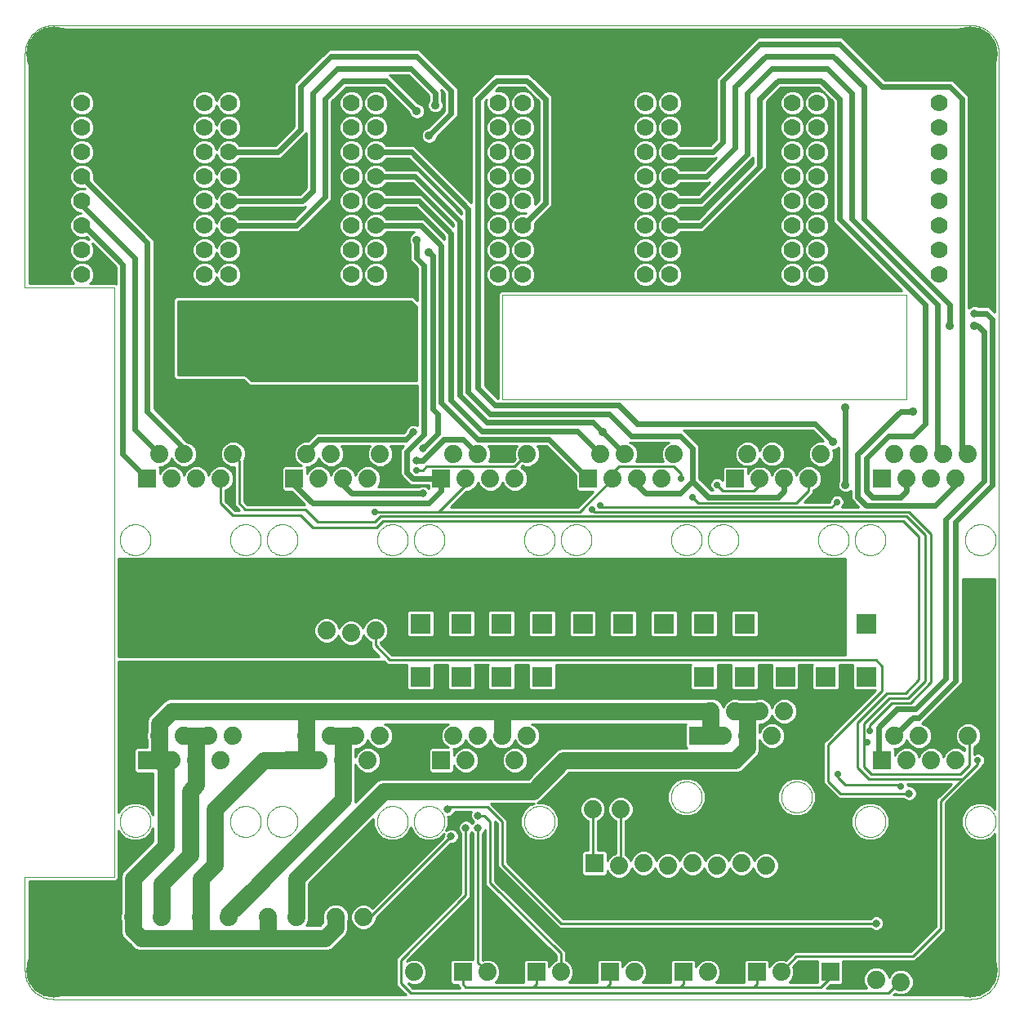
<source format=gtl>
G75*
G70*
%OFA0B0*%
%FSLAX24Y24*%
%IPPOS*%
%LPD*%
%AMOC8*
5,1,8,0,0,1.08239X$1,22.5*
%
%ADD10C,0.0040*%
%ADD11R,0.0740X0.0740*%
%ADD12C,0.0740*%
%ADD13C,0.0700*%
%ADD14C,0.0825*%
%ADD15C,0.0000*%
%ADD16R,0.0827X0.0827*%
%ADD17R,0.0800X0.0800*%
%ADD18C,0.0800*%
%ADD19C,0.2250*%
%ADD20C,0.1000*%
%ADD21C,0.0100*%
%ADD22C,0.0277*%
%ADD23C,0.0317*%
%ADD24C,0.0240*%
%ADD25C,0.0356*%
%ADD26C,0.0700*%
D10*
X001331Y000169D02*
X038733Y000169D01*
X038799Y000171D01*
X038865Y000176D01*
X038931Y000186D01*
X038996Y000199D01*
X039060Y000215D01*
X039123Y000235D01*
X039185Y000259D01*
X039245Y000286D01*
X039304Y000316D01*
X039361Y000350D01*
X039416Y000387D01*
X039469Y000427D01*
X039520Y000469D01*
X039568Y000515D01*
X039614Y000563D01*
X039656Y000614D01*
X039696Y000667D01*
X039733Y000722D01*
X039767Y000779D01*
X039797Y000838D01*
X039824Y000898D01*
X039848Y000960D01*
X039868Y001023D01*
X039884Y001087D01*
X039897Y001152D01*
X039907Y001218D01*
X039912Y001284D01*
X039914Y001350D01*
X039914Y038751D01*
X039912Y038817D01*
X039907Y038883D01*
X039897Y038949D01*
X039884Y039014D01*
X039868Y039078D01*
X039848Y039141D01*
X039824Y039203D01*
X039797Y039263D01*
X039767Y039322D01*
X039733Y039379D01*
X039696Y039434D01*
X039656Y039487D01*
X039614Y039538D01*
X039568Y039586D01*
X039520Y039632D01*
X039469Y039674D01*
X039416Y039714D01*
X039361Y039751D01*
X039304Y039785D01*
X039245Y039815D01*
X039185Y039842D01*
X039123Y039866D01*
X039060Y039886D01*
X038996Y039902D01*
X038931Y039915D01*
X038865Y039925D01*
X038799Y039930D01*
X038733Y039932D01*
X038733Y039933D02*
X001331Y039933D01*
X001331Y039932D02*
X001265Y039930D01*
X001199Y039925D01*
X001133Y039915D01*
X001068Y039902D01*
X001004Y039886D01*
X000941Y039866D01*
X000879Y039842D01*
X000819Y039815D01*
X000760Y039785D01*
X000703Y039751D01*
X000648Y039714D01*
X000595Y039674D01*
X000544Y039632D01*
X000496Y039586D01*
X000450Y039538D01*
X000408Y039487D01*
X000368Y039434D01*
X000331Y039379D01*
X000297Y039322D01*
X000267Y039263D01*
X000240Y039203D01*
X000216Y039141D01*
X000196Y039078D01*
X000180Y039014D01*
X000167Y038949D01*
X000157Y038883D01*
X000152Y038817D01*
X000150Y038751D01*
X000150Y029205D01*
X003792Y029205D01*
X003792Y005147D01*
X000150Y005147D01*
X000150Y001350D01*
X000152Y001284D01*
X000157Y001218D01*
X000167Y001152D01*
X000180Y001087D01*
X000196Y001023D01*
X000216Y000960D01*
X000240Y000898D01*
X000267Y000838D01*
X000297Y000779D01*
X000331Y000722D01*
X000368Y000667D01*
X000408Y000614D01*
X000450Y000563D01*
X000496Y000515D01*
X000544Y000469D01*
X000595Y000427D01*
X000648Y000387D01*
X000703Y000350D01*
X000760Y000316D01*
X000819Y000286D01*
X000879Y000259D01*
X000941Y000235D01*
X001004Y000215D01*
X001068Y000199D01*
X001133Y000186D01*
X001199Y000176D01*
X001265Y000171D01*
X001331Y000169D01*
X019650Y024669D02*
X036150Y024669D01*
X036150Y028919D01*
X019650Y028919D01*
X019650Y024669D01*
D11*
X017150Y021419D03*
X011150Y021419D03*
X005150Y021419D03*
X005150Y009919D03*
X011150Y009919D03*
X017150Y009919D03*
X023400Y005719D03*
X024024Y001275D03*
X021024Y001275D03*
X018024Y001275D03*
X027024Y001275D03*
X030024Y001275D03*
X033024Y001275D03*
X035150Y009919D03*
X027650Y010919D03*
X029150Y021419D03*
X023150Y021419D03*
X035150Y021419D03*
D12*
X036150Y021419D03*
X035650Y022419D03*
X036650Y022419D03*
X037150Y021419D03*
X038150Y021419D03*
X037650Y022419D03*
X038650Y022419D03*
X032650Y022419D03*
X032150Y021419D03*
X031150Y021419D03*
X030650Y022419D03*
X031650Y022419D03*
X030150Y021419D03*
X029650Y022419D03*
X026650Y022419D03*
X026150Y021419D03*
X025150Y021419D03*
X024650Y022419D03*
X025650Y022419D03*
X024150Y021419D03*
X023650Y022419D03*
X020650Y022419D03*
X020150Y021419D03*
X019650Y022419D03*
X018650Y022419D03*
X018150Y021419D03*
X019150Y021419D03*
X017650Y022419D03*
X014650Y022419D03*
X014150Y021419D03*
X013650Y022419D03*
X012650Y022419D03*
X012150Y021419D03*
X013150Y021419D03*
X011650Y022419D03*
X008650Y022419D03*
X008150Y021419D03*
X007650Y022419D03*
X006650Y022419D03*
X005650Y022419D03*
X006150Y021419D03*
X007150Y021419D03*
X012463Y015219D03*
X013463Y015119D03*
X014463Y015219D03*
X014650Y010919D03*
X013650Y010919D03*
X012650Y010919D03*
X011650Y010919D03*
X012150Y009919D03*
X013150Y009919D03*
X014150Y009919D03*
X017650Y010919D03*
X018650Y010919D03*
X019650Y010919D03*
X020650Y010919D03*
X020150Y009919D03*
X019150Y009919D03*
X018150Y009919D03*
X023330Y007919D03*
X024470Y007919D03*
X025400Y005719D03*
X026400Y005619D03*
X027400Y005719D03*
X028400Y005619D03*
X029400Y005719D03*
X030400Y005619D03*
X031024Y001275D03*
X032024Y001375D03*
X034900Y000969D03*
X035900Y000869D03*
X036900Y000969D03*
X029024Y001375D03*
X028024Y001275D03*
X026024Y001375D03*
X025024Y001275D03*
X023024Y001375D03*
X022024Y001275D03*
X020024Y001375D03*
X019024Y001275D03*
X017024Y001375D03*
X016024Y001275D03*
X013970Y003519D03*
X012830Y003519D03*
X011220Y003519D03*
X010080Y003519D03*
X008470Y003519D03*
X007330Y003519D03*
X005720Y003519D03*
X004580Y003519D03*
X006150Y009919D03*
X007150Y009919D03*
X008150Y009919D03*
X007650Y010919D03*
X006650Y010919D03*
X005650Y010919D03*
X008650Y010919D03*
X024400Y005619D03*
X028650Y010919D03*
X029650Y010919D03*
X029150Y011919D03*
X030150Y011919D03*
X030650Y010919D03*
X031150Y011919D03*
X028150Y011919D03*
X035650Y010919D03*
X036650Y010919D03*
X037650Y010919D03*
X038650Y010919D03*
X038150Y009919D03*
X037150Y009919D03*
X036150Y009919D03*
D13*
X037478Y029750D03*
X037478Y030750D03*
X037478Y031750D03*
X037478Y032750D03*
X037478Y033750D03*
X037478Y034750D03*
X037478Y035750D03*
X037478Y036750D03*
X032478Y036750D03*
X031478Y036750D03*
X031478Y035750D03*
X031478Y034750D03*
X032478Y034750D03*
X032478Y035750D03*
X032478Y033750D03*
X031478Y033750D03*
X031478Y032750D03*
X032478Y032750D03*
X032478Y031750D03*
X031478Y031750D03*
X031478Y030750D03*
X032478Y030750D03*
X032478Y029750D03*
X031478Y029750D03*
X026478Y029750D03*
X025478Y029750D03*
X025478Y030750D03*
X025478Y031750D03*
X026478Y031750D03*
X026478Y030750D03*
X026478Y032750D03*
X025478Y032750D03*
X025478Y033750D03*
X026478Y033750D03*
X026478Y034750D03*
X025478Y034750D03*
X025478Y035750D03*
X026478Y035750D03*
X026478Y036750D03*
X025478Y036750D03*
X020478Y036750D03*
X019478Y036750D03*
X019478Y035750D03*
X019478Y034750D03*
X020478Y034750D03*
X020478Y035750D03*
X020478Y033750D03*
X019478Y033750D03*
X019478Y032750D03*
X020478Y032750D03*
X020478Y031750D03*
X019478Y031750D03*
X019478Y030750D03*
X020478Y030750D03*
X020478Y029750D03*
X019478Y029750D03*
X014478Y029750D03*
X013478Y029750D03*
X013478Y030750D03*
X013478Y031750D03*
X014478Y031750D03*
X014478Y030750D03*
X014478Y032750D03*
X013478Y032750D03*
X013478Y033750D03*
X014478Y033750D03*
X014478Y034750D03*
X013478Y034750D03*
X013478Y035750D03*
X014478Y035750D03*
X014478Y036750D03*
X013478Y036750D03*
X008478Y036750D03*
X007481Y036750D03*
X007481Y035750D03*
X007481Y034750D03*
X008478Y034750D03*
X008478Y035750D03*
X008478Y033750D03*
X008478Y032750D03*
X007481Y032750D03*
X007481Y033750D03*
X007481Y031750D03*
X007481Y030750D03*
X008478Y030750D03*
X008478Y031750D03*
X008478Y029750D03*
X007481Y029750D03*
X002481Y029750D03*
X002481Y030750D03*
X002481Y031750D03*
X002481Y032750D03*
X002481Y033750D03*
X002481Y034750D03*
X002481Y035750D03*
X002481Y036750D03*
D14*
X007488Y027606D02*
X008313Y027606D01*
X008313Y024606D02*
X007488Y024606D01*
D15*
X008520Y018919D02*
X008522Y018969D01*
X008528Y019019D01*
X008538Y019068D01*
X008552Y019116D01*
X008569Y019163D01*
X008590Y019208D01*
X008615Y019252D01*
X008643Y019293D01*
X008675Y019332D01*
X008709Y019369D01*
X008746Y019403D01*
X008786Y019433D01*
X008828Y019460D01*
X008872Y019484D01*
X008918Y019505D01*
X008965Y019521D01*
X009013Y019534D01*
X009063Y019543D01*
X009112Y019548D01*
X009163Y019549D01*
X009213Y019546D01*
X009262Y019539D01*
X009311Y019528D01*
X009359Y019513D01*
X009405Y019495D01*
X009450Y019473D01*
X009493Y019447D01*
X009534Y019418D01*
X009573Y019386D01*
X009609Y019351D01*
X009641Y019313D01*
X009671Y019273D01*
X009698Y019230D01*
X009721Y019186D01*
X009740Y019140D01*
X009756Y019092D01*
X009768Y019043D01*
X009776Y018994D01*
X009780Y018944D01*
X009780Y018894D01*
X009776Y018844D01*
X009768Y018795D01*
X009756Y018746D01*
X009740Y018698D01*
X009721Y018652D01*
X009698Y018608D01*
X009671Y018565D01*
X009641Y018525D01*
X009609Y018487D01*
X009573Y018452D01*
X009534Y018420D01*
X009493Y018391D01*
X009450Y018365D01*
X009405Y018343D01*
X009359Y018325D01*
X009311Y018310D01*
X009262Y018299D01*
X009213Y018292D01*
X009163Y018289D01*
X009112Y018290D01*
X009063Y018295D01*
X009013Y018304D01*
X008965Y018317D01*
X008918Y018333D01*
X008872Y018354D01*
X008828Y018378D01*
X008786Y018405D01*
X008746Y018435D01*
X008709Y018469D01*
X008675Y018506D01*
X008643Y018545D01*
X008615Y018586D01*
X008590Y018630D01*
X008569Y018675D01*
X008552Y018722D01*
X008538Y018770D01*
X008528Y018819D01*
X008522Y018869D01*
X008520Y018919D01*
X010020Y018919D02*
X010022Y018969D01*
X010028Y019019D01*
X010038Y019068D01*
X010052Y019116D01*
X010069Y019163D01*
X010090Y019208D01*
X010115Y019252D01*
X010143Y019293D01*
X010175Y019332D01*
X010209Y019369D01*
X010246Y019403D01*
X010286Y019433D01*
X010328Y019460D01*
X010372Y019484D01*
X010418Y019505D01*
X010465Y019521D01*
X010513Y019534D01*
X010563Y019543D01*
X010612Y019548D01*
X010663Y019549D01*
X010713Y019546D01*
X010762Y019539D01*
X010811Y019528D01*
X010859Y019513D01*
X010905Y019495D01*
X010950Y019473D01*
X010993Y019447D01*
X011034Y019418D01*
X011073Y019386D01*
X011109Y019351D01*
X011141Y019313D01*
X011171Y019273D01*
X011198Y019230D01*
X011221Y019186D01*
X011240Y019140D01*
X011256Y019092D01*
X011268Y019043D01*
X011276Y018994D01*
X011280Y018944D01*
X011280Y018894D01*
X011276Y018844D01*
X011268Y018795D01*
X011256Y018746D01*
X011240Y018698D01*
X011221Y018652D01*
X011198Y018608D01*
X011171Y018565D01*
X011141Y018525D01*
X011109Y018487D01*
X011073Y018452D01*
X011034Y018420D01*
X010993Y018391D01*
X010950Y018365D01*
X010905Y018343D01*
X010859Y018325D01*
X010811Y018310D01*
X010762Y018299D01*
X010713Y018292D01*
X010663Y018289D01*
X010612Y018290D01*
X010563Y018295D01*
X010513Y018304D01*
X010465Y018317D01*
X010418Y018333D01*
X010372Y018354D01*
X010328Y018378D01*
X010286Y018405D01*
X010246Y018435D01*
X010209Y018469D01*
X010175Y018506D01*
X010143Y018545D01*
X010115Y018586D01*
X010090Y018630D01*
X010069Y018675D01*
X010052Y018722D01*
X010038Y018770D01*
X010028Y018819D01*
X010022Y018869D01*
X010020Y018919D01*
X014520Y018919D02*
X014522Y018969D01*
X014528Y019019D01*
X014538Y019068D01*
X014552Y019116D01*
X014569Y019163D01*
X014590Y019208D01*
X014615Y019252D01*
X014643Y019293D01*
X014675Y019332D01*
X014709Y019369D01*
X014746Y019403D01*
X014786Y019433D01*
X014828Y019460D01*
X014872Y019484D01*
X014918Y019505D01*
X014965Y019521D01*
X015013Y019534D01*
X015063Y019543D01*
X015112Y019548D01*
X015163Y019549D01*
X015213Y019546D01*
X015262Y019539D01*
X015311Y019528D01*
X015359Y019513D01*
X015405Y019495D01*
X015450Y019473D01*
X015493Y019447D01*
X015534Y019418D01*
X015573Y019386D01*
X015609Y019351D01*
X015641Y019313D01*
X015671Y019273D01*
X015698Y019230D01*
X015721Y019186D01*
X015740Y019140D01*
X015756Y019092D01*
X015768Y019043D01*
X015776Y018994D01*
X015780Y018944D01*
X015780Y018894D01*
X015776Y018844D01*
X015768Y018795D01*
X015756Y018746D01*
X015740Y018698D01*
X015721Y018652D01*
X015698Y018608D01*
X015671Y018565D01*
X015641Y018525D01*
X015609Y018487D01*
X015573Y018452D01*
X015534Y018420D01*
X015493Y018391D01*
X015450Y018365D01*
X015405Y018343D01*
X015359Y018325D01*
X015311Y018310D01*
X015262Y018299D01*
X015213Y018292D01*
X015163Y018289D01*
X015112Y018290D01*
X015063Y018295D01*
X015013Y018304D01*
X014965Y018317D01*
X014918Y018333D01*
X014872Y018354D01*
X014828Y018378D01*
X014786Y018405D01*
X014746Y018435D01*
X014709Y018469D01*
X014675Y018506D01*
X014643Y018545D01*
X014615Y018586D01*
X014590Y018630D01*
X014569Y018675D01*
X014552Y018722D01*
X014538Y018770D01*
X014528Y018819D01*
X014522Y018869D01*
X014520Y018919D01*
X016020Y018919D02*
X016022Y018969D01*
X016028Y019019D01*
X016038Y019068D01*
X016052Y019116D01*
X016069Y019163D01*
X016090Y019208D01*
X016115Y019252D01*
X016143Y019293D01*
X016175Y019332D01*
X016209Y019369D01*
X016246Y019403D01*
X016286Y019433D01*
X016328Y019460D01*
X016372Y019484D01*
X016418Y019505D01*
X016465Y019521D01*
X016513Y019534D01*
X016563Y019543D01*
X016612Y019548D01*
X016663Y019549D01*
X016713Y019546D01*
X016762Y019539D01*
X016811Y019528D01*
X016859Y019513D01*
X016905Y019495D01*
X016950Y019473D01*
X016993Y019447D01*
X017034Y019418D01*
X017073Y019386D01*
X017109Y019351D01*
X017141Y019313D01*
X017171Y019273D01*
X017198Y019230D01*
X017221Y019186D01*
X017240Y019140D01*
X017256Y019092D01*
X017268Y019043D01*
X017276Y018994D01*
X017280Y018944D01*
X017280Y018894D01*
X017276Y018844D01*
X017268Y018795D01*
X017256Y018746D01*
X017240Y018698D01*
X017221Y018652D01*
X017198Y018608D01*
X017171Y018565D01*
X017141Y018525D01*
X017109Y018487D01*
X017073Y018452D01*
X017034Y018420D01*
X016993Y018391D01*
X016950Y018365D01*
X016905Y018343D01*
X016859Y018325D01*
X016811Y018310D01*
X016762Y018299D01*
X016713Y018292D01*
X016663Y018289D01*
X016612Y018290D01*
X016563Y018295D01*
X016513Y018304D01*
X016465Y018317D01*
X016418Y018333D01*
X016372Y018354D01*
X016328Y018378D01*
X016286Y018405D01*
X016246Y018435D01*
X016209Y018469D01*
X016175Y018506D01*
X016143Y018545D01*
X016115Y018586D01*
X016090Y018630D01*
X016069Y018675D01*
X016052Y018722D01*
X016038Y018770D01*
X016028Y018819D01*
X016022Y018869D01*
X016020Y018919D01*
X020520Y018919D02*
X020522Y018969D01*
X020528Y019019D01*
X020538Y019068D01*
X020552Y019116D01*
X020569Y019163D01*
X020590Y019208D01*
X020615Y019252D01*
X020643Y019293D01*
X020675Y019332D01*
X020709Y019369D01*
X020746Y019403D01*
X020786Y019433D01*
X020828Y019460D01*
X020872Y019484D01*
X020918Y019505D01*
X020965Y019521D01*
X021013Y019534D01*
X021063Y019543D01*
X021112Y019548D01*
X021163Y019549D01*
X021213Y019546D01*
X021262Y019539D01*
X021311Y019528D01*
X021359Y019513D01*
X021405Y019495D01*
X021450Y019473D01*
X021493Y019447D01*
X021534Y019418D01*
X021573Y019386D01*
X021609Y019351D01*
X021641Y019313D01*
X021671Y019273D01*
X021698Y019230D01*
X021721Y019186D01*
X021740Y019140D01*
X021756Y019092D01*
X021768Y019043D01*
X021776Y018994D01*
X021780Y018944D01*
X021780Y018894D01*
X021776Y018844D01*
X021768Y018795D01*
X021756Y018746D01*
X021740Y018698D01*
X021721Y018652D01*
X021698Y018608D01*
X021671Y018565D01*
X021641Y018525D01*
X021609Y018487D01*
X021573Y018452D01*
X021534Y018420D01*
X021493Y018391D01*
X021450Y018365D01*
X021405Y018343D01*
X021359Y018325D01*
X021311Y018310D01*
X021262Y018299D01*
X021213Y018292D01*
X021163Y018289D01*
X021112Y018290D01*
X021063Y018295D01*
X021013Y018304D01*
X020965Y018317D01*
X020918Y018333D01*
X020872Y018354D01*
X020828Y018378D01*
X020786Y018405D01*
X020746Y018435D01*
X020709Y018469D01*
X020675Y018506D01*
X020643Y018545D01*
X020615Y018586D01*
X020590Y018630D01*
X020569Y018675D01*
X020552Y018722D01*
X020538Y018770D01*
X020528Y018819D01*
X020522Y018869D01*
X020520Y018919D01*
X022020Y018919D02*
X022022Y018969D01*
X022028Y019019D01*
X022038Y019068D01*
X022052Y019116D01*
X022069Y019163D01*
X022090Y019208D01*
X022115Y019252D01*
X022143Y019293D01*
X022175Y019332D01*
X022209Y019369D01*
X022246Y019403D01*
X022286Y019433D01*
X022328Y019460D01*
X022372Y019484D01*
X022418Y019505D01*
X022465Y019521D01*
X022513Y019534D01*
X022563Y019543D01*
X022612Y019548D01*
X022663Y019549D01*
X022713Y019546D01*
X022762Y019539D01*
X022811Y019528D01*
X022859Y019513D01*
X022905Y019495D01*
X022950Y019473D01*
X022993Y019447D01*
X023034Y019418D01*
X023073Y019386D01*
X023109Y019351D01*
X023141Y019313D01*
X023171Y019273D01*
X023198Y019230D01*
X023221Y019186D01*
X023240Y019140D01*
X023256Y019092D01*
X023268Y019043D01*
X023276Y018994D01*
X023280Y018944D01*
X023280Y018894D01*
X023276Y018844D01*
X023268Y018795D01*
X023256Y018746D01*
X023240Y018698D01*
X023221Y018652D01*
X023198Y018608D01*
X023171Y018565D01*
X023141Y018525D01*
X023109Y018487D01*
X023073Y018452D01*
X023034Y018420D01*
X022993Y018391D01*
X022950Y018365D01*
X022905Y018343D01*
X022859Y018325D01*
X022811Y018310D01*
X022762Y018299D01*
X022713Y018292D01*
X022663Y018289D01*
X022612Y018290D01*
X022563Y018295D01*
X022513Y018304D01*
X022465Y018317D01*
X022418Y018333D01*
X022372Y018354D01*
X022328Y018378D01*
X022286Y018405D01*
X022246Y018435D01*
X022209Y018469D01*
X022175Y018506D01*
X022143Y018545D01*
X022115Y018586D01*
X022090Y018630D01*
X022069Y018675D01*
X022052Y018722D01*
X022038Y018770D01*
X022028Y018819D01*
X022022Y018869D01*
X022020Y018919D01*
X026520Y018919D02*
X026522Y018969D01*
X026528Y019019D01*
X026538Y019068D01*
X026552Y019116D01*
X026569Y019163D01*
X026590Y019208D01*
X026615Y019252D01*
X026643Y019293D01*
X026675Y019332D01*
X026709Y019369D01*
X026746Y019403D01*
X026786Y019433D01*
X026828Y019460D01*
X026872Y019484D01*
X026918Y019505D01*
X026965Y019521D01*
X027013Y019534D01*
X027063Y019543D01*
X027112Y019548D01*
X027163Y019549D01*
X027213Y019546D01*
X027262Y019539D01*
X027311Y019528D01*
X027359Y019513D01*
X027405Y019495D01*
X027450Y019473D01*
X027493Y019447D01*
X027534Y019418D01*
X027573Y019386D01*
X027609Y019351D01*
X027641Y019313D01*
X027671Y019273D01*
X027698Y019230D01*
X027721Y019186D01*
X027740Y019140D01*
X027756Y019092D01*
X027768Y019043D01*
X027776Y018994D01*
X027780Y018944D01*
X027780Y018894D01*
X027776Y018844D01*
X027768Y018795D01*
X027756Y018746D01*
X027740Y018698D01*
X027721Y018652D01*
X027698Y018608D01*
X027671Y018565D01*
X027641Y018525D01*
X027609Y018487D01*
X027573Y018452D01*
X027534Y018420D01*
X027493Y018391D01*
X027450Y018365D01*
X027405Y018343D01*
X027359Y018325D01*
X027311Y018310D01*
X027262Y018299D01*
X027213Y018292D01*
X027163Y018289D01*
X027112Y018290D01*
X027063Y018295D01*
X027013Y018304D01*
X026965Y018317D01*
X026918Y018333D01*
X026872Y018354D01*
X026828Y018378D01*
X026786Y018405D01*
X026746Y018435D01*
X026709Y018469D01*
X026675Y018506D01*
X026643Y018545D01*
X026615Y018586D01*
X026590Y018630D01*
X026569Y018675D01*
X026552Y018722D01*
X026538Y018770D01*
X026528Y018819D01*
X026522Y018869D01*
X026520Y018919D01*
X028020Y018919D02*
X028022Y018969D01*
X028028Y019019D01*
X028038Y019068D01*
X028052Y019116D01*
X028069Y019163D01*
X028090Y019208D01*
X028115Y019252D01*
X028143Y019293D01*
X028175Y019332D01*
X028209Y019369D01*
X028246Y019403D01*
X028286Y019433D01*
X028328Y019460D01*
X028372Y019484D01*
X028418Y019505D01*
X028465Y019521D01*
X028513Y019534D01*
X028563Y019543D01*
X028612Y019548D01*
X028663Y019549D01*
X028713Y019546D01*
X028762Y019539D01*
X028811Y019528D01*
X028859Y019513D01*
X028905Y019495D01*
X028950Y019473D01*
X028993Y019447D01*
X029034Y019418D01*
X029073Y019386D01*
X029109Y019351D01*
X029141Y019313D01*
X029171Y019273D01*
X029198Y019230D01*
X029221Y019186D01*
X029240Y019140D01*
X029256Y019092D01*
X029268Y019043D01*
X029276Y018994D01*
X029280Y018944D01*
X029280Y018894D01*
X029276Y018844D01*
X029268Y018795D01*
X029256Y018746D01*
X029240Y018698D01*
X029221Y018652D01*
X029198Y018608D01*
X029171Y018565D01*
X029141Y018525D01*
X029109Y018487D01*
X029073Y018452D01*
X029034Y018420D01*
X028993Y018391D01*
X028950Y018365D01*
X028905Y018343D01*
X028859Y018325D01*
X028811Y018310D01*
X028762Y018299D01*
X028713Y018292D01*
X028663Y018289D01*
X028612Y018290D01*
X028563Y018295D01*
X028513Y018304D01*
X028465Y018317D01*
X028418Y018333D01*
X028372Y018354D01*
X028328Y018378D01*
X028286Y018405D01*
X028246Y018435D01*
X028209Y018469D01*
X028175Y018506D01*
X028143Y018545D01*
X028115Y018586D01*
X028090Y018630D01*
X028069Y018675D01*
X028052Y018722D01*
X028038Y018770D01*
X028028Y018819D01*
X028022Y018869D01*
X028020Y018919D01*
X032520Y018919D02*
X032522Y018969D01*
X032528Y019019D01*
X032538Y019068D01*
X032552Y019116D01*
X032569Y019163D01*
X032590Y019208D01*
X032615Y019252D01*
X032643Y019293D01*
X032675Y019332D01*
X032709Y019369D01*
X032746Y019403D01*
X032786Y019433D01*
X032828Y019460D01*
X032872Y019484D01*
X032918Y019505D01*
X032965Y019521D01*
X033013Y019534D01*
X033063Y019543D01*
X033112Y019548D01*
X033163Y019549D01*
X033213Y019546D01*
X033262Y019539D01*
X033311Y019528D01*
X033359Y019513D01*
X033405Y019495D01*
X033450Y019473D01*
X033493Y019447D01*
X033534Y019418D01*
X033573Y019386D01*
X033609Y019351D01*
X033641Y019313D01*
X033671Y019273D01*
X033698Y019230D01*
X033721Y019186D01*
X033740Y019140D01*
X033756Y019092D01*
X033768Y019043D01*
X033776Y018994D01*
X033780Y018944D01*
X033780Y018894D01*
X033776Y018844D01*
X033768Y018795D01*
X033756Y018746D01*
X033740Y018698D01*
X033721Y018652D01*
X033698Y018608D01*
X033671Y018565D01*
X033641Y018525D01*
X033609Y018487D01*
X033573Y018452D01*
X033534Y018420D01*
X033493Y018391D01*
X033450Y018365D01*
X033405Y018343D01*
X033359Y018325D01*
X033311Y018310D01*
X033262Y018299D01*
X033213Y018292D01*
X033163Y018289D01*
X033112Y018290D01*
X033063Y018295D01*
X033013Y018304D01*
X032965Y018317D01*
X032918Y018333D01*
X032872Y018354D01*
X032828Y018378D01*
X032786Y018405D01*
X032746Y018435D01*
X032709Y018469D01*
X032675Y018506D01*
X032643Y018545D01*
X032615Y018586D01*
X032590Y018630D01*
X032569Y018675D01*
X032552Y018722D01*
X032538Y018770D01*
X032528Y018819D01*
X032522Y018869D01*
X032520Y018919D01*
X034020Y018919D02*
X034022Y018969D01*
X034028Y019019D01*
X034038Y019068D01*
X034052Y019116D01*
X034069Y019163D01*
X034090Y019208D01*
X034115Y019252D01*
X034143Y019293D01*
X034175Y019332D01*
X034209Y019369D01*
X034246Y019403D01*
X034286Y019433D01*
X034328Y019460D01*
X034372Y019484D01*
X034418Y019505D01*
X034465Y019521D01*
X034513Y019534D01*
X034563Y019543D01*
X034612Y019548D01*
X034663Y019549D01*
X034713Y019546D01*
X034762Y019539D01*
X034811Y019528D01*
X034859Y019513D01*
X034905Y019495D01*
X034950Y019473D01*
X034993Y019447D01*
X035034Y019418D01*
X035073Y019386D01*
X035109Y019351D01*
X035141Y019313D01*
X035171Y019273D01*
X035198Y019230D01*
X035221Y019186D01*
X035240Y019140D01*
X035256Y019092D01*
X035268Y019043D01*
X035276Y018994D01*
X035280Y018944D01*
X035280Y018894D01*
X035276Y018844D01*
X035268Y018795D01*
X035256Y018746D01*
X035240Y018698D01*
X035221Y018652D01*
X035198Y018608D01*
X035171Y018565D01*
X035141Y018525D01*
X035109Y018487D01*
X035073Y018452D01*
X035034Y018420D01*
X034993Y018391D01*
X034950Y018365D01*
X034905Y018343D01*
X034859Y018325D01*
X034811Y018310D01*
X034762Y018299D01*
X034713Y018292D01*
X034663Y018289D01*
X034612Y018290D01*
X034563Y018295D01*
X034513Y018304D01*
X034465Y018317D01*
X034418Y018333D01*
X034372Y018354D01*
X034328Y018378D01*
X034286Y018405D01*
X034246Y018435D01*
X034209Y018469D01*
X034175Y018506D01*
X034143Y018545D01*
X034115Y018586D01*
X034090Y018630D01*
X034069Y018675D01*
X034052Y018722D01*
X034038Y018770D01*
X034028Y018819D01*
X034022Y018869D01*
X034020Y018919D01*
X038520Y018919D02*
X038522Y018969D01*
X038528Y019019D01*
X038538Y019068D01*
X038552Y019116D01*
X038569Y019163D01*
X038590Y019208D01*
X038615Y019252D01*
X038643Y019293D01*
X038675Y019332D01*
X038709Y019369D01*
X038746Y019403D01*
X038786Y019433D01*
X038828Y019460D01*
X038872Y019484D01*
X038918Y019505D01*
X038965Y019521D01*
X039013Y019534D01*
X039063Y019543D01*
X039112Y019548D01*
X039163Y019549D01*
X039213Y019546D01*
X039262Y019539D01*
X039311Y019528D01*
X039359Y019513D01*
X039405Y019495D01*
X039450Y019473D01*
X039493Y019447D01*
X039534Y019418D01*
X039573Y019386D01*
X039609Y019351D01*
X039641Y019313D01*
X039671Y019273D01*
X039698Y019230D01*
X039721Y019186D01*
X039740Y019140D01*
X039756Y019092D01*
X039768Y019043D01*
X039776Y018994D01*
X039780Y018944D01*
X039780Y018894D01*
X039776Y018844D01*
X039768Y018795D01*
X039756Y018746D01*
X039740Y018698D01*
X039721Y018652D01*
X039698Y018608D01*
X039671Y018565D01*
X039641Y018525D01*
X039609Y018487D01*
X039573Y018452D01*
X039534Y018420D01*
X039493Y018391D01*
X039450Y018365D01*
X039405Y018343D01*
X039359Y018325D01*
X039311Y018310D01*
X039262Y018299D01*
X039213Y018292D01*
X039163Y018289D01*
X039112Y018290D01*
X039063Y018295D01*
X039013Y018304D01*
X038965Y018317D01*
X038918Y018333D01*
X038872Y018354D01*
X038828Y018378D01*
X038786Y018405D01*
X038746Y018435D01*
X038709Y018469D01*
X038675Y018506D01*
X038643Y018545D01*
X038615Y018586D01*
X038590Y018630D01*
X038569Y018675D01*
X038552Y018722D01*
X038538Y018770D01*
X038528Y018819D01*
X038522Y018869D01*
X038520Y018919D01*
X031020Y008419D02*
X031022Y008469D01*
X031028Y008519D01*
X031038Y008568D01*
X031052Y008616D01*
X031069Y008663D01*
X031090Y008708D01*
X031115Y008752D01*
X031143Y008793D01*
X031175Y008832D01*
X031209Y008869D01*
X031246Y008903D01*
X031286Y008933D01*
X031328Y008960D01*
X031372Y008984D01*
X031418Y009005D01*
X031465Y009021D01*
X031513Y009034D01*
X031563Y009043D01*
X031612Y009048D01*
X031663Y009049D01*
X031713Y009046D01*
X031762Y009039D01*
X031811Y009028D01*
X031859Y009013D01*
X031905Y008995D01*
X031950Y008973D01*
X031993Y008947D01*
X032034Y008918D01*
X032073Y008886D01*
X032109Y008851D01*
X032141Y008813D01*
X032171Y008773D01*
X032198Y008730D01*
X032221Y008686D01*
X032240Y008640D01*
X032256Y008592D01*
X032268Y008543D01*
X032276Y008494D01*
X032280Y008444D01*
X032280Y008394D01*
X032276Y008344D01*
X032268Y008295D01*
X032256Y008246D01*
X032240Y008198D01*
X032221Y008152D01*
X032198Y008108D01*
X032171Y008065D01*
X032141Y008025D01*
X032109Y007987D01*
X032073Y007952D01*
X032034Y007920D01*
X031993Y007891D01*
X031950Y007865D01*
X031905Y007843D01*
X031859Y007825D01*
X031811Y007810D01*
X031762Y007799D01*
X031713Y007792D01*
X031663Y007789D01*
X031612Y007790D01*
X031563Y007795D01*
X031513Y007804D01*
X031465Y007817D01*
X031418Y007833D01*
X031372Y007854D01*
X031328Y007878D01*
X031286Y007905D01*
X031246Y007935D01*
X031209Y007969D01*
X031175Y008006D01*
X031143Y008045D01*
X031115Y008086D01*
X031090Y008130D01*
X031069Y008175D01*
X031052Y008222D01*
X031038Y008270D01*
X031028Y008319D01*
X031022Y008369D01*
X031020Y008419D01*
X034020Y007419D02*
X034022Y007469D01*
X034028Y007519D01*
X034038Y007568D01*
X034052Y007616D01*
X034069Y007663D01*
X034090Y007708D01*
X034115Y007752D01*
X034143Y007793D01*
X034175Y007832D01*
X034209Y007869D01*
X034246Y007903D01*
X034286Y007933D01*
X034328Y007960D01*
X034372Y007984D01*
X034418Y008005D01*
X034465Y008021D01*
X034513Y008034D01*
X034563Y008043D01*
X034612Y008048D01*
X034663Y008049D01*
X034713Y008046D01*
X034762Y008039D01*
X034811Y008028D01*
X034859Y008013D01*
X034905Y007995D01*
X034950Y007973D01*
X034993Y007947D01*
X035034Y007918D01*
X035073Y007886D01*
X035109Y007851D01*
X035141Y007813D01*
X035171Y007773D01*
X035198Y007730D01*
X035221Y007686D01*
X035240Y007640D01*
X035256Y007592D01*
X035268Y007543D01*
X035276Y007494D01*
X035280Y007444D01*
X035280Y007394D01*
X035276Y007344D01*
X035268Y007295D01*
X035256Y007246D01*
X035240Y007198D01*
X035221Y007152D01*
X035198Y007108D01*
X035171Y007065D01*
X035141Y007025D01*
X035109Y006987D01*
X035073Y006952D01*
X035034Y006920D01*
X034993Y006891D01*
X034950Y006865D01*
X034905Y006843D01*
X034859Y006825D01*
X034811Y006810D01*
X034762Y006799D01*
X034713Y006792D01*
X034663Y006789D01*
X034612Y006790D01*
X034563Y006795D01*
X034513Y006804D01*
X034465Y006817D01*
X034418Y006833D01*
X034372Y006854D01*
X034328Y006878D01*
X034286Y006905D01*
X034246Y006935D01*
X034209Y006969D01*
X034175Y007006D01*
X034143Y007045D01*
X034115Y007086D01*
X034090Y007130D01*
X034069Y007175D01*
X034052Y007222D01*
X034038Y007270D01*
X034028Y007319D01*
X034022Y007369D01*
X034020Y007419D01*
X038520Y007419D02*
X038522Y007469D01*
X038528Y007519D01*
X038538Y007568D01*
X038552Y007616D01*
X038569Y007663D01*
X038590Y007708D01*
X038615Y007752D01*
X038643Y007793D01*
X038675Y007832D01*
X038709Y007869D01*
X038746Y007903D01*
X038786Y007933D01*
X038828Y007960D01*
X038872Y007984D01*
X038918Y008005D01*
X038965Y008021D01*
X039013Y008034D01*
X039063Y008043D01*
X039112Y008048D01*
X039163Y008049D01*
X039213Y008046D01*
X039262Y008039D01*
X039311Y008028D01*
X039359Y008013D01*
X039405Y007995D01*
X039450Y007973D01*
X039493Y007947D01*
X039534Y007918D01*
X039573Y007886D01*
X039609Y007851D01*
X039641Y007813D01*
X039671Y007773D01*
X039698Y007730D01*
X039721Y007686D01*
X039740Y007640D01*
X039756Y007592D01*
X039768Y007543D01*
X039776Y007494D01*
X039780Y007444D01*
X039780Y007394D01*
X039776Y007344D01*
X039768Y007295D01*
X039756Y007246D01*
X039740Y007198D01*
X039721Y007152D01*
X039698Y007108D01*
X039671Y007065D01*
X039641Y007025D01*
X039609Y006987D01*
X039573Y006952D01*
X039534Y006920D01*
X039493Y006891D01*
X039450Y006865D01*
X039405Y006843D01*
X039359Y006825D01*
X039311Y006810D01*
X039262Y006799D01*
X039213Y006792D01*
X039163Y006789D01*
X039112Y006790D01*
X039063Y006795D01*
X039013Y006804D01*
X038965Y006817D01*
X038918Y006833D01*
X038872Y006854D01*
X038828Y006878D01*
X038786Y006905D01*
X038746Y006935D01*
X038709Y006969D01*
X038675Y007006D01*
X038643Y007045D01*
X038615Y007086D01*
X038590Y007130D01*
X038569Y007175D01*
X038552Y007222D01*
X038538Y007270D01*
X038528Y007319D01*
X038522Y007369D01*
X038520Y007419D01*
X026520Y008419D02*
X026522Y008469D01*
X026528Y008519D01*
X026538Y008568D01*
X026552Y008616D01*
X026569Y008663D01*
X026590Y008708D01*
X026615Y008752D01*
X026643Y008793D01*
X026675Y008832D01*
X026709Y008869D01*
X026746Y008903D01*
X026786Y008933D01*
X026828Y008960D01*
X026872Y008984D01*
X026918Y009005D01*
X026965Y009021D01*
X027013Y009034D01*
X027063Y009043D01*
X027112Y009048D01*
X027163Y009049D01*
X027213Y009046D01*
X027262Y009039D01*
X027311Y009028D01*
X027359Y009013D01*
X027405Y008995D01*
X027450Y008973D01*
X027493Y008947D01*
X027534Y008918D01*
X027573Y008886D01*
X027609Y008851D01*
X027641Y008813D01*
X027671Y008773D01*
X027698Y008730D01*
X027721Y008686D01*
X027740Y008640D01*
X027756Y008592D01*
X027768Y008543D01*
X027776Y008494D01*
X027780Y008444D01*
X027780Y008394D01*
X027776Y008344D01*
X027768Y008295D01*
X027756Y008246D01*
X027740Y008198D01*
X027721Y008152D01*
X027698Y008108D01*
X027671Y008065D01*
X027641Y008025D01*
X027609Y007987D01*
X027573Y007952D01*
X027534Y007920D01*
X027493Y007891D01*
X027450Y007865D01*
X027405Y007843D01*
X027359Y007825D01*
X027311Y007810D01*
X027262Y007799D01*
X027213Y007792D01*
X027163Y007789D01*
X027112Y007790D01*
X027063Y007795D01*
X027013Y007804D01*
X026965Y007817D01*
X026918Y007833D01*
X026872Y007854D01*
X026828Y007878D01*
X026786Y007905D01*
X026746Y007935D01*
X026709Y007969D01*
X026675Y008006D01*
X026643Y008045D01*
X026615Y008086D01*
X026590Y008130D01*
X026569Y008175D01*
X026552Y008222D01*
X026538Y008270D01*
X026528Y008319D01*
X026522Y008369D01*
X026520Y008419D01*
X020520Y007419D02*
X020522Y007469D01*
X020528Y007519D01*
X020538Y007568D01*
X020552Y007616D01*
X020569Y007663D01*
X020590Y007708D01*
X020615Y007752D01*
X020643Y007793D01*
X020675Y007832D01*
X020709Y007869D01*
X020746Y007903D01*
X020786Y007933D01*
X020828Y007960D01*
X020872Y007984D01*
X020918Y008005D01*
X020965Y008021D01*
X021013Y008034D01*
X021063Y008043D01*
X021112Y008048D01*
X021163Y008049D01*
X021213Y008046D01*
X021262Y008039D01*
X021311Y008028D01*
X021359Y008013D01*
X021405Y007995D01*
X021450Y007973D01*
X021493Y007947D01*
X021534Y007918D01*
X021573Y007886D01*
X021609Y007851D01*
X021641Y007813D01*
X021671Y007773D01*
X021698Y007730D01*
X021721Y007686D01*
X021740Y007640D01*
X021756Y007592D01*
X021768Y007543D01*
X021776Y007494D01*
X021780Y007444D01*
X021780Y007394D01*
X021776Y007344D01*
X021768Y007295D01*
X021756Y007246D01*
X021740Y007198D01*
X021721Y007152D01*
X021698Y007108D01*
X021671Y007065D01*
X021641Y007025D01*
X021609Y006987D01*
X021573Y006952D01*
X021534Y006920D01*
X021493Y006891D01*
X021450Y006865D01*
X021405Y006843D01*
X021359Y006825D01*
X021311Y006810D01*
X021262Y006799D01*
X021213Y006792D01*
X021163Y006789D01*
X021112Y006790D01*
X021063Y006795D01*
X021013Y006804D01*
X020965Y006817D01*
X020918Y006833D01*
X020872Y006854D01*
X020828Y006878D01*
X020786Y006905D01*
X020746Y006935D01*
X020709Y006969D01*
X020675Y007006D01*
X020643Y007045D01*
X020615Y007086D01*
X020590Y007130D01*
X020569Y007175D01*
X020552Y007222D01*
X020538Y007270D01*
X020528Y007319D01*
X020522Y007369D01*
X020520Y007419D01*
X016020Y007419D02*
X016022Y007469D01*
X016028Y007519D01*
X016038Y007568D01*
X016052Y007616D01*
X016069Y007663D01*
X016090Y007708D01*
X016115Y007752D01*
X016143Y007793D01*
X016175Y007832D01*
X016209Y007869D01*
X016246Y007903D01*
X016286Y007933D01*
X016328Y007960D01*
X016372Y007984D01*
X016418Y008005D01*
X016465Y008021D01*
X016513Y008034D01*
X016563Y008043D01*
X016612Y008048D01*
X016663Y008049D01*
X016713Y008046D01*
X016762Y008039D01*
X016811Y008028D01*
X016859Y008013D01*
X016905Y007995D01*
X016950Y007973D01*
X016993Y007947D01*
X017034Y007918D01*
X017073Y007886D01*
X017109Y007851D01*
X017141Y007813D01*
X017171Y007773D01*
X017198Y007730D01*
X017221Y007686D01*
X017240Y007640D01*
X017256Y007592D01*
X017268Y007543D01*
X017276Y007494D01*
X017280Y007444D01*
X017280Y007394D01*
X017276Y007344D01*
X017268Y007295D01*
X017256Y007246D01*
X017240Y007198D01*
X017221Y007152D01*
X017198Y007108D01*
X017171Y007065D01*
X017141Y007025D01*
X017109Y006987D01*
X017073Y006952D01*
X017034Y006920D01*
X016993Y006891D01*
X016950Y006865D01*
X016905Y006843D01*
X016859Y006825D01*
X016811Y006810D01*
X016762Y006799D01*
X016713Y006792D01*
X016663Y006789D01*
X016612Y006790D01*
X016563Y006795D01*
X016513Y006804D01*
X016465Y006817D01*
X016418Y006833D01*
X016372Y006854D01*
X016328Y006878D01*
X016286Y006905D01*
X016246Y006935D01*
X016209Y006969D01*
X016175Y007006D01*
X016143Y007045D01*
X016115Y007086D01*
X016090Y007130D01*
X016069Y007175D01*
X016052Y007222D01*
X016038Y007270D01*
X016028Y007319D01*
X016022Y007369D01*
X016020Y007419D01*
X014520Y007419D02*
X014522Y007469D01*
X014528Y007519D01*
X014538Y007568D01*
X014552Y007616D01*
X014569Y007663D01*
X014590Y007708D01*
X014615Y007752D01*
X014643Y007793D01*
X014675Y007832D01*
X014709Y007869D01*
X014746Y007903D01*
X014786Y007933D01*
X014828Y007960D01*
X014872Y007984D01*
X014918Y008005D01*
X014965Y008021D01*
X015013Y008034D01*
X015063Y008043D01*
X015112Y008048D01*
X015163Y008049D01*
X015213Y008046D01*
X015262Y008039D01*
X015311Y008028D01*
X015359Y008013D01*
X015405Y007995D01*
X015450Y007973D01*
X015493Y007947D01*
X015534Y007918D01*
X015573Y007886D01*
X015609Y007851D01*
X015641Y007813D01*
X015671Y007773D01*
X015698Y007730D01*
X015721Y007686D01*
X015740Y007640D01*
X015756Y007592D01*
X015768Y007543D01*
X015776Y007494D01*
X015780Y007444D01*
X015780Y007394D01*
X015776Y007344D01*
X015768Y007295D01*
X015756Y007246D01*
X015740Y007198D01*
X015721Y007152D01*
X015698Y007108D01*
X015671Y007065D01*
X015641Y007025D01*
X015609Y006987D01*
X015573Y006952D01*
X015534Y006920D01*
X015493Y006891D01*
X015450Y006865D01*
X015405Y006843D01*
X015359Y006825D01*
X015311Y006810D01*
X015262Y006799D01*
X015213Y006792D01*
X015163Y006789D01*
X015112Y006790D01*
X015063Y006795D01*
X015013Y006804D01*
X014965Y006817D01*
X014918Y006833D01*
X014872Y006854D01*
X014828Y006878D01*
X014786Y006905D01*
X014746Y006935D01*
X014709Y006969D01*
X014675Y007006D01*
X014643Y007045D01*
X014615Y007086D01*
X014590Y007130D01*
X014569Y007175D01*
X014552Y007222D01*
X014538Y007270D01*
X014528Y007319D01*
X014522Y007369D01*
X014520Y007419D01*
X010020Y007419D02*
X010022Y007469D01*
X010028Y007519D01*
X010038Y007568D01*
X010052Y007616D01*
X010069Y007663D01*
X010090Y007708D01*
X010115Y007752D01*
X010143Y007793D01*
X010175Y007832D01*
X010209Y007869D01*
X010246Y007903D01*
X010286Y007933D01*
X010328Y007960D01*
X010372Y007984D01*
X010418Y008005D01*
X010465Y008021D01*
X010513Y008034D01*
X010563Y008043D01*
X010612Y008048D01*
X010663Y008049D01*
X010713Y008046D01*
X010762Y008039D01*
X010811Y008028D01*
X010859Y008013D01*
X010905Y007995D01*
X010950Y007973D01*
X010993Y007947D01*
X011034Y007918D01*
X011073Y007886D01*
X011109Y007851D01*
X011141Y007813D01*
X011171Y007773D01*
X011198Y007730D01*
X011221Y007686D01*
X011240Y007640D01*
X011256Y007592D01*
X011268Y007543D01*
X011276Y007494D01*
X011280Y007444D01*
X011280Y007394D01*
X011276Y007344D01*
X011268Y007295D01*
X011256Y007246D01*
X011240Y007198D01*
X011221Y007152D01*
X011198Y007108D01*
X011171Y007065D01*
X011141Y007025D01*
X011109Y006987D01*
X011073Y006952D01*
X011034Y006920D01*
X010993Y006891D01*
X010950Y006865D01*
X010905Y006843D01*
X010859Y006825D01*
X010811Y006810D01*
X010762Y006799D01*
X010713Y006792D01*
X010663Y006789D01*
X010612Y006790D01*
X010563Y006795D01*
X010513Y006804D01*
X010465Y006817D01*
X010418Y006833D01*
X010372Y006854D01*
X010328Y006878D01*
X010286Y006905D01*
X010246Y006935D01*
X010209Y006969D01*
X010175Y007006D01*
X010143Y007045D01*
X010115Y007086D01*
X010090Y007130D01*
X010069Y007175D01*
X010052Y007222D01*
X010038Y007270D01*
X010028Y007319D01*
X010022Y007369D01*
X010020Y007419D01*
X008520Y007419D02*
X008522Y007469D01*
X008528Y007519D01*
X008538Y007568D01*
X008552Y007616D01*
X008569Y007663D01*
X008590Y007708D01*
X008615Y007752D01*
X008643Y007793D01*
X008675Y007832D01*
X008709Y007869D01*
X008746Y007903D01*
X008786Y007933D01*
X008828Y007960D01*
X008872Y007984D01*
X008918Y008005D01*
X008965Y008021D01*
X009013Y008034D01*
X009063Y008043D01*
X009112Y008048D01*
X009163Y008049D01*
X009213Y008046D01*
X009262Y008039D01*
X009311Y008028D01*
X009359Y008013D01*
X009405Y007995D01*
X009450Y007973D01*
X009493Y007947D01*
X009534Y007918D01*
X009573Y007886D01*
X009609Y007851D01*
X009641Y007813D01*
X009671Y007773D01*
X009698Y007730D01*
X009721Y007686D01*
X009740Y007640D01*
X009756Y007592D01*
X009768Y007543D01*
X009776Y007494D01*
X009780Y007444D01*
X009780Y007394D01*
X009776Y007344D01*
X009768Y007295D01*
X009756Y007246D01*
X009740Y007198D01*
X009721Y007152D01*
X009698Y007108D01*
X009671Y007065D01*
X009641Y007025D01*
X009609Y006987D01*
X009573Y006952D01*
X009534Y006920D01*
X009493Y006891D01*
X009450Y006865D01*
X009405Y006843D01*
X009359Y006825D01*
X009311Y006810D01*
X009262Y006799D01*
X009213Y006792D01*
X009163Y006789D01*
X009112Y006790D01*
X009063Y006795D01*
X009013Y006804D01*
X008965Y006817D01*
X008918Y006833D01*
X008872Y006854D01*
X008828Y006878D01*
X008786Y006905D01*
X008746Y006935D01*
X008709Y006969D01*
X008675Y007006D01*
X008643Y007045D01*
X008615Y007086D01*
X008590Y007130D01*
X008569Y007175D01*
X008552Y007222D01*
X008538Y007270D01*
X008528Y007319D01*
X008522Y007369D01*
X008520Y007419D01*
X004020Y007419D02*
X004022Y007469D01*
X004028Y007519D01*
X004038Y007568D01*
X004052Y007616D01*
X004069Y007663D01*
X004090Y007708D01*
X004115Y007752D01*
X004143Y007793D01*
X004175Y007832D01*
X004209Y007869D01*
X004246Y007903D01*
X004286Y007933D01*
X004328Y007960D01*
X004372Y007984D01*
X004418Y008005D01*
X004465Y008021D01*
X004513Y008034D01*
X004563Y008043D01*
X004612Y008048D01*
X004663Y008049D01*
X004713Y008046D01*
X004762Y008039D01*
X004811Y008028D01*
X004859Y008013D01*
X004905Y007995D01*
X004950Y007973D01*
X004993Y007947D01*
X005034Y007918D01*
X005073Y007886D01*
X005109Y007851D01*
X005141Y007813D01*
X005171Y007773D01*
X005198Y007730D01*
X005221Y007686D01*
X005240Y007640D01*
X005256Y007592D01*
X005268Y007543D01*
X005276Y007494D01*
X005280Y007444D01*
X005280Y007394D01*
X005276Y007344D01*
X005268Y007295D01*
X005256Y007246D01*
X005240Y007198D01*
X005221Y007152D01*
X005198Y007108D01*
X005171Y007065D01*
X005141Y007025D01*
X005109Y006987D01*
X005073Y006952D01*
X005034Y006920D01*
X004993Y006891D01*
X004950Y006865D01*
X004905Y006843D01*
X004859Y006825D01*
X004811Y006810D01*
X004762Y006799D01*
X004713Y006792D01*
X004663Y006789D01*
X004612Y006790D01*
X004563Y006795D01*
X004513Y006804D01*
X004465Y006817D01*
X004418Y006833D01*
X004372Y006854D01*
X004328Y006878D01*
X004286Y006905D01*
X004246Y006935D01*
X004209Y006969D01*
X004175Y007006D01*
X004143Y007045D01*
X004115Y007086D01*
X004090Y007130D01*
X004069Y007175D01*
X004052Y007222D01*
X004038Y007270D01*
X004028Y007319D01*
X004022Y007369D01*
X004020Y007419D01*
X004020Y018919D02*
X004022Y018969D01*
X004028Y019019D01*
X004038Y019068D01*
X004052Y019116D01*
X004069Y019163D01*
X004090Y019208D01*
X004115Y019252D01*
X004143Y019293D01*
X004175Y019332D01*
X004209Y019369D01*
X004246Y019403D01*
X004286Y019433D01*
X004328Y019460D01*
X004372Y019484D01*
X004418Y019505D01*
X004465Y019521D01*
X004513Y019534D01*
X004563Y019543D01*
X004612Y019548D01*
X004663Y019549D01*
X004713Y019546D01*
X004762Y019539D01*
X004811Y019528D01*
X004859Y019513D01*
X004905Y019495D01*
X004950Y019473D01*
X004993Y019447D01*
X005034Y019418D01*
X005073Y019386D01*
X005109Y019351D01*
X005141Y019313D01*
X005171Y019273D01*
X005198Y019230D01*
X005221Y019186D01*
X005240Y019140D01*
X005256Y019092D01*
X005268Y019043D01*
X005276Y018994D01*
X005280Y018944D01*
X005280Y018894D01*
X005276Y018844D01*
X005268Y018795D01*
X005256Y018746D01*
X005240Y018698D01*
X005221Y018652D01*
X005198Y018608D01*
X005171Y018565D01*
X005141Y018525D01*
X005109Y018487D01*
X005073Y018452D01*
X005034Y018420D01*
X004993Y018391D01*
X004950Y018365D01*
X004905Y018343D01*
X004859Y018325D01*
X004811Y018310D01*
X004762Y018299D01*
X004713Y018292D01*
X004663Y018289D01*
X004612Y018290D01*
X004563Y018295D01*
X004513Y018304D01*
X004465Y018317D01*
X004418Y018333D01*
X004372Y018354D01*
X004328Y018378D01*
X004286Y018405D01*
X004246Y018435D01*
X004209Y018469D01*
X004175Y018506D01*
X004143Y018545D01*
X004115Y018586D01*
X004090Y018630D01*
X004069Y018675D01*
X004052Y018722D01*
X004038Y018770D01*
X004028Y018819D01*
X004022Y018869D01*
X004020Y018919D01*
D16*
X010420Y023986D03*
X012073Y023986D03*
X013727Y023986D03*
X015380Y023986D03*
X015380Y026151D03*
X013727Y026151D03*
X012073Y026151D03*
X010420Y026151D03*
X016306Y015501D03*
X017959Y015501D03*
X019613Y015501D03*
X021266Y015501D03*
X022920Y015501D03*
X024573Y015501D03*
X026227Y015501D03*
X027880Y015501D03*
X029534Y015501D03*
X031187Y015501D03*
X032841Y015501D03*
X034494Y015501D03*
X034494Y013336D03*
X032841Y013336D03*
X031187Y013336D03*
X029534Y013336D03*
X027880Y013336D03*
X026227Y013336D03*
X024573Y013336D03*
X022920Y013336D03*
X021266Y013336D03*
X019613Y013336D03*
X017959Y013336D03*
X016306Y013336D03*
D17*
X005150Y014919D03*
D18*
X005150Y012950D03*
D19*
X001331Y001350D03*
X001331Y038751D03*
X038733Y038751D03*
X038733Y001350D03*
D20*
X015380Y023986D02*
X013727Y023986D01*
X012073Y023986D01*
X010420Y023986D01*
X008520Y023986D01*
X007900Y024606D01*
X010420Y026151D02*
X009920Y026899D01*
X009213Y027606D01*
X007900Y027606D01*
X010420Y026151D02*
X012073Y026151D01*
X013727Y026151D01*
X015380Y026151D01*
D21*
X000430Y000891D02*
X000616Y000635D01*
X000872Y000449D01*
X000872Y000449D01*
X001173Y000351D01*
X001331Y000339D01*
X015697Y000339D01*
X015300Y000736D01*
X015300Y001852D01*
X015417Y001969D01*
X015417Y001969D01*
X017950Y004502D01*
X017950Y006933D01*
X017889Y006994D01*
X017842Y007107D01*
X017842Y007230D01*
X017889Y007343D01*
X017975Y007430D01*
X018089Y007477D01*
X018211Y007477D01*
X018325Y007430D01*
X018400Y007355D01*
X018464Y007419D01*
X018389Y007494D01*
X018342Y007607D01*
X018342Y007730D01*
X018378Y007819D01*
X017692Y007819D01*
X017661Y007744D01*
X017575Y007657D01*
X017461Y007610D01*
X017415Y007610D01*
X017430Y007574D01*
X017430Y007264D01*
X017339Y007044D01*
X017375Y007080D01*
X017489Y007127D01*
X017611Y007127D01*
X017725Y007080D01*
X017811Y006993D01*
X017858Y006880D01*
X017858Y006757D01*
X017811Y006644D01*
X017725Y006557D01*
X017611Y006510D01*
X017524Y006510D01*
X014490Y003476D01*
X014490Y003415D01*
X014411Y003224D01*
X014265Y003078D01*
X014073Y002999D01*
X013867Y002999D01*
X013675Y003078D01*
X013529Y003224D01*
X013450Y003415D01*
X013450Y003622D01*
X013529Y003813D01*
X013293Y003813D01*
X013288Y003825D02*
X013136Y003977D01*
X012937Y004059D01*
X012723Y004059D01*
X012524Y003977D01*
X012372Y003825D01*
X012290Y003626D01*
X012290Y003411D01*
X012310Y003363D01*
X012310Y003314D01*
X012185Y003189D01*
X011625Y003189D01*
X011661Y003224D01*
X011740Y003415D01*
X011740Y003622D01*
X011720Y003670D01*
X011720Y004882D01*
X014370Y007532D01*
X014370Y007264D01*
X014489Y006977D01*
X014708Y006758D01*
X014995Y006639D01*
X015305Y006639D01*
X015592Y006758D01*
X015811Y006977D01*
X015900Y007191D01*
X015989Y006977D01*
X016208Y006758D01*
X016495Y006639D01*
X016805Y006639D01*
X017092Y006758D01*
X017261Y006927D01*
X017242Y006880D01*
X017242Y006793D01*
X014336Y003888D01*
X014265Y003960D01*
X014073Y004039D01*
X013867Y004039D01*
X013675Y003960D01*
X013529Y003813D01*
X013488Y003715D02*
X013333Y003715D01*
X013370Y003626D02*
X013288Y003825D01*
X013201Y003912D02*
X013628Y003912D01*
X013798Y004010D02*
X013054Y004010D01*
X012606Y004010D02*
X011720Y004010D01*
X011720Y003912D02*
X012459Y003912D01*
X012367Y003813D02*
X011720Y003813D01*
X011720Y003715D02*
X012327Y003715D01*
X012290Y003616D02*
X011740Y003616D01*
X011740Y003518D02*
X012290Y003518D01*
X012290Y003419D02*
X011740Y003419D01*
X011701Y003321D02*
X012310Y003321D01*
X012218Y003222D02*
X011659Y003222D01*
X011720Y004109D02*
X014557Y004109D01*
X014656Y004207D02*
X011720Y004207D01*
X011720Y004306D02*
X014754Y004306D01*
X014853Y004404D02*
X011720Y004404D01*
X011720Y004503D02*
X014951Y004503D01*
X015050Y004601D02*
X011720Y004601D01*
X011720Y004700D02*
X015148Y004700D01*
X015247Y004798D02*
X011720Y004798D01*
X011735Y004897D02*
X015345Y004897D01*
X015444Y004995D02*
X011834Y004995D01*
X011932Y005094D02*
X015542Y005094D01*
X015641Y005192D02*
X012031Y005192D01*
X012129Y005291D02*
X015739Y005291D01*
X015838Y005389D02*
X012228Y005389D01*
X012326Y005488D02*
X015936Y005488D01*
X016035Y005586D02*
X012425Y005586D01*
X012523Y005685D02*
X016133Y005685D01*
X016232Y005783D02*
X012622Y005783D01*
X012720Y005882D02*
X016330Y005882D01*
X016429Y005980D02*
X012819Y005980D01*
X012917Y006079D02*
X016527Y006079D01*
X016626Y006177D02*
X013016Y006177D01*
X013114Y006276D02*
X016724Y006276D01*
X016823Y006374D02*
X013213Y006374D01*
X013311Y006473D02*
X016921Y006473D01*
X017020Y006571D02*
X013410Y006571D01*
X013508Y006670D02*
X014920Y006670D01*
X014698Y006768D02*
X013607Y006768D01*
X013705Y006867D02*
X014599Y006867D01*
X014501Y006965D02*
X013804Y006965D01*
X013902Y007064D02*
X014453Y007064D01*
X014412Y007162D02*
X014001Y007162D01*
X014099Y007261D02*
X014371Y007261D01*
X014370Y007359D02*
X014198Y007359D01*
X014296Y007458D02*
X014370Y007458D01*
X013650Y008226D02*
X013650Y009767D01*
X013650Y009767D01*
X013709Y009624D01*
X013855Y009478D01*
X014047Y009399D01*
X014253Y009399D01*
X014445Y009478D01*
X014591Y009624D01*
X014670Y009815D01*
X014670Y010022D01*
X014591Y010213D01*
X014445Y010360D01*
X014253Y010439D01*
X014047Y010439D01*
X013855Y010360D01*
X013709Y010213D01*
X013650Y010070D01*
X013650Y010070D01*
X013650Y010399D01*
X013753Y010399D01*
X013945Y010478D01*
X014091Y010624D01*
X014150Y010767D01*
X014209Y010624D01*
X014355Y010478D01*
X014547Y010399D01*
X014753Y010399D01*
X014945Y010478D01*
X015091Y010624D01*
X015170Y010815D01*
X015170Y011022D01*
X015091Y011213D01*
X014945Y011360D01*
X014850Y011399D01*
X017450Y011399D01*
X017355Y011360D01*
X017209Y011213D01*
X017130Y011022D01*
X017130Y010815D01*
X017209Y010624D01*
X017355Y010478D01*
X017450Y010439D01*
X016718Y010439D01*
X016630Y010351D01*
X016630Y009487D01*
X016718Y009399D01*
X017582Y009399D01*
X017670Y009487D01*
X017670Y009719D01*
X017709Y009624D01*
X017855Y009478D01*
X018047Y009399D01*
X018253Y009399D01*
X018445Y009478D01*
X018591Y009624D01*
X018670Y009815D01*
X018670Y010022D01*
X018591Y010213D01*
X018445Y010360D01*
X018253Y010439D01*
X018047Y010439D01*
X017855Y010360D01*
X017709Y010213D01*
X017670Y010119D01*
X017670Y010351D01*
X017622Y010399D01*
X017753Y010399D01*
X017945Y010478D01*
X018091Y010624D01*
X018150Y010767D01*
X018209Y010624D01*
X018355Y010478D01*
X018547Y010399D01*
X018753Y010399D01*
X018945Y010478D01*
X019091Y010624D01*
X019139Y010741D01*
X019192Y010613D01*
X019344Y010461D01*
X019543Y010379D01*
X019757Y010379D01*
X019956Y010461D01*
X020108Y010613D01*
X020161Y010741D01*
X020209Y010624D01*
X020355Y010478D01*
X020547Y010399D01*
X020753Y010399D01*
X020945Y010478D01*
X021091Y010624D01*
X021170Y010815D01*
X021170Y011022D01*
X021091Y011213D01*
X020945Y011360D01*
X020850Y011399D01*
X027150Y011399D01*
X027110Y011359D01*
X027110Y010478D01*
X027170Y010419D01*
X022051Y010419D01*
X021867Y010343D01*
X020693Y009169D01*
X014701Y009169D01*
X014517Y009093D01*
X013650Y008226D01*
X013650Y008246D02*
X013670Y008246D01*
X013650Y008344D02*
X013768Y008344D01*
X013867Y008443D02*
X013650Y008443D01*
X013650Y008541D02*
X013965Y008541D01*
X014064Y008640D02*
X013650Y008640D01*
X013650Y008738D02*
X014162Y008738D01*
X014261Y008837D02*
X013650Y008837D01*
X013650Y008935D02*
X014359Y008935D01*
X014458Y009034D02*
X013650Y009034D01*
X013650Y009132D02*
X014612Y009132D01*
X014493Y009526D02*
X016630Y009526D01*
X016630Y009625D02*
X014591Y009625D01*
X014632Y009723D02*
X016630Y009723D01*
X016630Y009822D02*
X014670Y009822D01*
X014670Y009920D02*
X016630Y009920D01*
X016630Y010019D02*
X014670Y010019D01*
X014631Y010117D02*
X016630Y010117D01*
X016630Y010216D02*
X014588Y010216D01*
X014490Y010314D02*
X016630Y010314D01*
X016692Y010413D02*
X014787Y010413D01*
X014978Y010511D02*
X017322Y010511D01*
X017224Y010610D02*
X015076Y010610D01*
X015126Y010708D02*
X017174Y010708D01*
X017134Y010807D02*
X015166Y010807D01*
X015170Y010905D02*
X017130Y010905D01*
X017130Y011004D02*
X015170Y011004D01*
X015137Y011102D02*
X017163Y011102D01*
X017204Y011201D02*
X015096Y011201D01*
X015005Y011299D02*
X017295Y011299D01*
X017448Y011398D02*
X014852Y011398D01*
X014174Y010708D02*
X014126Y010708D01*
X014076Y010610D02*
X014224Y010610D01*
X014322Y010511D02*
X013978Y010511D01*
X013984Y010413D02*
X013787Y010413D01*
X013810Y010314D02*
X013650Y010314D01*
X013650Y010216D02*
X013712Y010216D01*
X013669Y010117D02*
X013650Y010117D01*
X013650Y009723D02*
X013668Y009723D01*
X013650Y009625D02*
X013709Y009625D01*
X013650Y009526D02*
X013807Y009526D01*
X013650Y009428D02*
X013976Y009428D01*
X013650Y009329D02*
X020853Y009329D01*
X020755Y009231D02*
X013650Y009231D01*
X014324Y009428D02*
X016689Y009428D01*
X017611Y009428D02*
X017976Y009428D01*
X017807Y009526D02*
X017670Y009526D01*
X017670Y009625D02*
X017709Y009625D01*
X017712Y010216D02*
X017670Y010216D01*
X017670Y010314D02*
X017810Y010314D01*
X017787Y010413D02*
X017984Y010413D01*
X017978Y010511D02*
X018322Y010511D01*
X018316Y010413D02*
X018513Y010413D01*
X018490Y010314D02*
X019810Y010314D01*
X019855Y010360D02*
X019709Y010213D01*
X019630Y010022D01*
X019630Y009815D01*
X019709Y009624D01*
X019855Y009478D01*
X020047Y009399D01*
X020253Y009399D01*
X020445Y009478D01*
X020591Y009624D01*
X020670Y009815D01*
X020670Y010022D01*
X020591Y010213D01*
X020445Y010360D01*
X020253Y010439D01*
X020047Y010439D01*
X019855Y010360D01*
X019840Y010413D02*
X019984Y010413D01*
X020006Y010511D02*
X020322Y010511D01*
X020316Y010413D02*
X020513Y010413D01*
X020490Y010314D02*
X021838Y010314D01*
X021740Y010216D02*
X020588Y010216D01*
X020631Y010117D02*
X021641Y010117D01*
X021543Y010019D02*
X020670Y010019D01*
X020670Y009920D02*
X021444Y009920D01*
X021346Y009822D02*
X020670Y009822D01*
X020632Y009723D02*
X021247Y009723D01*
X021149Y009625D02*
X020591Y009625D01*
X020493Y009526D02*
X021050Y009526D01*
X020952Y009428D02*
X020324Y009428D01*
X019976Y009428D02*
X018324Y009428D01*
X018493Y009526D02*
X019807Y009526D01*
X019709Y009625D02*
X018591Y009625D01*
X018632Y009723D02*
X019668Y009723D01*
X019630Y009822D02*
X018670Y009822D01*
X018670Y009920D02*
X019630Y009920D01*
X019630Y010019D02*
X018670Y010019D01*
X018631Y010117D02*
X019669Y010117D01*
X019712Y010216D02*
X018588Y010216D01*
X018787Y010413D02*
X019460Y010413D01*
X019294Y010511D02*
X018978Y010511D01*
X019076Y010610D02*
X019195Y010610D01*
X019153Y010708D02*
X019126Y010708D01*
X018224Y010610D02*
X018076Y010610D01*
X018126Y010708D02*
X018174Y010708D01*
X020105Y010610D02*
X020224Y010610D01*
X020174Y010708D02*
X020147Y010708D01*
X020787Y010413D02*
X022036Y010413D01*
X021166Y010807D02*
X027110Y010807D01*
X027110Y010905D02*
X021170Y010905D01*
X021170Y011004D02*
X027110Y011004D01*
X027110Y011102D02*
X021137Y011102D01*
X021096Y011201D02*
X027110Y011201D01*
X027110Y011299D02*
X021005Y011299D01*
X020852Y011398D02*
X027149Y011398D01*
X027110Y010708D02*
X021126Y010708D01*
X021076Y010610D02*
X027110Y010610D01*
X027110Y010511D02*
X020978Y010511D01*
X022268Y009329D02*
X032750Y009329D01*
X032750Y009231D02*
X022169Y009231D01*
X022071Y009132D02*
X026835Y009132D01*
X026708Y009080D02*
X026489Y008861D01*
X026370Y008574D01*
X026370Y008264D01*
X026489Y007977D01*
X026708Y007758D01*
X026995Y007639D01*
X027305Y007639D01*
X027592Y007758D01*
X027811Y007977D01*
X027930Y008264D01*
X027930Y008574D01*
X027811Y008861D01*
X027592Y009080D01*
X027305Y009199D01*
X026995Y009199D01*
X026708Y009080D01*
X026662Y009034D02*
X021972Y009034D01*
X021874Y008935D02*
X026564Y008935D01*
X026479Y008837D02*
X021775Y008837D01*
X021677Y008738D02*
X026438Y008738D01*
X026397Y008640D02*
X021578Y008640D01*
X021480Y008541D02*
X026370Y008541D01*
X026370Y008443D02*
X021381Y008443D01*
X021324Y008386D02*
X022357Y009419D01*
X029249Y009419D01*
X029433Y009495D01*
X029574Y009636D01*
X030074Y010136D01*
X030150Y010319D01*
X030150Y010767D01*
X030209Y010624D01*
X030355Y010478D01*
X030547Y010399D01*
X030753Y010399D01*
X030945Y010478D01*
X031091Y010624D01*
X031170Y010815D01*
X031170Y011022D01*
X031091Y011213D01*
X030945Y011360D01*
X030753Y011439D01*
X030547Y011439D01*
X030355Y011360D01*
X030209Y011213D01*
X030150Y011070D01*
X030150Y011399D01*
X030253Y011399D01*
X030445Y011478D01*
X030591Y011624D01*
X030650Y011767D01*
X030709Y011624D01*
X030855Y011478D01*
X031047Y011399D01*
X031253Y011399D01*
X031445Y011478D01*
X031591Y011624D01*
X031670Y011815D01*
X031670Y012022D01*
X031591Y012213D01*
X031445Y012360D01*
X031253Y012439D01*
X031047Y012439D01*
X030855Y012360D01*
X030709Y012213D01*
X030650Y012070D01*
X030591Y012213D01*
X030445Y012360D01*
X030253Y012439D01*
X030047Y012439D01*
X029998Y012419D01*
X029302Y012419D01*
X029253Y012439D01*
X029047Y012439D01*
X028855Y012360D01*
X028709Y012213D01*
X028661Y012097D01*
X028608Y012225D01*
X028456Y012377D01*
X028257Y012459D01*
X028043Y012459D01*
X027994Y012439D01*
X006047Y012439D01*
X005855Y012360D01*
X005709Y012213D01*
X005209Y011713D01*
X005130Y011522D01*
X005130Y011074D01*
X005110Y011026D01*
X005110Y010811D01*
X005130Y010763D01*
X005130Y010459D01*
X004710Y010459D01*
X004610Y010359D01*
X004610Y009478D01*
X004710Y009379D01*
X005380Y009379D01*
X005380Y007694D01*
X005311Y007861D01*
X005092Y008080D01*
X004805Y008199D01*
X004495Y008199D01*
X004208Y008080D01*
X003989Y007861D01*
X003962Y007795D01*
X003962Y013969D01*
X014817Y013969D01*
X014850Y013936D01*
X014967Y013819D01*
X015749Y013819D01*
X015742Y013812D01*
X015742Y012861D01*
X015830Y012773D01*
X016781Y012773D01*
X016869Y012861D01*
X016869Y013812D01*
X016862Y013819D01*
X017403Y013819D01*
X017396Y013812D01*
X017396Y012861D01*
X017484Y012773D01*
X018435Y012773D01*
X018522Y012861D01*
X018522Y013812D01*
X018515Y013819D01*
X019056Y013819D01*
X019049Y013812D01*
X019049Y012861D01*
X019137Y012773D01*
X020088Y012773D01*
X020176Y012861D01*
X020176Y013812D01*
X020169Y013819D01*
X020710Y013819D01*
X020703Y013812D01*
X020703Y012861D01*
X020791Y012773D01*
X021742Y012773D01*
X021830Y012861D01*
X021830Y013812D01*
X021822Y013819D01*
X027324Y013819D01*
X027317Y013812D01*
X027317Y012861D01*
X027405Y012773D01*
X028356Y012773D01*
X028444Y012861D01*
X028444Y013812D01*
X028437Y013819D01*
X028978Y013819D01*
X028970Y013812D01*
X028970Y012861D01*
X029058Y012773D01*
X030009Y012773D01*
X030097Y012861D01*
X030097Y013812D01*
X030090Y013819D01*
X030631Y013819D01*
X030624Y013812D01*
X030624Y012861D01*
X030712Y012773D01*
X031663Y012773D01*
X031751Y012861D01*
X031751Y013812D01*
X031744Y013819D01*
X032285Y013819D01*
X032278Y013812D01*
X032278Y012861D01*
X032365Y012773D01*
X033316Y012773D01*
X033404Y012861D01*
X033404Y013812D01*
X033397Y013819D01*
X033938Y013819D01*
X033931Y013812D01*
X033931Y012861D01*
X034019Y012773D01*
X034871Y012773D01*
X032867Y010769D01*
X032750Y010652D01*
X032750Y008986D01*
X033250Y008486D01*
X033367Y008369D01*
X036014Y008369D01*
X036075Y008307D01*
X036189Y008260D01*
X036311Y008260D01*
X036425Y008307D01*
X036511Y008394D01*
X036558Y008507D01*
X036558Y008630D01*
X036511Y008743D01*
X036425Y008830D01*
X036311Y008877D01*
X036189Y008877D01*
X036189Y008926D01*
X036171Y008969D01*
X037967Y008969D01*
X037467Y008469D01*
X037350Y008352D01*
X037350Y003152D01*
X036317Y002119D01*
X031567Y002119D01*
X031209Y001761D01*
X031127Y001795D01*
X030921Y001795D01*
X030729Y001716D01*
X030583Y001570D01*
X030544Y001475D01*
X030544Y001707D01*
X030456Y001795D01*
X029592Y001795D01*
X029504Y001707D01*
X029504Y000869D01*
X028353Y000869D01*
X028465Y000980D01*
X028544Y001172D01*
X028544Y001378D01*
X028465Y001570D01*
X028319Y001716D01*
X028127Y001795D01*
X027921Y001795D01*
X027729Y001716D01*
X027583Y001570D01*
X027544Y001475D01*
X027544Y001707D01*
X027456Y001795D01*
X026592Y001795D01*
X026504Y001707D01*
X026504Y000869D01*
X025353Y000869D01*
X025465Y000980D01*
X025544Y001172D01*
X025544Y001378D01*
X025465Y001570D01*
X025319Y001716D01*
X025127Y001795D01*
X024921Y001795D01*
X024729Y001716D01*
X024583Y001570D01*
X024544Y001475D01*
X024544Y001707D01*
X024456Y001795D01*
X023592Y001795D01*
X023504Y001707D01*
X023504Y000869D01*
X022353Y000869D01*
X022465Y000980D01*
X022544Y001172D01*
X022544Y001378D01*
X022465Y001570D01*
X022319Y001716D01*
X022224Y001755D01*
X022224Y002128D01*
X022107Y002245D01*
X019350Y005002D01*
X019350Y007436D01*
X019450Y007336D01*
X019450Y005586D01*
X019567Y005469D01*
X021967Y003069D01*
X034664Y003069D01*
X034725Y003007D01*
X034839Y002960D01*
X034961Y002960D01*
X035075Y003007D01*
X035161Y003094D01*
X035208Y003207D01*
X035208Y003330D01*
X035161Y003443D01*
X035075Y003530D01*
X034961Y003577D01*
X034839Y003577D01*
X034725Y003530D01*
X034664Y003469D01*
X022133Y003469D01*
X019850Y005752D01*
X019850Y007502D01*
X019250Y008102D01*
X019183Y008169D01*
X020923Y008169D01*
X020708Y008080D01*
X020489Y007861D01*
X020370Y007574D01*
X020370Y007264D01*
X020489Y006977D01*
X020708Y006758D01*
X020995Y006639D01*
X021305Y006639D01*
X021592Y006758D01*
X021811Y006977D01*
X021930Y007264D01*
X021930Y007574D01*
X021811Y007861D01*
X021592Y008080D01*
X021305Y008199D01*
X021072Y008199D01*
X021183Y008245D01*
X021324Y008386D01*
X021283Y008344D02*
X023020Y008344D01*
X023035Y008360D02*
X022889Y008213D01*
X022810Y008022D01*
X022810Y007815D01*
X022889Y007624D01*
X023035Y007478D01*
X023130Y007439D01*
X023130Y006239D01*
X022968Y006239D01*
X022880Y006151D01*
X022880Y005287D01*
X022968Y005199D01*
X023832Y005199D01*
X023920Y005287D01*
X023920Y005419D01*
X023959Y005324D01*
X024105Y005178D01*
X024297Y005099D01*
X024503Y005099D01*
X024695Y005178D01*
X024841Y005324D01*
X024920Y005515D01*
X024920Y005519D01*
X024959Y005424D01*
X025105Y005278D01*
X025297Y005199D01*
X025503Y005199D01*
X025695Y005278D01*
X025841Y005424D01*
X025880Y005519D01*
X025880Y005515D01*
X025959Y005324D01*
X026105Y005178D01*
X026297Y005099D01*
X026503Y005099D01*
X026695Y005178D01*
X026841Y005324D01*
X026920Y005515D01*
X026920Y005519D01*
X026959Y005424D01*
X027105Y005278D01*
X027297Y005199D01*
X027503Y005199D01*
X027695Y005278D01*
X027841Y005424D01*
X027880Y005519D01*
X027880Y005515D01*
X027959Y005324D01*
X028105Y005178D01*
X028297Y005099D01*
X028503Y005099D01*
X028695Y005178D01*
X028841Y005324D01*
X028920Y005515D01*
X028920Y005519D01*
X028959Y005424D01*
X029105Y005278D01*
X029297Y005199D01*
X029503Y005199D01*
X029695Y005278D01*
X029841Y005424D01*
X029880Y005519D01*
X029880Y005515D01*
X029959Y005324D01*
X030105Y005178D01*
X030297Y005099D01*
X030503Y005099D01*
X030695Y005178D01*
X030841Y005324D01*
X030920Y005515D01*
X030920Y005722D01*
X030841Y005913D01*
X030695Y006060D01*
X030503Y006139D01*
X030297Y006139D01*
X030105Y006060D01*
X029959Y005913D01*
X029920Y005819D01*
X029920Y005822D01*
X029841Y006013D01*
X029695Y006160D01*
X029503Y006239D01*
X029297Y006239D01*
X029105Y006160D01*
X028959Y006013D01*
X028880Y005822D01*
X028880Y005819D01*
X028841Y005913D01*
X028695Y006060D01*
X028503Y006139D01*
X028297Y006139D01*
X028105Y006060D01*
X027959Y005913D01*
X027920Y005819D01*
X027920Y005822D01*
X027841Y006013D01*
X027695Y006160D01*
X027503Y006239D01*
X027297Y006239D01*
X027105Y006160D01*
X026959Y006013D01*
X026880Y005822D01*
X026880Y005819D01*
X026841Y005913D01*
X026695Y006060D01*
X026503Y006139D01*
X026297Y006139D01*
X026105Y006060D01*
X025959Y005913D01*
X025920Y005819D01*
X025920Y005822D01*
X025841Y006013D01*
X025695Y006160D01*
X025503Y006239D01*
X025297Y006239D01*
X025105Y006160D01*
X024959Y006013D01*
X024880Y005822D01*
X024880Y005819D01*
X024841Y005913D01*
X024695Y006060D01*
X024670Y006070D01*
X024670Y007439D01*
X024765Y007478D01*
X024911Y007624D01*
X024990Y007815D01*
X024990Y008022D01*
X024911Y008213D01*
X024765Y008360D01*
X024573Y008439D01*
X024367Y008439D01*
X024175Y008360D01*
X024029Y008213D01*
X023950Y008022D01*
X023950Y007815D01*
X024029Y007624D01*
X024175Y007478D01*
X024270Y007439D01*
X024270Y006128D01*
X024105Y006060D01*
X023959Y005913D01*
X023920Y005819D01*
X023920Y006151D01*
X023832Y006239D01*
X023530Y006239D01*
X023530Y007439D01*
X023625Y007478D01*
X023771Y007624D01*
X023850Y007815D01*
X023850Y008022D01*
X023771Y008213D01*
X023625Y008360D01*
X023433Y008439D01*
X023227Y008439D01*
X023035Y008360D01*
X022922Y008246D02*
X021184Y008246D01*
X021429Y008147D02*
X022862Y008147D01*
X022821Y008049D02*
X021623Y008049D01*
X021721Y007950D02*
X022810Y007950D01*
X022810Y007852D02*
X021815Y007852D01*
X021856Y007753D02*
X022836Y007753D01*
X022876Y007655D02*
X021896Y007655D01*
X021930Y007556D02*
X022957Y007556D01*
X023084Y007458D02*
X021930Y007458D01*
X021930Y007359D02*
X023130Y007359D01*
X023130Y007261D02*
X021929Y007261D01*
X021888Y007162D02*
X023130Y007162D01*
X023130Y007064D02*
X021847Y007064D01*
X021799Y006965D02*
X023130Y006965D01*
X023130Y006867D02*
X021701Y006867D01*
X021602Y006768D02*
X023130Y006768D01*
X023130Y006670D02*
X021380Y006670D01*
X020920Y006670D02*
X019850Y006670D01*
X019850Y006768D02*
X020698Y006768D01*
X020599Y006867D02*
X019850Y006867D01*
X019850Y006965D02*
X020501Y006965D01*
X020453Y007064D02*
X019850Y007064D01*
X019850Y007162D02*
X020412Y007162D01*
X020371Y007261D02*
X019850Y007261D01*
X019850Y007359D02*
X020370Y007359D01*
X020370Y007458D02*
X019850Y007458D01*
X019795Y007556D02*
X020370Y007556D01*
X020404Y007655D02*
X019697Y007655D01*
X019598Y007753D02*
X020444Y007753D01*
X020485Y007852D02*
X019500Y007852D01*
X019401Y007950D02*
X020579Y007950D01*
X020677Y008049D02*
X019303Y008049D01*
X019204Y008147D02*
X020871Y008147D01*
X019650Y007419D02*
X019050Y008019D01*
X017500Y008019D01*
X017400Y007919D01*
X017665Y007753D02*
X018351Y007753D01*
X018342Y007655D02*
X017569Y007655D01*
X017430Y007556D02*
X018363Y007556D01*
X018425Y007458D02*
X018258Y007458D01*
X018396Y007359D02*
X018404Y007359D01*
X018650Y007169D02*
X018650Y001649D01*
X019024Y001275D01*
X019388Y001646D02*
X020504Y001646D01*
X020504Y001707D02*
X020504Y000869D01*
X019353Y000869D01*
X019465Y000980D01*
X019544Y001172D01*
X019544Y001378D01*
X019465Y001570D01*
X019319Y001716D01*
X019127Y001795D01*
X018921Y001795D01*
X018850Y001766D01*
X018850Y006933D01*
X018911Y006994D01*
X018950Y007087D01*
X018950Y004836D01*
X021824Y001962D01*
X021824Y001755D01*
X021729Y001716D01*
X021583Y001570D01*
X021544Y001475D01*
X021544Y001707D01*
X021456Y001795D01*
X020592Y001795D01*
X020504Y001707D01*
X020542Y001745D02*
X019249Y001745D01*
X019474Y001548D02*
X020504Y001548D01*
X020504Y001449D02*
X019515Y001449D01*
X019544Y001351D02*
X020504Y001351D01*
X020504Y001252D02*
X019544Y001252D01*
X019537Y001154D02*
X020504Y001154D01*
X020504Y001055D02*
X019496Y001055D01*
X019441Y000957D02*
X020504Y000957D01*
X020900Y000669D02*
X021024Y000793D01*
X021024Y001275D01*
X021544Y001548D02*
X021574Y001548D01*
X021544Y001646D02*
X021660Y001646D01*
X021799Y001745D02*
X021506Y001745D01*
X021824Y001843D02*
X018850Y001843D01*
X018850Y001942D02*
X021824Y001942D01*
X021746Y002040D02*
X018850Y002040D01*
X018850Y002139D02*
X021647Y002139D01*
X021549Y002237D02*
X018850Y002237D01*
X018850Y002336D02*
X021450Y002336D01*
X021352Y002434D02*
X018850Y002434D01*
X018850Y002533D02*
X021253Y002533D01*
X021155Y002631D02*
X018850Y002631D01*
X018850Y002730D02*
X021056Y002730D01*
X020958Y002828D02*
X018850Y002828D01*
X018850Y002927D02*
X020859Y002927D01*
X020761Y003025D02*
X018850Y003025D01*
X018850Y003124D02*
X020662Y003124D01*
X020564Y003222D02*
X018850Y003222D01*
X018850Y003321D02*
X020465Y003321D01*
X020367Y003419D02*
X018850Y003419D01*
X018850Y003518D02*
X020268Y003518D01*
X020170Y003616D02*
X018850Y003616D01*
X018850Y003715D02*
X020071Y003715D01*
X019973Y003813D02*
X018850Y003813D01*
X018850Y003912D02*
X019874Y003912D01*
X019776Y004010D02*
X018850Y004010D01*
X018850Y004109D02*
X019677Y004109D01*
X019579Y004207D02*
X018850Y004207D01*
X018850Y004306D02*
X019480Y004306D01*
X019382Y004404D02*
X018850Y004404D01*
X018850Y004503D02*
X019283Y004503D01*
X019185Y004601D02*
X018850Y004601D01*
X018850Y004700D02*
X019086Y004700D01*
X018988Y004798D02*
X018850Y004798D01*
X018850Y004897D02*
X018950Y004897D01*
X018950Y004995D02*
X018850Y004995D01*
X018850Y005094D02*
X018950Y005094D01*
X018950Y005192D02*
X018850Y005192D01*
X018850Y005291D02*
X018950Y005291D01*
X018950Y005389D02*
X018850Y005389D01*
X018850Y005488D02*
X018950Y005488D01*
X018950Y005586D02*
X018850Y005586D01*
X018850Y005685D02*
X018950Y005685D01*
X018950Y005783D02*
X018850Y005783D01*
X018850Y005882D02*
X018950Y005882D01*
X018950Y005980D02*
X018850Y005980D01*
X018850Y006079D02*
X018950Y006079D01*
X018950Y006177D02*
X018850Y006177D01*
X018850Y006276D02*
X018950Y006276D01*
X018950Y006374D02*
X018850Y006374D01*
X018850Y006473D02*
X018950Y006473D01*
X018950Y006571D02*
X018850Y006571D01*
X018850Y006670D02*
X018950Y006670D01*
X018950Y006768D02*
X018850Y006768D01*
X018850Y006867D02*
X018950Y006867D01*
X018950Y006965D02*
X018883Y006965D01*
X018940Y007064D02*
X018950Y007064D01*
X019350Y007064D02*
X019450Y007064D01*
X019450Y007162D02*
X019350Y007162D01*
X019350Y007261D02*
X019450Y007261D01*
X019427Y007359D02*
X019350Y007359D01*
X019150Y007419D02*
X019150Y004919D01*
X022024Y002045D01*
X022024Y001275D01*
X022388Y001646D02*
X023504Y001646D01*
X023504Y001548D02*
X022474Y001548D01*
X022515Y001449D02*
X023504Y001449D01*
X023504Y001351D02*
X022544Y001351D01*
X022544Y001252D02*
X023504Y001252D01*
X023504Y001154D02*
X022537Y001154D01*
X022496Y001055D02*
X023504Y001055D01*
X023504Y000957D02*
X022441Y000957D01*
X022249Y001745D02*
X023542Y001745D01*
X024024Y001275D02*
X024024Y000793D01*
X023900Y000669D01*
X020900Y000669D01*
X018150Y000669D01*
X018024Y000795D01*
X018024Y001275D01*
X017504Y001252D02*
X016544Y001252D01*
X016544Y001172D02*
X016544Y001378D01*
X016465Y001570D01*
X016319Y001716D01*
X016127Y001795D01*
X015921Y001795D01*
X015730Y001716D01*
X018233Y004219D01*
X018350Y004336D01*
X018350Y006933D01*
X018400Y006983D01*
X018450Y006933D01*
X018450Y001795D01*
X017592Y001795D01*
X017504Y001707D01*
X017504Y000843D01*
X017592Y000755D01*
X017824Y000755D01*
X017824Y000712D01*
X017917Y000619D01*
X015983Y000619D01*
X015794Y000807D01*
X015921Y000755D01*
X016127Y000755D01*
X016319Y000834D01*
X016465Y000980D01*
X016544Y001172D01*
X016537Y001154D02*
X017504Y001154D01*
X017504Y001055D02*
X016496Y001055D01*
X016441Y000957D02*
X017504Y000957D01*
X017504Y000858D02*
X016343Y000858D01*
X016139Y000760D02*
X017587Y000760D01*
X017875Y000661D02*
X015940Y000661D01*
X015909Y000760D02*
X015842Y000760D01*
X015900Y000419D02*
X035400Y000419D01*
X035850Y000869D01*
X035900Y000869D01*
X035705Y001351D02*
X035253Y001351D01*
X035195Y001410D02*
X035003Y001489D01*
X034797Y001489D01*
X034605Y001410D01*
X034459Y001263D01*
X034380Y001072D01*
X034380Y000865D01*
X034459Y000674D01*
X034515Y000619D01*
X032883Y000619D01*
X033019Y000755D01*
X033456Y000755D01*
X033544Y000843D01*
X033544Y001707D01*
X033532Y001719D01*
X036483Y001719D01*
X037633Y002869D01*
X037750Y002986D01*
X037750Y008186D01*
X038650Y009086D01*
X039133Y009569D01*
X039250Y009686D01*
X039250Y009710D01*
X039295Y009755D01*
X039339Y009861D01*
X039339Y009976D01*
X039295Y010082D01*
X039214Y010164D01*
X039107Y010207D01*
X038993Y010207D01*
X038900Y010169D01*
X038900Y010459D01*
X038945Y010478D01*
X039091Y010624D01*
X039170Y010815D01*
X039170Y011022D01*
X039091Y011213D01*
X038945Y011360D01*
X038753Y011439D01*
X038547Y011439D01*
X038355Y011360D01*
X038209Y011213D01*
X038130Y011022D01*
X038130Y010815D01*
X038209Y010624D01*
X038355Y010478D01*
X038500Y010418D01*
X038500Y010304D01*
X038445Y010360D01*
X038253Y010439D01*
X038047Y010439D01*
X037855Y010360D01*
X037709Y010213D01*
X037650Y010070D01*
X037591Y010213D01*
X037445Y010360D01*
X037253Y010439D01*
X037047Y010439D01*
X036855Y010360D01*
X036709Y010213D01*
X036650Y010070D01*
X036591Y010213D01*
X036445Y010360D01*
X036253Y010439D01*
X036047Y010439D01*
X035855Y010360D01*
X035709Y010213D01*
X035670Y010119D01*
X035670Y010351D01*
X035622Y010399D01*
X035753Y010399D01*
X035945Y010478D01*
X036091Y010624D01*
X036150Y010767D01*
X036209Y010624D01*
X036355Y010478D01*
X036547Y010399D01*
X036753Y010399D01*
X036945Y010478D01*
X037091Y010624D01*
X037170Y010815D01*
X037170Y011022D01*
X037091Y011213D01*
X036945Y011360D01*
X036777Y011429D01*
X036803Y011440D01*
X036879Y011516D01*
X038379Y013016D01*
X038420Y013115D01*
X038420Y017331D01*
X039744Y017331D01*
X039744Y007928D01*
X039592Y008080D01*
X039305Y008199D01*
X038995Y008199D01*
X038708Y008080D01*
X038489Y007861D01*
X038370Y007574D01*
X038370Y007264D01*
X038489Y006977D01*
X038708Y006758D01*
X038995Y006639D01*
X039305Y006639D01*
X039592Y006758D01*
X039744Y006910D01*
X039744Y001350D01*
X039731Y001192D01*
X039634Y000891D01*
X039448Y000635D01*
X039192Y000449D01*
X038891Y000351D01*
X038733Y000339D01*
X035603Y000339D01*
X035667Y000403D01*
X035797Y000349D01*
X036003Y000349D01*
X036195Y000428D01*
X036341Y000574D01*
X036420Y000765D01*
X036420Y000972D01*
X036341Y001163D01*
X036195Y001310D01*
X036003Y001389D01*
X035797Y001389D01*
X035605Y001310D01*
X035459Y001163D01*
X035420Y001069D01*
X035420Y001072D01*
X035341Y001263D01*
X035195Y001410D01*
X035099Y001449D02*
X039744Y001449D01*
X039744Y001351D02*
X036095Y001351D01*
X036252Y001252D02*
X039736Y001252D01*
X039719Y001154D02*
X036345Y001154D01*
X036386Y001055D02*
X039687Y001055D01*
X039655Y000957D02*
X036420Y000957D01*
X036420Y000858D02*
X039610Y000858D01*
X039538Y000760D02*
X036418Y000760D01*
X036377Y000661D02*
X039467Y000661D01*
X039348Y000563D02*
X036329Y000563D01*
X036231Y000464D02*
X039213Y000464D01*
X038936Y000366D02*
X036044Y000366D01*
X035756Y000366D02*
X035630Y000366D01*
X035455Y001154D02*
X035386Y001154D01*
X035345Y001252D02*
X035548Y001252D01*
X034701Y001449D02*
X033544Y001449D01*
X033544Y001351D02*
X034547Y001351D01*
X034455Y001252D02*
X033544Y001252D01*
X033544Y001154D02*
X034414Y001154D01*
X034380Y001055D02*
X033544Y001055D01*
X033544Y000957D02*
X034380Y000957D01*
X034383Y000858D02*
X033544Y000858D01*
X033461Y000760D02*
X034424Y000760D01*
X034472Y000661D02*
X032925Y000661D01*
X032650Y000669D02*
X033024Y001043D01*
X033024Y001275D01*
X032504Y001252D02*
X031544Y001252D01*
X031544Y001172D02*
X031544Y001378D01*
X031500Y001486D01*
X031733Y001719D01*
X032516Y001719D01*
X032504Y001707D01*
X032504Y000869D01*
X031353Y000869D01*
X031465Y000980D01*
X031544Y001172D01*
X031537Y001154D02*
X032504Y001154D01*
X032504Y001055D02*
X031496Y001055D01*
X031441Y000957D02*
X032504Y000957D01*
X032650Y000669D02*
X029900Y000669D01*
X030024Y000793D01*
X030024Y001275D01*
X029504Y001252D02*
X028544Y001252D01*
X028537Y001154D02*
X029504Y001154D01*
X029504Y001055D02*
X028496Y001055D01*
X028441Y000957D02*
X029504Y000957D01*
X029504Y001351D02*
X028544Y001351D01*
X028515Y001449D02*
X029504Y001449D01*
X029504Y001548D02*
X028474Y001548D01*
X028388Y001646D02*
X029504Y001646D01*
X029542Y001745D02*
X028249Y001745D01*
X027799Y001745D02*
X027506Y001745D01*
X027544Y001646D02*
X027660Y001646D01*
X027574Y001548D02*
X027544Y001548D01*
X027024Y001275D02*
X027024Y000793D01*
X026900Y000669D01*
X023900Y000669D01*
X024544Y001548D02*
X024574Y001548D01*
X024544Y001646D02*
X024660Y001646D01*
X024799Y001745D02*
X024506Y001745D01*
X025249Y001745D02*
X026542Y001745D01*
X026504Y001646D02*
X025388Y001646D01*
X025474Y001548D02*
X026504Y001548D01*
X026504Y001449D02*
X025515Y001449D01*
X025544Y001351D02*
X026504Y001351D01*
X026504Y001252D02*
X025544Y001252D01*
X025537Y001154D02*
X026504Y001154D01*
X026504Y001055D02*
X025496Y001055D01*
X025441Y000957D02*
X026504Y000957D01*
X026900Y000669D02*
X029900Y000669D01*
X030544Y001548D02*
X030574Y001548D01*
X030544Y001646D02*
X030660Y001646D01*
X030799Y001745D02*
X030506Y001745D01*
X031024Y001293D02*
X031650Y001919D01*
X036400Y001919D01*
X037550Y003069D01*
X037550Y008269D01*
X038450Y009169D01*
X039050Y009769D01*
X039050Y009919D01*
X039260Y010117D02*
X039744Y010117D01*
X039744Y010019D02*
X039321Y010019D01*
X039339Y009920D02*
X039744Y009920D01*
X039744Y009822D02*
X039322Y009822D01*
X039263Y009723D02*
X039744Y009723D01*
X039744Y009625D02*
X039189Y009625D01*
X039090Y009526D02*
X039744Y009526D01*
X039744Y009428D02*
X038992Y009428D01*
X038893Y009329D02*
X039744Y009329D01*
X039744Y009231D02*
X038795Y009231D01*
X038696Y009132D02*
X039744Y009132D01*
X039744Y009034D02*
X038598Y009034D01*
X038499Y008935D02*
X039744Y008935D01*
X039744Y008837D02*
X038401Y008837D01*
X038302Y008738D02*
X039744Y008738D01*
X039744Y008640D02*
X038204Y008640D01*
X038105Y008541D02*
X039744Y008541D01*
X039744Y008443D02*
X038007Y008443D01*
X037908Y008344D02*
X039744Y008344D01*
X039744Y008246D02*
X037810Y008246D01*
X037750Y008147D02*
X038871Y008147D01*
X038677Y008049D02*
X037750Y008049D01*
X037750Y007950D02*
X038579Y007950D01*
X038485Y007852D02*
X037750Y007852D01*
X037750Y007753D02*
X038444Y007753D01*
X038404Y007655D02*
X037750Y007655D01*
X037750Y007556D02*
X038370Y007556D01*
X038370Y007458D02*
X037750Y007458D01*
X037750Y007359D02*
X038370Y007359D01*
X038371Y007261D02*
X037750Y007261D01*
X037750Y007162D02*
X038412Y007162D01*
X038453Y007064D02*
X037750Y007064D01*
X037750Y006965D02*
X038501Y006965D01*
X038599Y006867D02*
X037750Y006867D01*
X037750Y006768D02*
X038698Y006768D01*
X038920Y006670D02*
X037750Y006670D01*
X037750Y006571D02*
X039744Y006571D01*
X039744Y006473D02*
X037750Y006473D01*
X037750Y006374D02*
X039744Y006374D01*
X039744Y006276D02*
X037750Y006276D01*
X037750Y006177D02*
X039744Y006177D01*
X039744Y006079D02*
X037750Y006079D01*
X037750Y005980D02*
X039744Y005980D01*
X039744Y005882D02*
X037750Y005882D01*
X037750Y005783D02*
X039744Y005783D01*
X039744Y005685D02*
X037750Y005685D01*
X037750Y005586D02*
X039744Y005586D01*
X039744Y005488D02*
X037750Y005488D01*
X037750Y005389D02*
X039744Y005389D01*
X039744Y005291D02*
X037750Y005291D01*
X037750Y005192D02*
X039744Y005192D01*
X039744Y005094D02*
X037750Y005094D01*
X037750Y004995D02*
X039744Y004995D01*
X039744Y004897D02*
X037750Y004897D01*
X037750Y004798D02*
X039744Y004798D01*
X039744Y004700D02*
X037750Y004700D01*
X037750Y004601D02*
X039744Y004601D01*
X039744Y004503D02*
X037750Y004503D01*
X037750Y004404D02*
X039744Y004404D01*
X039744Y004306D02*
X037750Y004306D01*
X037750Y004207D02*
X039744Y004207D01*
X039744Y004109D02*
X037750Y004109D01*
X037750Y004010D02*
X039744Y004010D01*
X039744Y003912D02*
X037750Y003912D01*
X037750Y003813D02*
X039744Y003813D01*
X039744Y003715D02*
X037750Y003715D01*
X037750Y003616D02*
X039744Y003616D01*
X039744Y003518D02*
X037750Y003518D01*
X037750Y003419D02*
X039744Y003419D01*
X039744Y003321D02*
X037750Y003321D01*
X037750Y003222D02*
X039744Y003222D01*
X039744Y003124D02*
X037750Y003124D01*
X037750Y003025D02*
X039744Y003025D01*
X039744Y002927D02*
X037691Y002927D01*
X037592Y002828D02*
X039744Y002828D01*
X039744Y002730D02*
X037494Y002730D01*
X037395Y002631D02*
X039744Y002631D01*
X039744Y002533D02*
X037297Y002533D01*
X037198Y002434D02*
X039744Y002434D01*
X039744Y002336D02*
X037100Y002336D01*
X037001Y002237D02*
X039744Y002237D01*
X039744Y002139D02*
X036903Y002139D01*
X036804Y002040D02*
X039744Y002040D01*
X039744Y001942D02*
X036706Y001942D01*
X036607Y001843D02*
X039744Y001843D01*
X039744Y001745D02*
X036509Y001745D01*
X036337Y002139D02*
X022213Y002139D01*
X022224Y002040D02*
X031489Y002040D01*
X031390Y001942D02*
X022224Y001942D01*
X022224Y001843D02*
X031292Y001843D01*
X031562Y001548D02*
X032504Y001548D01*
X032504Y001646D02*
X031660Y001646D01*
X031515Y001449D02*
X032504Y001449D01*
X032504Y001351D02*
X031544Y001351D01*
X031024Y001293D02*
X031024Y001275D01*
X033544Y001548D02*
X039744Y001548D01*
X039744Y001646D02*
X033544Y001646D01*
X034707Y003025D02*
X021326Y003025D01*
X021228Y003124D02*
X021912Y003124D01*
X021814Y003222D02*
X021129Y003222D01*
X021031Y003321D02*
X021715Y003321D01*
X021617Y003419D02*
X020932Y003419D01*
X020834Y003518D02*
X021518Y003518D01*
X021420Y003616D02*
X020735Y003616D01*
X020637Y003715D02*
X021321Y003715D01*
X021223Y003813D02*
X020538Y003813D01*
X020440Y003912D02*
X021124Y003912D01*
X021026Y004010D02*
X020341Y004010D01*
X020243Y004109D02*
X020927Y004109D01*
X020829Y004207D02*
X020144Y004207D01*
X020046Y004306D02*
X020730Y004306D01*
X020632Y004404D02*
X019947Y004404D01*
X019849Y004503D02*
X020533Y004503D01*
X020435Y004601D02*
X019750Y004601D01*
X019652Y004700D02*
X020336Y004700D01*
X020238Y004798D02*
X019553Y004798D01*
X019455Y004897D02*
X020139Y004897D01*
X020041Y004995D02*
X019356Y004995D01*
X019350Y005094D02*
X019942Y005094D01*
X019844Y005192D02*
X019350Y005192D01*
X019350Y005291D02*
X019745Y005291D01*
X019647Y005389D02*
X019350Y005389D01*
X019350Y005488D02*
X019548Y005488D01*
X019450Y005586D02*
X019350Y005586D01*
X019350Y005685D02*
X019450Y005685D01*
X019450Y005783D02*
X019350Y005783D01*
X019350Y005882D02*
X019450Y005882D01*
X019450Y005980D02*
X019350Y005980D01*
X019350Y006079D02*
X019450Y006079D01*
X019450Y006177D02*
X019350Y006177D01*
X019350Y006276D02*
X019450Y006276D01*
X019450Y006374D02*
X019350Y006374D01*
X019350Y006473D02*
X019450Y006473D01*
X019450Y006571D02*
X019350Y006571D01*
X019350Y006670D02*
X019450Y006670D01*
X019450Y006768D02*
X019350Y006768D01*
X019350Y006867D02*
X019450Y006867D01*
X019450Y006965D02*
X019350Y006965D01*
X019150Y007419D02*
X018900Y007669D01*
X018650Y007669D01*
X018042Y007458D02*
X017430Y007458D01*
X017430Y007359D02*
X017904Y007359D01*
X017854Y007261D02*
X017429Y007261D01*
X017388Y007162D02*
X017842Y007162D01*
X017860Y007064D02*
X017741Y007064D01*
X017823Y006965D02*
X017917Y006965D01*
X017950Y006867D02*
X017858Y006867D01*
X017858Y006768D02*
X017950Y006768D01*
X017950Y006670D02*
X017822Y006670D01*
X017739Y006571D02*
X017950Y006571D01*
X017950Y006473D02*
X017487Y006473D01*
X017388Y006374D02*
X017950Y006374D01*
X017950Y006276D02*
X017290Y006276D01*
X017191Y006177D02*
X017950Y006177D01*
X017950Y006079D02*
X017093Y006079D01*
X016994Y005980D02*
X017950Y005980D01*
X017950Y005882D02*
X016896Y005882D01*
X016797Y005783D02*
X017950Y005783D01*
X017950Y005685D02*
X016699Y005685D01*
X016600Y005586D02*
X017950Y005586D01*
X017950Y005488D02*
X016502Y005488D01*
X016403Y005389D02*
X017950Y005389D01*
X017950Y005291D02*
X016305Y005291D01*
X016206Y005192D02*
X017950Y005192D01*
X017950Y005094D02*
X016108Y005094D01*
X016009Y004995D02*
X017950Y004995D01*
X017950Y004897D02*
X015911Y004897D01*
X015812Y004798D02*
X017950Y004798D01*
X017950Y004700D02*
X015714Y004700D01*
X015615Y004601D02*
X017950Y004601D01*
X017950Y004503D02*
X015517Y004503D01*
X015418Y004404D02*
X017853Y004404D01*
X017754Y004306D02*
X015320Y004306D01*
X015221Y004207D02*
X017656Y004207D01*
X017557Y004109D02*
X015123Y004109D01*
X015024Y004010D02*
X017459Y004010D01*
X017360Y003912D02*
X014926Y003912D01*
X014827Y003813D02*
X017262Y003813D01*
X017163Y003715D02*
X014729Y003715D01*
X014630Y003616D02*
X017065Y003616D01*
X016966Y003518D02*
X014532Y003518D01*
X014490Y003419D02*
X016868Y003419D01*
X016769Y003321D02*
X014451Y003321D01*
X014409Y003222D02*
X016671Y003222D01*
X016572Y003124D02*
X014310Y003124D01*
X014137Y003025D02*
X016474Y003025D01*
X016375Y002927D02*
X013322Y002927D01*
X013350Y002995D02*
X013350Y003363D01*
X013370Y003411D01*
X013370Y003626D01*
X013370Y003616D02*
X013450Y003616D01*
X013450Y003518D02*
X013370Y003518D01*
X013370Y003419D02*
X013450Y003419D01*
X013489Y003321D02*
X013350Y003321D01*
X013350Y003222D02*
X013531Y003222D01*
X013630Y003124D02*
X013350Y003124D01*
X013350Y003025D02*
X013803Y003025D01*
X013350Y002995D02*
X013271Y002804D01*
X013125Y002658D01*
X012695Y002228D01*
X012503Y002149D01*
X004797Y002149D01*
X004605Y002228D01*
X004459Y002374D01*
X004139Y002694D01*
X004060Y002885D01*
X004060Y003363D01*
X004040Y003411D01*
X004040Y003626D01*
X004060Y003674D01*
X004060Y005202D01*
X004139Y005393D01*
X005380Y006634D01*
X005380Y007143D01*
X005311Y006977D01*
X005092Y006758D01*
X004805Y006639D01*
X004495Y006639D01*
X004208Y006758D01*
X003989Y006977D01*
X003962Y007042D01*
X003962Y005077D01*
X003862Y004977D01*
X000320Y004977D01*
X000320Y001350D01*
X000332Y001192D01*
X000430Y000891D01*
X000454Y000858D02*
X015300Y000858D01*
X015300Y000760D02*
X000525Y000760D01*
X000597Y000661D02*
X015375Y000661D01*
X015473Y000563D02*
X000715Y000563D01*
X000851Y000464D02*
X015572Y000464D01*
X015670Y000366D02*
X001128Y000366D01*
X000409Y000957D02*
X015300Y000957D01*
X015300Y001055D02*
X000377Y001055D01*
X000345Y001154D02*
X015300Y001154D01*
X015300Y001252D02*
X000328Y001252D01*
X000320Y001351D02*
X015300Y001351D01*
X015300Y001449D02*
X000320Y001449D01*
X000320Y001548D02*
X015300Y001548D01*
X015300Y001646D02*
X000320Y001646D01*
X000320Y001745D02*
X015300Y001745D01*
X015300Y001843D02*
X000320Y001843D01*
X000320Y001942D02*
X015390Y001942D01*
X015489Y002040D02*
X000320Y002040D01*
X000320Y002139D02*
X015587Y002139D01*
X015686Y002237D02*
X012704Y002237D01*
X012802Y002336D02*
X015784Y002336D01*
X015883Y002434D02*
X012901Y002434D01*
X012999Y002533D02*
X015981Y002533D01*
X016080Y002631D02*
X013098Y002631D01*
X013196Y002730D02*
X016178Y002730D01*
X016277Y002828D02*
X013281Y002828D01*
X013970Y003519D02*
X014250Y003519D01*
X017550Y006819D01*
X017359Y007064D02*
X017347Y007064D01*
X017242Y006867D02*
X017201Y006867D01*
X017217Y006768D02*
X017102Y006768D01*
X017118Y006670D02*
X016880Y006670D01*
X016420Y006670D02*
X015380Y006670D01*
X015602Y006768D02*
X016198Y006768D01*
X016099Y006867D02*
X015701Y006867D01*
X015799Y006965D02*
X016001Y006965D01*
X015953Y007064D02*
X015847Y007064D01*
X015888Y007162D02*
X015912Y007162D01*
X018150Y007169D02*
X018150Y004419D01*
X015500Y001769D01*
X015500Y000819D01*
X015900Y000419D01*
X016544Y001351D02*
X017504Y001351D01*
X017504Y001449D02*
X016515Y001449D01*
X016474Y001548D02*
X017504Y001548D01*
X017504Y001646D02*
X016388Y001646D01*
X016249Y001745D02*
X017542Y001745D01*
X018450Y001843D02*
X015857Y001843D01*
X015799Y001745D02*
X015759Y001745D01*
X015956Y001942D02*
X018450Y001942D01*
X018450Y002040D02*
X016054Y002040D01*
X016153Y002139D02*
X018450Y002139D01*
X018450Y002237D02*
X016251Y002237D01*
X016350Y002336D02*
X018450Y002336D01*
X018450Y002434D02*
X016448Y002434D01*
X016547Y002533D02*
X018450Y002533D01*
X018450Y002631D02*
X016645Y002631D01*
X016744Y002730D02*
X018450Y002730D01*
X018450Y002828D02*
X016842Y002828D01*
X016941Y002927D02*
X018450Y002927D01*
X018450Y003025D02*
X017039Y003025D01*
X017138Y003124D02*
X018450Y003124D01*
X018450Y003222D02*
X017236Y003222D01*
X017335Y003321D02*
X018450Y003321D01*
X018450Y003419D02*
X017433Y003419D01*
X017532Y003518D02*
X018450Y003518D01*
X018450Y003616D02*
X017630Y003616D01*
X017729Y003715D02*
X018450Y003715D01*
X018450Y003813D02*
X017827Y003813D01*
X017926Y003912D02*
X018450Y003912D01*
X018450Y004010D02*
X018024Y004010D01*
X018123Y004109D02*
X018450Y004109D01*
X018450Y004207D02*
X018221Y004207D01*
X018233Y004219D02*
X018233Y004219D01*
X018320Y004306D02*
X018450Y004306D01*
X018450Y004404D02*
X018350Y004404D01*
X018350Y004503D02*
X018450Y004503D01*
X018450Y004601D02*
X018350Y004601D01*
X018350Y004700D02*
X018450Y004700D01*
X018450Y004798D02*
X018350Y004798D01*
X018350Y004897D02*
X018450Y004897D01*
X018450Y004995D02*
X018350Y004995D01*
X018350Y005094D02*
X018450Y005094D01*
X018450Y005192D02*
X018350Y005192D01*
X018350Y005291D02*
X018450Y005291D01*
X018450Y005389D02*
X018350Y005389D01*
X018350Y005488D02*
X018450Y005488D01*
X018450Y005586D02*
X018350Y005586D01*
X018350Y005685D02*
X018450Y005685D01*
X018450Y005783D02*
X018350Y005783D01*
X018350Y005882D02*
X018450Y005882D01*
X018450Y005980D02*
X018350Y005980D01*
X018350Y006079D02*
X018450Y006079D01*
X018450Y006177D02*
X018350Y006177D01*
X018350Y006276D02*
X018450Y006276D01*
X018450Y006374D02*
X018350Y006374D01*
X018350Y006473D02*
X018450Y006473D01*
X018450Y006571D02*
X018350Y006571D01*
X018350Y006670D02*
X018450Y006670D01*
X018450Y006768D02*
X018350Y006768D01*
X018350Y006867D02*
X018450Y006867D01*
X018417Y006965D02*
X018383Y006965D01*
X019650Y007419D02*
X019650Y005669D01*
X022050Y003269D01*
X034900Y003269D01*
X035174Y003124D02*
X037322Y003124D01*
X037350Y003222D02*
X035208Y003222D01*
X035208Y003321D02*
X037350Y003321D01*
X037350Y003419D02*
X035171Y003419D01*
X035087Y003518D02*
X037350Y003518D01*
X037350Y003616D02*
X021985Y003616D01*
X021887Y003715D02*
X037350Y003715D01*
X037350Y003813D02*
X021788Y003813D01*
X021690Y003912D02*
X037350Y003912D01*
X037350Y004010D02*
X021591Y004010D01*
X021493Y004109D02*
X037350Y004109D01*
X037350Y004207D02*
X021394Y004207D01*
X021296Y004306D02*
X037350Y004306D01*
X037350Y004404D02*
X021197Y004404D01*
X021099Y004503D02*
X037350Y004503D01*
X037350Y004601D02*
X021000Y004601D01*
X020902Y004700D02*
X037350Y004700D01*
X037350Y004798D02*
X020803Y004798D01*
X020705Y004897D02*
X037350Y004897D01*
X037350Y004995D02*
X020606Y004995D01*
X020508Y005094D02*
X037350Y005094D01*
X037350Y005192D02*
X030709Y005192D01*
X030807Y005291D02*
X037350Y005291D01*
X037350Y005389D02*
X030868Y005389D01*
X030909Y005488D02*
X037350Y005488D01*
X037350Y005586D02*
X030920Y005586D01*
X030920Y005685D02*
X037350Y005685D01*
X037350Y005783D02*
X030895Y005783D01*
X030854Y005882D02*
X037350Y005882D01*
X037350Y005980D02*
X030774Y005980D01*
X030648Y006079D02*
X037350Y006079D01*
X037350Y006177D02*
X029652Y006177D01*
X029775Y006079D02*
X030152Y006079D01*
X030026Y005980D02*
X029855Y005980D01*
X029895Y005882D02*
X029946Y005882D01*
X029891Y005488D02*
X029867Y005488D01*
X029806Y005389D02*
X029932Y005389D01*
X029993Y005291D02*
X029707Y005291D01*
X030091Y005192D02*
X028709Y005192D01*
X028807Y005291D02*
X029093Y005291D01*
X028994Y005389D02*
X028868Y005389D01*
X028909Y005488D02*
X028933Y005488D01*
X028905Y005882D02*
X028854Y005882D01*
X028774Y005980D02*
X028945Y005980D01*
X029025Y006079D02*
X028648Y006079D01*
X029148Y006177D02*
X027652Y006177D01*
X027775Y006079D02*
X028152Y006079D01*
X028026Y005980D02*
X027855Y005980D01*
X027895Y005882D02*
X027946Y005882D01*
X027891Y005488D02*
X027867Y005488D01*
X027806Y005389D02*
X027932Y005389D01*
X027993Y005291D02*
X027707Y005291D01*
X028091Y005192D02*
X026709Y005192D01*
X026807Y005291D02*
X027093Y005291D01*
X026994Y005389D02*
X026868Y005389D01*
X026909Y005488D02*
X026933Y005488D01*
X026905Y005882D02*
X026854Y005882D01*
X026774Y005980D02*
X026945Y005980D01*
X027025Y006079D02*
X026648Y006079D01*
X027148Y006177D02*
X025652Y006177D01*
X025775Y006079D02*
X026152Y006079D01*
X026026Y005980D02*
X025855Y005980D01*
X025895Y005882D02*
X025946Y005882D01*
X025891Y005488D02*
X025867Y005488D01*
X025806Y005389D02*
X025932Y005389D01*
X025993Y005291D02*
X025707Y005291D01*
X026091Y005192D02*
X024709Y005192D01*
X024807Y005291D02*
X025093Y005291D01*
X024994Y005389D02*
X024868Y005389D01*
X024909Y005488D02*
X024933Y005488D01*
X024905Y005882D02*
X024854Y005882D01*
X024774Y005980D02*
X024945Y005980D01*
X025025Y006079D02*
X024670Y006079D01*
X024670Y006177D02*
X025148Y006177D01*
X024670Y006276D02*
X037350Y006276D01*
X037350Y006374D02*
X024670Y006374D01*
X024670Y006473D02*
X037350Y006473D01*
X037350Y006571D02*
X024670Y006571D01*
X024670Y006670D02*
X034420Y006670D01*
X034495Y006639D02*
X034805Y006639D01*
X035092Y006758D01*
X035311Y006977D01*
X035430Y007264D01*
X035430Y007574D01*
X035311Y007861D01*
X035092Y008080D01*
X034805Y008199D01*
X034495Y008199D01*
X034208Y008080D01*
X033989Y007861D01*
X033870Y007574D01*
X033870Y007264D01*
X033989Y006977D01*
X034208Y006758D01*
X034495Y006639D01*
X034198Y006768D02*
X024670Y006768D01*
X024670Y006867D02*
X034099Y006867D01*
X034001Y006965D02*
X024670Y006965D01*
X024670Y007064D02*
X033953Y007064D01*
X033912Y007162D02*
X024670Y007162D01*
X024670Y007261D02*
X033871Y007261D01*
X033870Y007359D02*
X024670Y007359D01*
X024716Y007458D02*
X033870Y007458D01*
X033870Y007556D02*
X024843Y007556D01*
X024923Y007655D02*
X026956Y007655D01*
X026719Y007753D02*
X024964Y007753D01*
X024990Y007852D02*
X026614Y007852D01*
X026516Y007950D02*
X024990Y007950D01*
X024979Y008049D02*
X026459Y008049D01*
X026418Y008147D02*
X024938Y008147D01*
X024878Y008246D02*
X026377Y008246D01*
X026370Y008344D02*
X024780Y008344D01*
X024470Y007919D02*
X024470Y005689D01*
X024400Y005619D01*
X024026Y005980D02*
X023920Y005980D01*
X023920Y005882D02*
X023946Y005882D01*
X023920Y006079D02*
X024152Y006079D01*
X024270Y006177D02*
X023894Y006177D01*
X023530Y006276D02*
X024270Y006276D01*
X024270Y006374D02*
X023530Y006374D01*
X023530Y006473D02*
X024270Y006473D01*
X024270Y006571D02*
X023530Y006571D01*
X023530Y006670D02*
X024270Y006670D01*
X024270Y006768D02*
X023530Y006768D01*
X023530Y006867D02*
X024270Y006867D01*
X024270Y006965D02*
X023530Y006965D01*
X023530Y007064D02*
X024270Y007064D01*
X024270Y007162D02*
X023530Y007162D01*
X023530Y007261D02*
X024270Y007261D01*
X024270Y007359D02*
X023530Y007359D01*
X023576Y007458D02*
X024224Y007458D01*
X024097Y007556D02*
X023703Y007556D01*
X023783Y007655D02*
X024016Y007655D01*
X023976Y007753D02*
X023824Y007753D01*
X023850Y007852D02*
X023950Y007852D01*
X023950Y007950D02*
X023850Y007950D01*
X023839Y008049D02*
X023961Y008049D01*
X024002Y008147D02*
X023798Y008147D01*
X023738Y008246D02*
X024062Y008246D01*
X024160Y008344D02*
X023640Y008344D01*
X023330Y007919D02*
X023330Y005789D01*
X023400Y005719D01*
X023920Y005389D02*
X023932Y005389D01*
X023920Y005291D02*
X023993Y005291D01*
X024091Y005192D02*
X020409Y005192D01*
X020311Y005291D02*
X022880Y005291D01*
X022880Y005389D02*
X020212Y005389D01*
X020114Y005488D02*
X022880Y005488D01*
X022880Y005586D02*
X020015Y005586D01*
X019917Y005685D02*
X022880Y005685D01*
X022880Y005783D02*
X019850Y005783D01*
X019850Y005882D02*
X022880Y005882D01*
X022880Y005980D02*
X019850Y005980D01*
X019850Y006079D02*
X022880Y006079D01*
X022906Y006177D02*
X019850Y006177D01*
X019850Y006276D02*
X023130Y006276D01*
X023130Y006374D02*
X019850Y006374D01*
X019850Y006473D02*
X023130Y006473D01*
X023130Y006571D02*
X019850Y006571D01*
X022084Y003518D02*
X034713Y003518D01*
X035093Y003025D02*
X037224Y003025D01*
X037125Y002927D02*
X021425Y002927D01*
X021523Y002828D02*
X037027Y002828D01*
X036928Y002730D02*
X021622Y002730D01*
X021720Y002631D02*
X036830Y002631D01*
X036731Y002533D02*
X021819Y002533D01*
X021917Y002434D02*
X036633Y002434D01*
X036534Y002336D02*
X022016Y002336D01*
X022114Y002237D02*
X036436Y002237D01*
X037350Y006670D02*
X034880Y006670D01*
X035102Y006768D02*
X037350Y006768D01*
X037350Y006867D02*
X035201Y006867D01*
X035299Y006965D02*
X037350Y006965D01*
X037350Y007064D02*
X035347Y007064D01*
X035388Y007162D02*
X037350Y007162D01*
X037350Y007261D02*
X035429Y007261D01*
X035430Y007359D02*
X037350Y007359D01*
X037350Y007458D02*
X035430Y007458D01*
X035430Y007556D02*
X037350Y007556D01*
X037350Y007655D02*
X035396Y007655D01*
X035356Y007753D02*
X037350Y007753D01*
X037350Y007852D02*
X035315Y007852D01*
X035221Y007950D02*
X037350Y007950D01*
X037350Y008049D02*
X035123Y008049D01*
X034929Y008147D02*
X037350Y008147D01*
X037350Y008246D02*
X032423Y008246D01*
X032430Y008264D02*
X032311Y007977D01*
X032092Y007758D01*
X031805Y007639D01*
X031495Y007639D01*
X031208Y007758D01*
X030989Y007977D01*
X030870Y008264D01*
X030870Y008574D01*
X030989Y008861D01*
X031208Y009080D01*
X031495Y009199D01*
X031805Y009199D01*
X032092Y009080D01*
X032311Y008861D01*
X032430Y008574D01*
X032430Y008264D01*
X032430Y008344D02*
X036038Y008344D01*
X036250Y008569D02*
X033450Y008569D01*
X032950Y009069D01*
X032950Y010569D01*
X035150Y012769D01*
X035150Y013769D01*
X034900Y014019D01*
X015050Y014019D01*
X014463Y014606D01*
X014463Y015219D01*
X014824Y014845D02*
X033650Y014845D01*
X033650Y014747D02*
X014682Y014747D01*
X014662Y014739D02*
X014757Y014778D01*
X014903Y014924D01*
X014982Y015115D01*
X014982Y015322D01*
X014903Y015513D01*
X014757Y015660D01*
X014566Y015739D01*
X014359Y015739D01*
X014168Y015660D01*
X014022Y015513D01*
X013943Y015322D01*
X013943Y015319D01*
X013903Y015413D01*
X013757Y015560D01*
X013566Y015639D01*
X013359Y015639D01*
X013168Y015560D01*
X013022Y015413D01*
X012982Y015319D01*
X012982Y015322D01*
X012903Y015513D01*
X012757Y015660D01*
X012566Y015739D01*
X012359Y015739D01*
X012168Y015660D01*
X012022Y015513D01*
X011943Y015322D01*
X011943Y015115D01*
X012022Y014924D01*
X012168Y014778D01*
X012359Y014699D01*
X012566Y014699D01*
X012757Y014778D01*
X012903Y014924D01*
X012943Y015019D01*
X012943Y015015D01*
X013022Y014824D01*
X013168Y014678D01*
X013359Y014599D01*
X013566Y014599D01*
X013757Y014678D01*
X013903Y014824D01*
X013982Y015015D01*
X013982Y015019D01*
X014022Y014924D01*
X014168Y014778D01*
X014263Y014739D01*
X014263Y014523D01*
X014617Y014169D01*
X003962Y014169D01*
X003962Y018169D01*
X004423Y018169D01*
X004495Y018139D01*
X004805Y018139D01*
X004877Y018169D01*
X008923Y018169D01*
X008995Y018139D01*
X009305Y018139D01*
X009377Y018169D01*
X010423Y018169D01*
X010495Y018139D01*
X010805Y018139D01*
X010877Y018169D01*
X014923Y018169D01*
X014995Y018139D01*
X015305Y018139D01*
X015377Y018169D01*
X016423Y018169D01*
X016495Y018139D01*
X016805Y018139D01*
X016877Y018169D01*
X020923Y018169D01*
X020995Y018139D01*
X021305Y018139D01*
X021377Y018169D01*
X022423Y018169D01*
X022495Y018139D01*
X022805Y018139D01*
X022877Y018169D01*
X026923Y018169D01*
X026995Y018139D01*
X027305Y018139D01*
X027377Y018169D01*
X028423Y018169D01*
X028495Y018139D01*
X028805Y018139D01*
X028877Y018169D01*
X032923Y018169D01*
X032995Y018139D01*
X033305Y018139D01*
X033377Y018169D01*
X033650Y018169D01*
X033650Y014219D01*
X015133Y014219D01*
X014662Y014689D01*
X014662Y014739D01*
X014703Y014648D02*
X033650Y014648D01*
X033650Y014550D02*
X014802Y014550D01*
X014900Y014451D02*
X033650Y014451D01*
X033650Y014353D02*
X014999Y014353D01*
X015097Y014254D02*
X033650Y014254D01*
X033404Y013762D02*
X033931Y013762D01*
X033931Y013663D02*
X033404Y013663D01*
X033404Y013565D02*
X033931Y013565D01*
X033931Y013466D02*
X033404Y013466D01*
X033404Y013368D02*
X033931Y013368D01*
X033931Y013269D02*
X033404Y013269D01*
X033404Y013171D02*
X033931Y013171D01*
X033931Y013072D02*
X033404Y013072D01*
X033404Y012974D02*
X033931Y012974D01*
X033931Y012875D02*
X033404Y012875D01*
X033321Y012777D02*
X034015Y012777D01*
X034481Y012383D02*
X031389Y012383D01*
X031520Y012284D02*
X034383Y012284D01*
X034284Y012186D02*
X031602Y012186D01*
X031643Y012087D02*
X034186Y012087D01*
X034087Y011989D02*
X031670Y011989D01*
X031670Y011890D02*
X033989Y011890D01*
X033890Y011792D02*
X031660Y011792D01*
X031619Y011693D02*
X033792Y011693D01*
X033693Y011595D02*
X031561Y011595D01*
X031463Y011496D02*
X033595Y011496D01*
X033496Y011398D02*
X030852Y011398D01*
X030837Y011496D02*
X030463Y011496D01*
X030448Y011398D02*
X030150Y011398D01*
X030150Y011299D02*
X030295Y011299D01*
X030204Y011201D02*
X030150Y011201D01*
X030150Y011102D02*
X030163Y011102D01*
X030150Y010708D02*
X030174Y010708D01*
X030150Y010610D02*
X030224Y010610D01*
X030150Y010511D02*
X030322Y010511D01*
X030150Y010413D02*
X030513Y010413D01*
X030787Y010413D02*
X032750Y010413D01*
X032750Y010511D02*
X030978Y010511D01*
X031076Y010610D02*
X032750Y010610D01*
X032807Y010708D02*
X031126Y010708D01*
X031166Y010807D02*
X032905Y010807D01*
X033004Y010905D02*
X031170Y010905D01*
X031170Y011004D02*
X033102Y011004D01*
X033201Y011102D02*
X031137Y011102D01*
X031096Y011201D02*
X033299Y011201D01*
X033398Y011299D02*
X031005Y011299D01*
X030739Y011595D02*
X030561Y011595D01*
X030619Y011693D02*
X030681Y011693D01*
X030657Y012087D02*
X030643Y012087D01*
X030602Y012186D02*
X030698Y012186D01*
X030780Y012284D02*
X030520Y012284D01*
X030389Y012383D02*
X030911Y012383D01*
X030708Y012777D02*
X030013Y012777D01*
X030097Y012875D02*
X030624Y012875D01*
X030624Y012974D02*
X030097Y012974D01*
X030097Y013072D02*
X030624Y013072D01*
X030624Y013171D02*
X030097Y013171D01*
X030097Y013269D02*
X030624Y013269D01*
X030624Y013368D02*
X030097Y013368D01*
X030097Y013466D02*
X030624Y013466D01*
X030624Y013565D02*
X030097Y013565D01*
X030097Y013663D02*
X030624Y013663D01*
X030624Y013762D02*
X030097Y013762D01*
X028970Y013762D02*
X028444Y013762D01*
X028444Y013663D02*
X028970Y013663D01*
X028970Y013565D02*
X028444Y013565D01*
X028444Y013466D02*
X028970Y013466D01*
X028970Y013368D02*
X028444Y013368D01*
X028444Y013269D02*
X028970Y013269D01*
X028970Y013171D02*
X028444Y013171D01*
X028444Y013072D02*
X028970Y013072D01*
X028970Y012974D02*
X028444Y012974D01*
X028444Y012875D02*
X028970Y012875D01*
X029054Y012777D02*
X028360Y012777D01*
X028441Y012383D02*
X028911Y012383D01*
X028780Y012284D02*
X028548Y012284D01*
X028624Y012186D02*
X028698Y012186D01*
X027401Y012777D02*
X021746Y012777D01*
X021830Y012875D02*
X027317Y012875D01*
X027317Y012974D02*
X021830Y012974D01*
X021830Y013072D02*
X027317Y013072D01*
X027317Y013171D02*
X021830Y013171D01*
X021830Y013269D02*
X027317Y013269D01*
X027317Y013368D02*
X021830Y013368D01*
X021830Y013466D02*
X027317Y013466D01*
X027317Y013565D02*
X021830Y013565D01*
X021830Y013663D02*
X027317Y013663D01*
X027317Y013762D02*
X021830Y013762D01*
X020703Y013762D02*
X020176Y013762D01*
X020176Y013663D02*
X020703Y013663D01*
X020703Y013565D02*
X020176Y013565D01*
X020176Y013466D02*
X020703Y013466D01*
X020703Y013368D02*
X020176Y013368D01*
X020176Y013269D02*
X020703Y013269D01*
X020703Y013171D02*
X020176Y013171D01*
X020176Y013072D02*
X020703Y013072D01*
X020703Y012974D02*
X020176Y012974D01*
X020176Y012875D02*
X020703Y012875D01*
X020787Y012777D02*
X020092Y012777D01*
X019133Y012777D02*
X018439Y012777D01*
X018522Y012875D02*
X019049Y012875D01*
X019049Y012974D02*
X018522Y012974D01*
X018522Y013072D02*
X019049Y013072D01*
X019049Y013171D02*
X018522Y013171D01*
X018522Y013269D02*
X019049Y013269D01*
X019049Y013368D02*
X018522Y013368D01*
X018522Y013466D02*
X019049Y013466D01*
X019049Y013565D02*
X018522Y013565D01*
X018522Y013663D02*
X019049Y013663D01*
X019049Y013762D02*
X018522Y013762D01*
X017396Y013762D02*
X016869Y013762D01*
X016869Y013663D02*
X017396Y013663D01*
X017396Y013565D02*
X016869Y013565D01*
X016869Y013466D02*
X017396Y013466D01*
X017396Y013368D02*
X016869Y013368D01*
X016869Y013269D02*
X017396Y013269D01*
X017396Y013171D02*
X016869Y013171D01*
X016869Y013072D02*
X017396Y013072D01*
X017396Y012974D02*
X016869Y012974D01*
X016869Y012875D02*
X017396Y012875D01*
X017479Y012777D02*
X016785Y012777D01*
X015826Y012777D02*
X003962Y012777D01*
X003962Y012875D02*
X015742Y012875D01*
X015742Y012974D02*
X003962Y012974D01*
X003962Y013072D02*
X015742Y013072D01*
X015742Y013171D02*
X003962Y013171D01*
X003962Y013269D02*
X015742Y013269D01*
X015742Y013368D02*
X003962Y013368D01*
X003962Y013466D02*
X015742Y013466D01*
X015742Y013565D02*
X003962Y013565D01*
X003962Y013663D02*
X015742Y013663D01*
X015742Y013762D02*
X003962Y013762D01*
X003962Y013860D02*
X014926Y013860D01*
X014827Y013959D02*
X003962Y013959D01*
X003962Y014254D02*
X014532Y014254D01*
X014433Y014353D02*
X003962Y014353D01*
X003962Y014451D02*
X014335Y014451D01*
X014263Y014550D02*
X003962Y014550D01*
X003962Y014648D02*
X013239Y014648D01*
X013099Y014747D02*
X012682Y014747D01*
X012824Y014845D02*
X013013Y014845D01*
X012972Y014944D02*
X012911Y014944D01*
X012976Y015338D02*
X012990Y015338D01*
X012935Y015436D02*
X013045Y015436D01*
X013143Y015535D02*
X012882Y015535D01*
X012783Y015633D02*
X013346Y015633D01*
X013579Y015633D02*
X014142Y015633D01*
X014043Y015535D02*
X013782Y015535D01*
X013880Y015436D02*
X013990Y015436D01*
X013949Y015338D02*
X013935Y015338D01*
X013953Y014944D02*
X014014Y014944D01*
X014101Y014845D02*
X013912Y014845D01*
X013826Y014747D02*
X014243Y014747D01*
X014263Y014648D02*
X013686Y014648D01*
X014342Y015732D02*
X012583Y015732D01*
X012342Y015732D02*
X003962Y015732D01*
X003962Y015830D02*
X015742Y015830D01*
X015742Y015732D02*
X014583Y015732D01*
X014783Y015633D02*
X015742Y015633D01*
X015742Y015535D02*
X014882Y015535D01*
X014935Y015436D02*
X015742Y015436D01*
X015742Y015338D02*
X014976Y015338D01*
X014982Y015239D02*
X015742Y015239D01*
X015742Y015141D02*
X014982Y015141D01*
X014952Y015042D02*
X015742Y015042D01*
X015742Y015026D02*
X015830Y014938D01*
X016781Y014938D01*
X016869Y015026D01*
X016869Y015977D01*
X016781Y016065D01*
X015830Y016065D01*
X015742Y015977D01*
X015742Y015026D01*
X015824Y014944D02*
X014911Y014944D01*
X015742Y015929D02*
X003962Y015929D01*
X003962Y016027D02*
X015792Y016027D01*
X016819Y016027D02*
X017446Y016027D01*
X017484Y016065D02*
X017396Y015977D01*
X017396Y015026D01*
X017484Y014938D01*
X018435Y014938D01*
X018522Y015026D01*
X018522Y015977D01*
X018435Y016065D01*
X017484Y016065D01*
X017396Y015929D02*
X016869Y015929D01*
X016869Y015830D02*
X017396Y015830D01*
X017396Y015732D02*
X016869Y015732D01*
X016869Y015633D02*
X017396Y015633D01*
X017396Y015535D02*
X016869Y015535D01*
X016869Y015436D02*
X017396Y015436D01*
X017396Y015338D02*
X016869Y015338D01*
X016869Y015239D02*
X017396Y015239D01*
X017396Y015141D02*
X016869Y015141D01*
X016869Y015042D02*
X017396Y015042D01*
X017478Y014944D02*
X016787Y014944D01*
X018440Y014944D02*
X019131Y014944D01*
X019137Y014938D02*
X020088Y014938D01*
X020176Y015026D01*
X020176Y015977D01*
X020088Y016065D01*
X019137Y016065D01*
X019049Y015977D01*
X019049Y015026D01*
X019137Y014938D01*
X019049Y015042D02*
X018522Y015042D01*
X018522Y015141D02*
X019049Y015141D01*
X019049Y015239D02*
X018522Y015239D01*
X018522Y015338D02*
X019049Y015338D01*
X019049Y015436D02*
X018522Y015436D01*
X018522Y015535D02*
X019049Y015535D01*
X019049Y015633D02*
X018522Y015633D01*
X018522Y015732D02*
X019049Y015732D01*
X019049Y015830D02*
X018522Y015830D01*
X018522Y015929D02*
X019049Y015929D01*
X019100Y016027D02*
X018472Y016027D01*
X020126Y016027D02*
X020753Y016027D01*
X020791Y016065D02*
X020703Y015977D01*
X020703Y015026D01*
X020791Y014938D01*
X021742Y014938D01*
X021830Y015026D01*
X021830Y015977D01*
X021742Y016065D01*
X020791Y016065D01*
X020703Y015929D02*
X020176Y015929D01*
X020176Y015830D02*
X020703Y015830D01*
X020703Y015732D02*
X020176Y015732D01*
X020176Y015633D02*
X020703Y015633D01*
X020703Y015535D02*
X020176Y015535D01*
X020176Y015436D02*
X020703Y015436D01*
X020703Y015338D02*
X020176Y015338D01*
X020176Y015239D02*
X020703Y015239D01*
X020703Y015141D02*
X020176Y015141D01*
X020176Y015042D02*
X020703Y015042D01*
X020785Y014944D02*
X020094Y014944D01*
X021747Y014944D02*
X022438Y014944D01*
X022444Y014938D02*
X023395Y014938D01*
X023483Y015026D01*
X023483Y015977D01*
X023395Y016065D01*
X022444Y016065D01*
X022356Y015977D01*
X022356Y015026D01*
X022444Y014938D01*
X022356Y015042D02*
X021830Y015042D01*
X021830Y015141D02*
X022356Y015141D01*
X022356Y015239D02*
X021830Y015239D01*
X021830Y015338D02*
X022356Y015338D01*
X022356Y015436D02*
X021830Y015436D01*
X021830Y015535D02*
X022356Y015535D01*
X022356Y015633D02*
X021830Y015633D01*
X021830Y015732D02*
X022356Y015732D01*
X022356Y015830D02*
X021830Y015830D01*
X021830Y015929D02*
X022356Y015929D01*
X022407Y016027D02*
X021779Y016027D01*
X023433Y016027D02*
X024060Y016027D01*
X024098Y016065D02*
X024010Y015977D01*
X024010Y015026D01*
X024098Y014938D01*
X025049Y014938D01*
X025137Y015026D01*
X025137Y015977D01*
X025049Y016065D01*
X024098Y016065D01*
X024010Y015929D02*
X023483Y015929D01*
X023483Y015830D02*
X024010Y015830D01*
X024010Y015732D02*
X023483Y015732D01*
X023483Y015633D02*
X024010Y015633D01*
X024010Y015535D02*
X023483Y015535D01*
X023483Y015436D02*
X024010Y015436D01*
X024010Y015338D02*
X023483Y015338D01*
X023483Y015239D02*
X024010Y015239D01*
X024010Y015141D02*
X023483Y015141D01*
X023483Y015042D02*
X024010Y015042D01*
X024092Y014944D02*
X023401Y014944D01*
X025054Y014944D02*
X025746Y014944D01*
X025751Y014938D02*
X026702Y014938D01*
X026790Y015026D01*
X026790Y015977D01*
X026702Y016065D01*
X025751Y016065D01*
X025663Y015977D01*
X025663Y015026D01*
X025751Y014938D01*
X025663Y015042D02*
X025137Y015042D01*
X025137Y015141D02*
X025663Y015141D01*
X025663Y015239D02*
X025137Y015239D01*
X025137Y015338D02*
X025663Y015338D01*
X025663Y015436D02*
X025137Y015436D01*
X025137Y015535D02*
X025663Y015535D01*
X025663Y015633D02*
X025137Y015633D01*
X025137Y015732D02*
X025663Y015732D01*
X025663Y015830D02*
X025137Y015830D01*
X025137Y015929D02*
X025663Y015929D01*
X025714Y016027D02*
X025086Y016027D01*
X026740Y016027D02*
X027367Y016027D01*
X027405Y016065D02*
X027317Y015977D01*
X027317Y015026D01*
X027405Y014938D01*
X028356Y014938D01*
X028444Y015026D01*
X028444Y015977D01*
X028356Y016065D01*
X027405Y016065D01*
X027317Y015929D02*
X026790Y015929D01*
X026790Y015830D02*
X027317Y015830D01*
X027317Y015732D02*
X026790Y015732D01*
X026790Y015633D02*
X027317Y015633D01*
X027317Y015535D02*
X026790Y015535D01*
X026790Y015436D02*
X027317Y015436D01*
X027317Y015338D02*
X026790Y015338D01*
X026790Y015239D02*
X027317Y015239D01*
X027317Y015141D02*
X026790Y015141D01*
X026790Y015042D02*
X027317Y015042D01*
X027399Y014944D02*
X026708Y014944D01*
X028362Y014944D02*
X029053Y014944D01*
X029058Y014938D02*
X030009Y014938D01*
X030097Y015026D01*
X030097Y015977D01*
X030009Y016065D01*
X029058Y016065D01*
X028970Y015977D01*
X028970Y015026D01*
X029058Y014938D01*
X028970Y015042D02*
X028444Y015042D01*
X028444Y015141D02*
X028970Y015141D01*
X028970Y015239D02*
X028444Y015239D01*
X028444Y015338D02*
X028970Y015338D01*
X028970Y015436D02*
X028444Y015436D01*
X028444Y015535D02*
X028970Y015535D01*
X028970Y015633D02*
X028444Y015633D01*
X028444Y015732D02*
X028970Y015732D01*
X028970Y015830D02*
X028444Y015830D01*
X028444Y015929D02*
X028970Y015929D01*
X029021Y016027D02*
X028393Y016027D01*
X030047Y016027D02*
X033650Y016027D01*
X033650Y015929D02*
X030097Y015929D01*
X030097Y015830D02*
X033650Y015830D01*
X033650Y015732D02*
X030097Y015732D01*
X030097Y015633D02*
X033650Y015633D01*
X033650Y015535D02*
X030097Y015535D01*
X030097Y015436D02*
X033650Y015436D01*
X033650Y015338D02*
X030097Y015338D01*
X030097Y015239D02*
X033650Y015239D01*
X033650Y015141D02*
X030097Y015141D01*
X030097Y015042D02*
X033650Y015042D01*
X033650Y014944D02*
X030015Y014944D01*
X031751Y013762D02*
X032278Y013762D01*
X032278Y013663D02*
X031751Y013663D01*
X031751Y013565D02*
X032278Y013565D01*
X032278Y013466D02*
X031751Y013466D01*
X031751Y013368D02*
X032278Y013368D01*
X032278Y013269D02*
X031751Y013269D01*
X031751Y013171D02*
X032278Y013171D01*
X032278Y013072D02*
X031751Y013072D01*
X031751Y012974D02*
X032278Y012974D01*
X032278Y012875D02*
X031751Y012875D01*
X031667Y012777D02*
X032361Y012777D01*
X034150Y011469D02*
X034150Y009619D01*
X034600Y009169D01*
X038450Y009169D01*
X038350Y009369D02*
X038700Y009719D01*
X038700Y010869D01*
X038650Y010919D01*
X038448Y011398D02*
X036852Y011398D01*
X036859Y011496D02*
X039744Y011496D01*
X039744Y011398D02*
X038852Y011398D01*
X039005Y011299D02*
X039744Y011299D01*
X039744Y011201D02*
X039096Y011201D01*
X039137Y011102D02*
X039744Y011102D01*
X039744Y011004D02*
X039170Y011004D01*
X039170Y010905D02*
X039744Y010905D01*
X039744Y010807D02*
X039166Y010807D01*
X039126Y010708D02*
X039744Y010708D01*
X039744Y010610D02*
X039076Y010610D01*
X038978Y010511D02*
X039744Y010511D01*
X039744Y010413D02*
X038900Y010413D01*
X038900Y010314D02*
X039744Y010314D01*
X039744Y010216D02*
X038900Y010216D01*
X038500Y010314D02*
X038490Y010314D01*
X038500Y010413D02*
X038316Y010413D01*
X038322Y010511D02*
X036978Y010511D01*
X036984Y010413D02*
X036787Y010413D01*
X036810Y010314D02*
X036490Y010314D01*
X036513Y010413D02*
X036316Y010413D01*
X036322Y010511D02*
X035978Y010511D01*
X035984Y010413D02*
X035787Y010413D01*
X035810Y010314D02*
X035670Y010314D01*
X035670Y010216D02*
X035712Y010216D01*
X036076Y010610D02*
X036224Y010610D01*
X036174Y010708D02*
X036126Y010708D01*
X036588Y010216D02*
X036712Y010216D01*
X036669Y010117D02*
X036631Y010117D01*
X037076Y010610D02*
X038224Y010610D01*
X038174Y010708D02*
X037126Y010708D01*
X037166Y010807D02*
X038134Y010807D01*
X038130Y010905D02*
X037170Y010905D01*
X037170Y011004D02*
X038130Y011004D01*
X038163Y011102D02*
X037137Y011102D01*
X037096Y011201D02*
X038204Y011201D01*
X038295Y011299D02*
X037005Y011299D01*
X036958Y011595D02*
X039744Y011595D01*
X039744Y011693D02*
X037056Y011693D01*
X037155Y011792D02*
X039744Y011792D01*
X039744Y011890D02*
X037253Y011890D01*
X037352Y011989D02*
X039744Y011989D01*
X039744Y012087D02*
X037450Y012087D01*
X037549Y012186D02*
X039744Y012186D01*
X039744Y012284D02*
X037647Y012284D01*
X037746Y012383D02*
X039744Y012383D01*
X039744Y012481D02*
X037844Y012481D01*
X037943Y012580D02*
X039744Y012580D01*
X039744Y012678D02*
X038041Y012678D01*
X038140Y012777D02*
X039744Y012777D01*
X039744Y012875D02*
X038238Y012875D01*
X038337Y012974D02*
X039744Y012974D01*
X039744Y013072D02*
X038402Y013072D01*
X038420Y013171D02*
X039744Y013171D01*
X039744Y013269D02*
X038420Y013269D01*
X038420Y013368D02*
X039744Y013368D01*
X039744Y013466D02*
X038420Y013466D01*
X038420Y013565D02*
X039744Y013565D01*
X039744Y013663D02*
X038420Y013663D01*
X038420Y013762D02*
X039744Y013762D01*
X039744Y013860D02*
X038420Y013860D01*
X038420Y013959D02*
X039744Y013959D01*
X039744Y014057D02*
X038420Y014057D01*
X038420Y014156D02*
X039744Y014156D01*
X039744Y014254D02*
X038420Y014254D01*
X038420Y014353D02*
X039744Y014353D01*
X039744Y014451D02*
X038420Y014451D01*
X038420Y014550D02*
X039744Y014550D01*
X039744Y014648D02*
X038420Y014648D01*
X038420Y014747D02*
X039744Y014747D01*
X039744Y014845D02*
X038420Y014845D01*
X038420Y014944D02*
X039744Y014944D01*
X039744Y015042D02*
X038420Y015042D01*
X038420Y015141D02*
X039744Y015141D01*
X039744Y015239D02*
X038420Y015239D01*
X038420Y015338D02*
X039744Y015338D01*
X039744Y015436D02*
X038420Y015436D01*
X038420Y015535D02*
X039744Y015535D01*
X039744Y015633D02*
X038420Y015633D01*
X038420Y015732D02*
X039744Y015732D01*
X039744Y015830D02*
X038420Y015830D01*
X038420Y015929D02*
X039744Y015929D01*
X039744Y016027D02*
X038420Y016027D01*
X038420Y016126D02*
X039744Y016126D01*
X039744Y016224D02*
X038420Y016224D01*
X038420Y016323D02*
X039744Y016323D01*
X039744Y016421D02*
X038420Y016421D01*
X038420Y016520D02*
X039744Y016520D01*
X039744Y016618D02*
X038420Y016618D01*
X038420Y016717D02*
X039744Y016717D01*
X039744Y016815D02*
X038420Y016815D01*
X038420Y016914D02*
X039744Y016914D01*
X039744Y017012D02*
X038420Y017012D01*
X038420Y017111D02*
X039744Y017111D01*
X039744Y017209D02*
X038420Y017209D01*
X038420Y017308D02*
X039744Y017308D01*
X037150Y019149D02*
X037150Y013119D01*
X036300Y012269D01*
X035550Y012269D01*
X034650Y011369D01*
X034650Y011119D01*
X034400Y011419D02*
X034400Y010669D01*
X034550Y010669D01*
X034400Y010669D02*
X034400Y009669D01*
X034700Y009369D01*
X038350Y009369D01*
X037934Y008935D02*
X036185Y008935D01*
X036409Y008837D02*
X037835Y008837D01*
X037737Y008738D02*
X036514Y008738D01*
X036554Y008640D02*
X037638Y008640D01*
X037540Y008541D02*
X036558Y008541D01*
X036532Y008443D02*
X037441Y008443D01*
X037350Y008344D02*
X036462Y008344D01*
X035900Y008869D02*
X035850Y008919D01*
X033650Y008919D01*
X033350Y009219D01*
X033350Y009369D01*
X032750Y009428D02*
X029271Y009428D01*
X029465Y009526D02*
X032750Y009526D01*
X032750Y009625D02*
X029563Y009625D01*
X029662Y009723D02*
X032750Y009723D01*
X032750Y009822D02*
X029760Y009822D01*
X029859Y009920D02*
X032750Y009920D01*
X032750Y010019D02*
X029957Y010019D01*
X030056Y010117D02*
X032750Y010117D01*
X032750Y010216D02*
X030107Y010216D01*
X030148Y010314D02*
X032750Y010314D01*
X032750Y009132D02*
X031965Y009132D01*
X032138Y009034D02*
X032750Y009034D01*
X032801Y008935D02*
X032236Y008935D01*
X032321Y008837D02*
X032899Y008837D01*
X032998Y008738D02*
X032362Y008738D01*
X032403Y008640D02*
X033096Y008640D01*
X033195Y008541D02*
X032430Y008541D01*
X032430Y008443D02*
X033293Y008443D01*
X033985Y007852D02*
X032186Y007852D01*
X032284Y007950D02*
X034079Y007950D01*
X034177Y008049D02*
X032341Y008049D01*
X032382Y008147D02*
X034371Y008147D01*
X033944Y007753D02*
X032081Y007753D01*
X031844Y007655D02*
X033904Y007655D01*
X031456Y007655D02*
X027344Y007655D01*
X027581Y007753D02*
X031219Y007753D01*
X031114Y007852D02*
X027686Y007852D01*
X027784Y007950D02*
X031016Y007950D01*
X030959Y008049D02*
X027841Y008049D01*
X027882Y008147D02*
X030918Y008147D01*
X030877Y008246D02*
X027923Y008246D01*
X027930Y008344D02*
X030870Y008344D01*
X030870Y008443D02*
X027930Y008443D01*
X027930Y008541D02*
X030870Y008541D01*
X030897Y008640D02*
X027903Y008640D01*
X027862Y008738D02*
X030938Y008738D01*
X030979Y008837D02*
X027821Y008837D01*
X027736Y008935D02*
X031064Y008935D01*
X031162Y009034D02*
X027638Y009034D01*
X027465Y009132D02*
X031335Y009132D01*
X034150Y011469D02*
X035350Y012669D01*
X036100Y012669D01*
X036650Y013219D01*
X036650Y019059D01*
X036010Y019699D01*
X014780Y019699D01*
X014500Y019419D01*
X011900Y019419D01*
X011400Y019919D01*
X008650Y019919D01*
X008150Y020419D01*
X008150Y021419D01*
X008517Y021051D02*
X008700Y021051D01*
X008700Y021149D02*
X008601Y021149D01*
X008591Y021124D02*
X008670Y021315D01*
X008670Y021522D01*
X008591Y021713D01*
X008445Y021860D01*
X008253Y021939D01*
X008047Y021939D01*
X007855Y021860D01*
X007709Y021713D01*
X007650Y021570D01*
X007591Y021713D01*
X007445Y021860D01*
X007253Y021939D01*
X007047Y021939D01*
X006855Y021860D01*
X006709Y021713D01*
X006650Y021570D01*
X006591Y021713D01*
X006445Y021860D01*
X006253Y021939D01*
X006047Y021939D01*
X005855Y021860D01*
X005709Y021713D01*
X005670Y021619D01*
X005670Y021851D01*
X005622Y021899D01*
X005753Y021899D01*
X005945Y021978D01*
X006091Y022124D01*
X006150Y022267D01*
X006209Y022124D01*
X006355Y021978D01*
X006547Y021899D01*
X006753Y021899D01*
X006945Y021978D01*
X007091Y022124D01*
X007170Y022315D01*
X007170Y022522D01*
X007091Y022713D01*
X006945Y022860D01*
X006768Y022933D01*
X005420Y024281D01*
X005420Y031122D01*
X005379Y031222D01*
X005303Y031298D01*
X002972Y033628D01*
X002981Y033650D01*
X002981Y033849D01*
X002905Y034033D01*
X002764Y034174D01*
X002581Y034250D01*
X007381Y034250D01*
X007382Y034250D02*
X007198Y034174D01*
X007057Y034033D01*
X006981Y033849D01*
X006981Y033650D01*
X007057Y033467D01*
X007198Y033326D01*
X007382Y033250D01*
X007581Y033250D01*
X007764Y033326D01*
X007905Y033467D01*
X007980Y033647D01*
X008054Y033467D01*
X008195Y033326D01*
X008379Y033250D01*
X008578Y033250D01*
X008761Y033326D01*
X008902Y033467D01*
X008978Y033650D01*
X008978Y033849D01*
X008902Y034033D01*
X008761Y034174D01*
X008578Y034250D01*
X011630Y034250D01*
X011630Y034348D02*
X008784Y034348D01*
X008761Y034326D02*
X008902Y034467D01*
X008907Y034480D01*
X010535Y034480D01*
X010634Y034521D01*
X011553Y035440D01*
X011629Y035516D01*
X011630Y035518D01*
X011630Y033281D01*
X011369Y033020D01*
X008907Y033020D01*
X008902Y033033D01*
X008761Y033174D01*
X008578Y033250D01*
X008379Y033250D01*
X008195Y033174D01*
X008054Y033033D01*
X007980Y032853D01*
X007905Y033033D01*
X007764Y033174D01*
X007581Y033250D01*
X007382Y033250D01*
X007198Y033174D01*
X007057Y033033D01*
X006981Y032849D01*
X006981Y032650D01*
X007057Y032467D01*
X007198Y032326D01*
X007382Y032250D01*
X007581Y032250D01*
X007764Y032326D01*
X007905Y032467D01*
X007980Y032647D01*
X008054Y032467D01*
X008195Y032326D01*
X008379Y032250D01*
X008578Y032250D01*
X008379Y032250D01*
X008195Y032174D01*
X008054Y032033D01*
X007980Y031853D01*
X007905Y032033D01*
X007764Y032174D01*
X007581Y032250D01*
X007382Y032250D01*
X007198Y032174D01*
X007057Y032033D01*
X006981Y031849D01*
X006981Y031650D01*
X007057Y031467D01*
X007198Y031326D01*
X007382Y031250D01*
X007581Y031250D01*
X007764Y031326D01*
X007905Y031467D01*
X007980Y031647D01*
X008054Y031467D01*
X008195Y031326D01*
X008379Y031250D01*
X008578Y031250D01*
X008761Y031326D01*
X008902Y031467D01*
X008907Y031480D01*
X011285Y031480D01*
X011384Y031521D01*
X012553Y032690D01*
X012629Y032766D01*
X012670Y032865D01*
X012670Y036807D01*
X013262Y037399D01*
X014788Y037399D01*
X015822Y036365D01*
X015822Y036353D01*
X015872Y036233D01*
X015964Y036141D01*
X016085Y036091D01*
X016215Y036091D01*
X016336Y036141D01*
X016428Y036233D01*
X016478Y036353D01*
X016478Y036484D01*
X016428Y036605D01*
X016336Y036697D01*
X016215Y036747D01*
X016204Y036747D01*
X015053Y037898D01*
X015050Y037899D01*
X015788Y037899D01*
X016630Y037057D01*
X016630Y036863D01*
X016622Y036855D01*
X016572Y036734D01*
X016572Y036603D01*
X016622Y036483D01*
X016714Y036391D01*
X016835Y036341D01*
X016965Y036341D01*
X017086Y036391D01*
X017178Y036483D01*
X017228Y036603D01*
X017228Y036734D01*
X017178Y036855D01*
X017170Y036863D01*
X017170Y037222D01*
X017139Y037298D01*
X017280Y037157D01*
X017280Y036431D01*
X016596Y035747D01*
X016585Y035747D01*
X016464Y035697D01*
X016372Y035605D01*
X016322Y035484D01*
X016322Y035353D01*
X016372Y035233D01*
X016464Y035141D01*
X016585Y035091D01*
X016715Y035091D01*
X016836Y035141D01*
X016928Y035233D01*
X016978Y035353D01*
X016978Y035365D01*
X017779Y036166D01*
X017820Y036265D01*
X017820Y037322D01*
X017779Y037422D01*
X017703Y037498D01*
X016379Y038822D01*
X016303Y038898D01*
X016204Y038939D01*
X012596Y038939D01*
X012497Y038898D01*
X012421Y038822D01*
X011171Y037572D01*
X011130Y037472D01*
X011130Y035781D01*
X010369Y035020D01*
X008907Y035020D01*
X008902Y035033D01*
X008761Y035174D01*
X008578Y035250D01*
X008761Y035326D01*
X008902Y035467D01*
X008978Y035650D01*
X008978Y035849D01*
X008902Y036033D01*
X008761Y036174D01*
X008578Y036250D01*
X008761Y036326D01*
X008902Y036467D01*
X008978Y036650D01*
X008978Y036849D01*
X008902Y037033D01*
X008761Y037174D01*
X008578Y037250D01*
X008379Y037250D01*
X008195Y037174D01*
X008054Y037033D01*
X007980Y036853D01*
X007905Y037033D01*
X007764Y037174D01*
X007581Y037250D01*
X007382Y037250D01*
X007198Y037174D01*
X007057Y037033D01*
X006981Y036849D01*
X006981Y036650D01*
X007057Y036467D01*
X007198Y036326D01*
X007382Y036250D01*
X007581Y036250D01*
X007764Y036326D01*
X007905Y036467D01*
X007980Y036647D01*
X008054Y036467D01*
X008195Y036326D01*
X008379Y036250D01*
X008578Y036250D01*
X008379Y036250D01*
X008195Y036174D01*
X008054Y036033D01*
X007980Y035853D01*
X007905Y036033D01*
X007764Y036174D01*
X007581Y036250D01*
X007382Y036250D01*
X007198Y036174D01*
X007057Y036033D01*
X006981Y035849D01*
X006981Y035650D01*
X007057Y035467D01*
X007198Y035326D01*
X007382Y035250D01*
X007581Y035250D01*
X007764Y035326D01*
X007905Y035467D01*
X007980Y035647D01*
X008054Y035467D01*
X008195Y035326D01*
X008379Y035250D01*
X008578Y035250D01*
X008379Y035250D01*
X008195Y035174D01*
X008054Y035033D01*
X007980Y034853D01*
X007905Y035033D01*
X007764Y035174D01*
X007581Y035250D01*
X007382Y035250D01*
X007198Y035174D01*
X007057Y035033D01*
X006981Y034849D01*
X006981Y034650D01*
X007057Y034467D01*
X007198Y034326D01*
X007382Y034250D01*
X007581Y034250D01*
X008378Y034250D01*
X008379Y034250D02*
X008195Y034174D01*
X008054Y034033D01*
X007980Y033853D01*
X007905Y034033D01*
X007764Y034174D01*
X007581Y034250D01*
X007764Y034326D01*
X007905Y034467D01*
X007980Y034647D01*
X008054Y034467D01*
X008195Y034326D01*
X008379Y034250D01*
X008578Y034250D01*
X008379Y034250D01*
X008578Y034250D02*
X008761Y034326D01*
X008882Y034447D02*
X011630Y034447D01*
X011630Y034545D02*
X010658Y034545D01*
X010757Y034644D02*
X011630Y034644D01*
X011630Y034742D02*
X010855Y034742D01*
X010954Y034841D02*
X011630Y034841D01*
X011630Y034939D02*
X011052Y034939D01*
X011151Y035038D02*
X011630Y035038D01*
X011630Y035136D02*
X011249Y035136D01*
X011348Y035235D02*
X011630Y035235D01*
X011630Y035333D02*
X011446Y035333D01*
X011545Y035432D02*
X011630Y035432D01*
X011077Y035727D02*
X008978Y035727D01*
X008969Y035629D02*
X010978Y035629D01*
X010880Y035530D02*
X008928Y035530D01*
X008867Y035432D02*
X010781Y035432D01*
X010683Y035333D02*
X008769Y035333D01*
X008614Y035235D02*
X010584Y035235D01*
X010486Y035136D02*
X008799Y035136D01*
X008897Y035038D02*
X010387Y035038D01*
X011130Y035826D02*
X008978Y035826D01*
X008947Y035924D02*
X011130Y035924D01*
X011130Y036023D02*
X008906Y036023D01*
X008814Y036121D02*
X011130Y036121D01*
X011130Y036220D02*
X008650Y036220D01*
X008743Y036318D02*
X011130Y036318D01*
X011130Y036417D02*
X008852Y036417D01*
X008922Y036515D02*
X011130Y036515D01*
X011130Y036614D02*
X008963Y036614D01*
X008978Y036712D02*
X011130Y036712D01*
X011130Y036811D02*
X008978Y036811D01*
X008953Y036909D02*
X011130Y036909D01*
X011130Y037008D02*
X008912Y037008D01*
X008829Y037106D02*
X011130Y037106D01*
X011130Y037205D02*
X008686Y037205D01*
X008270Y037205D02*
X007690Y037205D01*
X007832Y037106D02*
X008127Y037106D01*
X008044Y037008D02*
X007916Y037008D01*
X007956Y036909D02*
X008003Y036909D01*
X007993Y036614D02*
X007966Y036614D01*
X007925Y036515D02*
X008034Y036515D01*
X008104Y036417D02*
X007855Y036417D01*
X007746Y036318D02*
X008214Y036318D01*
X008306Y036220D02*
X007653Y036220D01*
X007817Y036121D02*
X008142Y036121D01*
X008050Y036023D02*
X007909Y036023D01*
X007950Y035924D02*
X008009Y035924D01*
X007987Y035629D02*
X007972Y035629D01*
X007931Y035530D02*
X008028Y035530D01*
X008089Y035432D02*
X007870Y035432D01*
X007772Y035333D02*
X008188Y035333D01*
X008342Y035235D02*
X007617Y035235D01*
X007802Y035136D02*
X008157Y035136D01*
X008059Y035038D02*
X007900Y035038D01*
X007944Y034939D02*
X008015Y034939D01*
X007981Y034644D02*
X007978Y034644D01*
X007938Y034545D02*
X008022Y034545D01*
X008074Y034447D02*
X007885Y034447D01*
X007787Y034348D02*
X008173Y034348D01*
X008172Y034151D02*
X007787Y034151D01*
X007885Y034053D02*
X008074Y034053D01*
X008022Y033954D02*
X007938Y033954D01*
X007979Y033856D02*
X007981Y033856D01*
X008015Y033560D02*
X007944Y033560D01*
X007900Y033462D02*
X008059Y033462D01*
X008158Y033363D02*
X007802Y033363D01*
X007772Y033166D02*
X008187Y033166D01*
X008089Y033068D02*
X007870Y033068D01*
X007932Y032969D02*
X008028Y032969D01*
X007987Y032871D02*
X007972Y032871D01*
X007950Y032575D02*
X008009Y032575D01*
X008050Y032477D02*
X007909Y032477D01*
X007817Y032378D02*
X008143Y032378D01*
X008307Y032280D02*
X007653Y032280D01*
X007746Y032181D02*
X008213Y032181D01*
X008104Y032083D02*
X007855Y032083D01*
X007925Y031984D02*
X008034Y031984D01*
X007993Y031886D02*
X007966Y031886D01*
X007956Y031590D02*
X008003Y031590D01*
X008044Y031492D02*
X007915Y031492D01*
X007832Y031393D02*
X008128Y031393D01*
X008270Y031295D02*
X007689Y031295D01*
X007710Y031196D02*
X008249Y031196D01*
X008195Y031174D02*
X008054Y031033D01*
X007980Y030853D01*
X007905Y031033D01*
X007764Y031174D01*
X007581Y031250D01*
X007382Y031250D01*
X007198Y031174D01*
X007057Y031033D01*
X006981Y030849D01*
X006981Y030650D01*
X007057Y030467D01*
X007198Y030326D01*
X007382Y030250D01*
X007581Y030250D01*
X007764Y030326D01*
X007905Y030467D01*
X007980Y030647D01*
X008054Y030467D01*
X008195Y030326D01*
X008379Y030250D01*
X008578Y030250D01*
X008761Y030326D01*
X008902Y030467D01*
X008978Y030650D01*
X008978Y030849D01*
X008902Y031033D01*
X008761Y031174D01*
X008578Y031250D01*
X008379Y031250D01*
X008195Y031174D01*
X008119Y031098D02*
X007840Y031098D01*
X007919Y030999D02*
X008040Y030999D01*
X007999Y030901D02*
X007960Y030901D01*
X007962Y030605D02*
X007997Y030605D01*
X008038Y030507D02*
X007922Y030507D01*
X007847Y030408D02*
X008113Y030408D01*
X008234Y030310D02*
X007725Y030310D01*
X007674Y030211D02*
X008285Y030211D01*
X008195Y030174D02*
X008054Y030033D01*
X007980Y029853D01*
X007905Y030033D01*
X007764Y030174D01*
X007581Y030250D01*
X007382Y030250D01*
X007198Y030174D01*
X007057Y030033D01*
X006981Y029849D01*
X006981Y029650D01*
X007057Y029467D01*
X007198Y029326D01*
X007382Y029250D01*
X007581Y029250D01*
X007764Y029326D01*
X007905Y029467D01*
X007980Y029647D01*
X008054Y029467D01*
X008195Y029326D01*
X008379Y029250D01*
X008578Y029250D01*
X008761Y029326D01*
X008902Y029467D01*
X008978Y029650D01*
X008978Y029849D01*
X008902Y030033D01*
X008761Y030174D01*
X008578Y030250D01*
X008379Y030250D01*
X008195Y030174D01*
X008134Y030113D02*
X007825Y030113D01*
X007913Y030014D02*
X008046Y030014D01*
X008006Y029916D02*
X007954Y029916D01*
X007969Y029620D02*
X007991Y029620D01*
X008031Y029522D02*
X007928Y029522D01*
X007862Y029423D02*
X008098Y029423D01*
X008198Y029325D02*
X007761Y029325D01*
X007201Y029325D02*
X005420Y029325D01*
X005420Y029423D02*
X007101Y029423D01*
X007034Y029522D02*
X005420Y029522D01*
X005420Y029620D02*
X006994Y029620D01*
X006981Y029719D02*
X005420Y029719D01*
X005420Y029817D02*
X006981Y029817D01*
X007009Y029916D02*
X005420Y029916D01*
X005420Y030014D02*
X007050Y030014D01*
X007137Y030113D02*
X005420Y030113D01*
X005420Y030211D02*
X007288Y030211D01*
X007237Y030310D02*
X005420Y030310D01*
X005420Y030408D02*
X007116Y030408D01*
X007041Y030507D02*
X005420Y030507D01*
X005420Y030605D02*
X007000Y030605D01*
X006981Y030704D02*
X005420Y030704D01*
X005420Y030802D02*
X006981Y030802D01*
X007003Y030901D02*
X005420Y030901D01*
X005420Y030999D02*
X007043Y030999D01*
X007122Y031098D02*
X005420Y031098D01*
X005389Y031196D02*
X007252Y031196D01*
X007273Y031295D02*
X005306Y031295D01*
X005207Y031393D02*
X007131Y031393D01*
X007047Y031492D02*
X005109Y031492D01*
X005010Y031590D02*
X007006Y031590D01*
X006981Y031689D02*
X004912Y031689D01*
X004813Y031787D02*
X006981Y031787D01*
X006996Y031886D02*
X004715Y031886D01*
X004616Y031984D02*
X007037Y031984D01*
X007107Y032083D02*
X004518Y032083D01*
X004419Y032181D02*
X007216Y032181D01*
X007310Y032280D02*
X004321Y032280D01*
X004222Y032378D02*
X007146Y032378D01*
X007053Y032477D02*
X004124Y032477D01*
X004025Y032575D02*
X007012Y032575D01*
X006981Y032674D02*
X003927Y032674D01*
X003828Y032772D02*
X006981Y032772D01*
X006990Y032871D02*
X003730Y032871D01*
X003631Y032969D02*
X007031Y032969D01*
X007092Y033068D02*
X003533Y033068D01*
X003434Y033166D02*
X007190Y033166D01*
X007346Y033265D02*
X003336Y033265D01*
X003237Y033363D02*
X007161Y033363D01*
X007062Y033462D02*
X003139Y033462D01*
X003040Y033560D02*
X007019Y033560D01*
X006981Y033659D02*
X002981Y033659D01*
X002981Y033757D02*
X006981Y033757D01*
X006984Y033856D02*
X002979Y033856D01*
X002938Y033954D02*
X007025Y033954D01*
X007077Y034053D02*
X002885Y034053D01*
X002787Y034151D02*
X007175Y034151D01*
X007176Y034348D02*
X002787Y034348D01*
X002764Y034326D02*
X002905Y034467D01*
X002981Y034650D01*
X002981Y034849D01*
X002905Y035033D01*
X002764Y035174D01*
X002581Y035250D01*
X002382Y035250D01*
X002198Y035174D01*
X002057Y035033D01*
X001981Y034849D01*
X001981Y034650D01*
X002057Y034467D01*
X002198Y034326D01*
X002382Y034250D01*
X002581Y034250D01*
X002764Y034326D01*
X002885Y034447D02*
X007077Y034447D01*
X007025Y034545D02*
X002938Y034545D01*
X002978Y034644D02*
X006984Y034644D01*
X006981Y034742D02*
X002981Y034742D01*
X002981Y034841D02*
X006981Y034841D01*
X007018Y034939D02*
X002944Y034939D01*
X002900Y035038D02*
X007062Y035038D01*
X007160Y035136D02*
X002802Y035136D01*
X002764Y035326D02*
X002905Y035467D01*
X002981Y035650D01*
X002981Y035849D01*
X002905Y036033D01*
X002764Y036174D01*
X002581Y036250D01*
X002382Y036250D01*
X002198Y036174D01*
X002057Y036033D01*
X001981Y035849D01*
X001981Y035650D01*
X002057Y035467D01*
X002198Y035326D01*
X002382Y035250D01*
X002581Y035250D01*
X002764Y035326D01*
X002772Y035333D02*
X007191Y035333D01*
X007092Y035432D02*
X002870Y035432D01*
X002931Y035530D02*
X007031Y035530D01*
X006990Y035629D02*
X002972Y035629D01*
X002981Y035727D02*
X006981Y035727D01*
X006981Y035826D02*
X002981Y035826D01*
X002950Y035924D02*
X007012Y035924D01*
X007053Y036023D02*
X002909Y036023D01*
X002817Y036121D02*
X007145Y036121D01*
X007309Y036220D02*
X002653Y036220D01*
X002581Y036250D02*
X002764Y036326D01*
X002905Y036467D01*
X002981Y036650D01*
X002981Y036849D01*
X002905Y037033D01*
X002764Y037174D01*
X002581Y037250D01*
X002382Y037250D01*
X002198Y037174D01*
X002057Y037033D01*
X001981Y036849D01*
X001981Y036650D01*
X002057Y036467D01*
X002198Y036326D01*
X002382Y036250D01*
X002581Y036250D01*
X002746Y036318D02*
X007217Y036318D01*
X007107Y036417D02*
X002855Y036417D01*
X002925Y036515D02*
X007037Y036515D01*
X006996Y036614D02*
X002966Y036614D01*
X002981Y036712D02*
X006981Y036712D01*
X006981Y036811D02*
X002981Y036811D01*
X002956Y036909D02*
X007006Y036909D01*
X007047Y037008D02*
X002916Y037008D01*
X002832Y037106D02*
X007130Y037106D01*
X007273Y037205D02*
X002690Y037205D01*
X002273Y037205D02*
X000320Y037205D01*
X000320Y037303D02*
X011130Y037303D01*
X011130Y037402D02*
X000320Y037402D01*
X000320Y037500D02*
X011142Y037500D01*
X011198Y037599D02*
X000320Y037599D01*
X000320Y037697D02*
X011297Y037697D01*
X011395Y037796D02*
X000320Y037796D01*
X000320Y037894D02*
X011494Y037894D01*
X011592Y037993D02*
X000320Y037993D01*
X000320Y038091D02*
X011691Y038091D01*
X011789Y038190D02*
X000320Y038190D01*
X000320Y038288D02*
X011888Y038288D01*
X011986Y038387D02*
X000320Y038387D01*
X000320Y038485D02*
X012085Y038485D01*
X012183Y038584D02*
X000320Y038584D01*
X000320Y038682D02*
X012282Y038682D01*
X012380Y038781D02*
X000322Y038781D01*
X000320Y038751D02*
X000332Y038910D01*
X000430Y039210D01*
X000616Y039466D01*
X000872Y039652D01*
X001173Y039750D01*
X001331Y039763D01*
X038733Y039763D01*
X038891Y039750D01*
X039192Y039652D01*
X039448Y039466D01*
X039634Y039210D01*
X039731Y038910D01*
X039744Y038751D01*
X039744Y028207D01*
X039553Y028398D01*
X039454Y028439D01*
X039054Y028439D01*
X038961Y028477D01*
X038839Y028477D01*
X038725Y028430D01*
X038670Y028375D01*
X038670Y036972D01*
X038629Y037072D01*
X038553Y037148D01*
X038053Y037648D01*
X037954Y037689D01*
X035262Y037689D01*
X033553Y039398D01*
X033454Y039439D01*
X030096Y039439D01*
X029997Y039398D01*
X029921Y039322D01*
X028421Y037822D01*
X028380Y037722D01*
X028380Y035281D01*
X028119Y035020D01*
X026907Y035020D01*
X026902Y035033D01*
X026761Y035174D01*
X026578Y035250D01*
X026761Y035326D01*
X026902Y035467D01*
X026978Y035650D01*
X026978Y035849D01*
X026902Y036033D01*
X026761Y036174D01*
X026578Y036250D01*
X026761Y036326D01*
X026902Y036467D01*
X026978Y036650D01*
X026978Y036849D01*
X026902Y037033D01*
X026761Y037174D01*
X026578Y037250D01*
X026379Y037250D01*
X026195Y037174D01*
X026054Y037033D01*
X025978Y036849D01*
X025902Y037033D01*
X025761Y037174D01*
X025578Y037250D01*
X025379Y037250D01*
X025195Y037174D01*
X025054Y037033D01*
X024978Y036849D01*
X024978Y036650D01*
X025054Y036467D01*
X025195Y036326D01*
X025379Y036250D01*
X025578Y036250D01*
X025379Y036250D01*
X025195Y036174D01*
X025054Y036033D01*
X024978Y035849D01*
X024978Y035650D01*
X025054Y035467D01*
X025195Y035326D01*
X025379Y035250D01*
X025578Y035250D01*
X025379Y035250D01*
X025195Y035174D01*
X025054Y035033D01*
X024978Y034849D01*
X024978Y034650D01*
X025054Y034467D01*
X025195Y034326D01*
X025379Y034250D01*
X025578Y034250D01*
X026378Y034250D01*
X026379Y034250D02*
X026195Y034174D01*
X026054Y034033D01*
X025978Y033849D01*
X025902Y034033D01*
X025761Y034174D01*
X025578Y034250D01*
X025379Y034250D01*
X025195Y034174D01*
X025054Y034033D01*
X024978Y033849D01*
X024978Y033650D01*
X025054Y033467D01*
X025195Y033326D01*
X025379Y033250D01*
X025578Y033250D01*
X025379Y033250D01*
X025195Y033174D01*
X025054Y033033D01*
X024978Y032849D01*
X024978Y032650D01*
X025054Y032467D01*
X025195Y032326D01*
X025379Y032250D01*
X025578Y032250D01*
X025379Y032250D01*
X025195Y032174D01*
X025054Y032033D01*
X024978Y031849D01*
X024978Y031650D01*
X025054Y031467D01*
X025195Y031326D01*
X025379Y031250D01*
X025578Y031250D01*
X025379Y031250D01*
X025195Y031174D01*
X025054Y031033D01*
X024978Y030849D01*
X024978Y030650D01*
X025054Y030467D01*
X025195Y030326D01*
X025379Y030250D01*
X025578Y030250D01*
X025379Y030250D01*
X025195Y030174D01*
X025054Y030033D01*
X024978Y029849D01*
X024978Y029650D01*
X025054Y029467D01*
X025195Y029326D01*
X025379Y029250D01*
X025578Y029250D01*
X025761Y029326D01*
X025902Y029467D01*
X025978Y029650D01*
X025978Y029849D01*
X025902Y030033D01*
X025761Y030174D01*
X025578Y030250D01*
X025761Y030326D01*
X025902Y030467D01*
X025978Y030650D01*
X025978Y030849D01*
X025902Y031033D01*
X025761Y031174D01*
X025578Y031250D01*
X025761Y031326D01*
X025902Y031467D01*
X025978Y031650D01*
X025978Y031849D01*
X025902Y032033D01*
X025761Y032174D01*
X025578Y032250D01*
X025761Y032326D01*
X025902Y032467D01*
X025978Y032650D01*
X025978Y032849D01*
X025902Y033033D01*
X025761Y033174D01*
X025578Y033250D01*
X025761Y033326D01*
X025902Y033467D01*
X025978Y033650D01*
X025978Y033849D01*
X025978Y033650D01*
X026054Y033467D01*
X026195Y033326D01*
X026379Y033250D01*
X026578Y033250D01*
X026379Y033250D01*
X026195Y033174D01*
X026054Y033033D01*
X025978Y032849D01*
X025978Y032650D01*
X026054Y032467D01*
X026195Y032326D01*
X026379Y032250D01*
X026578Y032250D01*
X026379Y032250D01*
X026195Y032174D01*
X026054Y032033D01*
X025978Y031849D01*
X025978Y031650D01*
X026054Y031467D01*
X026195Y031326D01*
X026379Y031250D01*
X026578Y031250D01*
X026379Y031250D01*
X026195Y031174D01*
X026054Y031033D01*
X025978Y030849D01*
X025978Y030650D01*
X026054Y030467D01*
X026195Y030326D01*
X026379Y030250D01*
X026578Y030250D01*
X026761Y030326D01*
X026902Y030467D01*
X026978Y030650D01*
X026978Y030849D01*
X026902Y031033D01*
X026761Y031174D01*
X026578Y031250D01*
X026761Y031326D01*
X026902Y031467D01*
X026907Y031480D01*
X027785Y031480D01*
X027884Y031521D01*
X030303Y033940D01*
X030379Y034016D01*
X030420Y034115D01*
X030420Y036807D01*
X031012Y037399D01*
X032538Y037399D01*
X033130Y036807D01*
X033130Y031965D01*
X033171Y031866D01*
X035948Y029089D01*
X019580Y029089D01*
X019480Y028989D01*
X019480Y024689D01*
X019462Y024689D01*
X018920Y025231D01*
X018920Y036807D01*
X018989Y036876D01*
X018978Y036849D01*
X018978Y036650D01*
X019054Y036467D01*
X019195Y036326D01*
X019379Y036250D01*
X019578Y036250D01*
X019379Y036250D01*
X019195Y036174D01*
X019054Y036033D01*
X018978Y035849D01*
X018978Y035650D01*
X019054Y035467D01*
X019195Y035326D01*
X019379Y035250D01*
X019578Y035250D01*
X019379Y035250D01*
X019195Y035174D01*
X019054Y035033D01*
X018978Y034849D01*
X018978Y034650D01*
X019054Y034467D01*
X019195Y034326D01*
X019379Y034250D01*
X019578Y034250D01*
X020378Y034250D01*
X020379Y034250D02*
X020578Y034250D01*
X021130Y034250D01*
X021130Y034348D02*
X020784Y034348D01*
X020761Y034326D02*
X020902Y034467D01*
X020978Y034650D01*
X020978Y034849D01*
X020902Y035033D01*
X020761Y035174D01*
X020578Y035250D01*
X020761Y035326D01*
X020902Y035467D01*
X020978Y035650D01*
X020978Y035849D01*
X020902Y036033D01*
X020761Y036174D01*
X020578Y036250D01*
X020761Y036326D01*
X020902Y036467D01*
X020978Y036650D01*
X020978Y036849D01*
X020902Y037033D01*
X020761Y037174D01*
X020578Y037250D01*
X020379Y037250D01*
X020195Y037174D01*
X020054Y037033D01*
X019978Y036849D01*
X019978Y036650D01*
X020054Y036467D01*
X020195Y036326D01*
X020379Y036250D01*
X020578Y036250D01*
X020379Y036250D01*
X020195Y036174D01*
X020054Y036033D01*
X019978Y035849D01*
X019902Y036033D01*
X019761Y036174D01*
X019578Y036250D01*
X019761Y036326D01*
X019902Y036467D01*
X019978Y036650D01*
X019978Y036849D01*
X019902Y037033D01*
X019761Y037174D01*
X019578Y037250D01*
X019379Y037250D01*
X019352Y037239D01*
X019512Y037399D01*
X020538Y037399D01*
X021130Y036807D01*
X021130Y032781D01*
X020963Y032613D01*
X020978Y032650D01*
X020978Y032849D01*
X020902Y033033D01*
X020761Y033174D01*
X020578Y033250D01*
X020761Y033326D01*
X020902Y033467D01*
X020978Y033650D01*
X020978Y033849D01*
X020902Y034033D01*
X020761Y034174D01*
X020578Y034250D01*
X020761Y034326D01*
X020882Y034447D02*
X021130Y034447D01*
X021130Y034545D02*
X020935Y034545D01*
X020975Y034644D02*
X021130Y034644D01*
X021130Y034742D02*
X020978Y034742D01*
X020978Y034841D02*
X021130Y034841D01*
X021130Y034939D02*
X020941Y034939D01*
X020897Y035038D02*
X021130Y035038D01*
X021130Y035136D02*
X020799Y035136D01*
X020769Y035333D02*
X021130Y035333D01*
X021130Y035235D02*
X020614Y035235D01*
X020578Y035250D02*
X020379Y035250D01*
X020578Y035250D01*
X020379Y035250D02*
X020195Y035326D01*
X020054Y035467D01*
X019978Y035650D01*
X019902Y035467D01*
X019761Y035326D01*
X019578Y035250D01*
X019761Y035174D01*
X019902Y035033D01*
X019978Y034849D01*
X019978Y034650D01*
X019902Y034467D01*
X019761Y034326D01*
X019578Y034250D01*
X019379Y034250D01*
X019195Y034174D01*
X019054Y034033D01*
X018978Y033849D01*
X018978Y033650D01*
X019054Y033467D01*
X019195Y033326D01*
X019379Y033250D01*
X019578Y033250D01*
X019379Y033250D01*
X019195Y033174D01*
X019054Y033033D01*
X018978Y032849D01*
X018978Y032650D01*
X019054Y032467D01*
X019195Y032326D01*
X019379Y032250D01*
X019578Y032250D01*
X019379Y032250D01*
X019195Y032174D01*
X019054Y032033D01*
X018978Y031849D01*
X018978Y031650D01*
X019054Y031467D01*
X019195Y031326D01*
X019379Y031250D01*
X019578Y031250D01*
X019379Y031250D01*
X019195Y031174D01*
X019054Y031033D01*
X018978Y030849D01*
X018978Y030650D01*
X019054Y030467D01*
X019195Y030326D01*
X019379Y030250D01*
X019578Y030250D01*
X019379Y030250D01*
X019195Y030174D01*
X019054Y030033D01*
X018978Y029849D01*
X018978Y029650D01*
X019054Y029467D01*
X019195Y029326D01*
X019379Y029250D01*
X019578Y029250D01*
X019761Y029326D01*
X019902Y029467D01*
X019978Y029650D01*
X019978Y029849D01*
X019902Y030033D01*
X019761Y030174D01*
X019578Y030250D01*
X019761Y030326D01*
X019902Y030467D01*
X019978Y030650D01*
X019978Y030849D01*
X019902Y031033D01*
X019761Y031174D01*
X019578Y031250D01*
X019761Y031326D01*
X019902Y031467D01*
X019978Y031650D01*
X019978Y031849D01*
X019902Y032033D01*
X019761Y032174D01*
X019578Y032250D01*
X019761Y032326D01*
X019902Y032467D01*
X019978Y032650D01*
X019978Y032849D01*
X019902Y033033D01*
X019761Y033174D01*
X019578Y033250D01*
X019761Y033326D01*
X019902Y033467D01*
X019978Y033650D01*
X019978Y033849D01*
X019902Y034033D01*
X019761Y034174D01*
X019578Y034250D01*
X019378Y034250D02*
X018920Y034250D01*
X018920Y034348D02*
X019173Y034348D01*
X019074Y034447D02*
X018920Y034447D01*
X018920Y034545D02*
X019022Y034545D01*
X018981Y034644D02*
X018920Y034644D01*
X018920Y034742D02*
X018978Y034742D01*
X018978Y034841D02*
X018920Y034841D01*
X018920Y034939D02*
X019015Y034939D01*
X019059Y035038D02*
X018920Y035038D01*
X018920Y035136D02*
X019157Y035136D01*
X019188Y035333D02*
X018920Y035333D01*
X018920Y035235D02*
X019342Y035235D01*
X019614Y035235D02*
X020342Y035235D01*
X020379Y035250D02*
X020195Y035174D01*
X020054Y035033D01*
X019978Y034849D01*
X019978Y034650D01*
X020054Y034467D01*
X020195Y034326D01*
X020379Y034250D01*
X020195Y034174D01*
X020054Y034033D01*
X019978Y033849D01*
X019978Y033650D01*
X020054Y033467D01*
X020195Y033326D01*
X020379Y033250D01*
X020578Y033250D01*
X020379Y033250D01*
X020195Y033174D01*
X020054Y033033D01*
X019978Y032849D01*
X019978Y032650D01*
X020054Y032467D01*
X020195Y032326D01*
X020379Y032250D01*
X020578Y032250D01*
X020379Y032250D01*
X020195Y032174D01*
X020054Y032033D01*
X019978Y031849D01*
X019978Y031650D01*
X020054Y031467D01*
X020195Y031326D01*
X020379Y031250D01*
X020578Y031250D01*
X020379Y031250D01*
X020195Y031174D01*
X020054Y031033D01*
X019978Y030849D01*
X019978Y030650D01*
X020054Y030467D01*
X020195Y030326D01*
X020379Y030250D01*
X020578Y030250D01*
X020761Y030326D01*
X020902Y030467D01*
X020978Y030650D01*
X020978Y030849D01*
X020902Y031033D01*
X020761Y031174D01*
X020578Y031250D01*
X020761Y031326D01*
X020902Y031467D01*
X020978Y031650D01*
X020978Y031849D01*
X020974Y031860D01*
X021553Y032440D01*
X021629Y032516D01*
X021670Y032615D01*
X021670Y036972D01*
X021629Y037072D01*
X020879Y037822D01*
X020803Y037898D01*
X020704Y037939D01*
X019346Y037939D01*
X019247Y037898D01*
X018497Y037148D01*
X018421Y037072D01*
X018380Y036972D01*
X018380Y032671D01*
X016072Y034979D01*
X015973Y035020D01*
X014907Y035020D01*
X014902Y035033D01*
X014761Y035174D01*
X014578Y035250D01*
X014761Y035326D01*
X014902Y035467D01*
X014978Y035650D01*
X014978Y035849D01*
X014902Y036033D01*
X014761Y036174D01*
X014578Y036250D01*
X014761Y036326D01*
X014902Y036467D01*
X014978Y036650D01*
X014978Y036849D01*
X014902Y037033D01*
X014761Y037174D01*
X014578Y037250D01*
X014379Y037250D01*
X014195Y037174D01*
X014054Y037033D01*
X013978Y036849D01*
X013902Y037033D01*
X013761Y037174D01*
X013578Y037250D01*
X013379Y037250D01*
X013195Y037174D01*
X013054Y037033D01*
X012978Y036849D01*
X012978Y036650D01*
X013054Y036467D01*
X013195Y036326D01*
X013379Y036250D01*
X013578Y036250D01*
X013379Y036250D01*
X013195Y036174D01*
X013054Y036033D01*
X012978Y035849D01*
X012978Y035650D01*
X013054Y035467D01*
X013195Y035326D01*
X013379Y035250D01*
X013578Y035250D01*
X013379Y035250D01*
X013195Y035174D01*
X013054Y035033D01*
X012978Y034849D01*
X012978Y034650D01*
X013054Y034467D01*
X013195Y034326D01*
X013379Y034250D01*
X013578Y034250D01*
X014378Y034250D01*
X014379Y034250D02*
X014195Y034174D01*
X014054Y034033D01*
X013978Y033849D01*
X013902Y034033D01*
X013761Y034174D01*
X013578Y034250D01*
X013379Y034250D01*
X013195Y034174D01*
X013054Y034033D01*
X012978Y033849D01*
X012978Y033650D01*
X013054Y033467D01*
X013195Y033326D01*
X013379Y033250D01*
X013578Y033250D01*
X013379Y033250D01*
X013195Y033174D01*
X013054Y033033D01*
X012978Y032849D01*
X012978Y032650D01*
X013054Y032467D01*
X013195Y032326D01*
X013379Y032250D01*
X013578Y032250D01*
X013379Y032250D01*
X013195Y032174D01*
X013054Y032033D01*
X012978Y031849D01*
X012978Y031650D01*
X013054Y031467D01*
X013195Y031326D01*
X013379Y031250D01*
X013578Y031250D01*
X013379Y031250D01*
X013195Y031174D01*
X013054Y031033D01*
X012978Y030849D01*
X012978Y030650D01*
X013054Y030467D01*
X013195Y030326D01*
X013379Y030250D01*
X013578Y030250D01*
X013379Y030250D01*
X013195Y030174D01*
X013054Y030033D01*
X012978Y029849D01*
X012978Y029650D01*
X013054Y029467D01*
X013195Y029326D01*
X013379Y029250D01*
X013578Y029250D01*
X013761Y029326D01*
X013902Y029467D01*
X013978Y029650D01*
X013978Y029849D01*
X013902Y030033D01*
X013761Y030174D01*
X013578Y030250D01*
X013761Y030326D01*
X013902Y030467D01*
X013978Y030650D01*
X013978Y030849D01*
X013902Y031033D01*
X013761Y031174D01*
X013578Y031250D01*
X013761Y031326D01*
X013902Y031467D01*
X013978Y031650D01*
X013978Y031849D01*
X013902Y032033D01*
X013761Y032174D01*
X013578Y032250D01*
X013761Y032326D01*
X013902Y032467D01*
X013978Y032650D01*
X013978Y032849D01*
X013902Y033033D01*
X013761Y033174D01*
X013578Y033250D01*
X013761Y033326D01*
X013902Y033467D01*
X013978Y033650D01*
X013978Y033849D01*
X013978Y033650D01*
X014054Y033467D01*
X014195Y033326D01*
X014379Y033250D01*
X014578Y033250D01*
X014379Y033250D01*
X014195Y033174D01*
X014054Y033033D01*
X013978Y032849D01*
X013978Y032650D01*
X014054Y032467D01*
X014195Y032326D01*
X014379Y032250D01*
X014578Y032250D01*
X014379Y032250D01*
X014195Y032174D01*
X014054Y032033D01*
X013978Y031849D01*
X013978Y031650D01*
X014054Y031467D01*
X014195Y031326D01*
X014379Y031250D01*
X014578Y031250D01*
X014379Y031250D01*
X014195Y031174D01*
X014054Y031033D01*
X013978Y030849D01*
X013978Y030650D01*
X014054Y030467D01*
X014195Y030326D01*
X014379Y030250D01*
X014578Y030250D01*
X014761Y030326D01*
X014902Y030467D01*
X014978Y030650D01*
X014978Y030849D01*
X014902Y031033D01*
X014761Y031174D01*
X014578Y031250D01*
X014761Y031326D01*
X014902Y031467D01*
X014907Y031480D01*
X016044Y031480D01*
X015964Y031447D01*
X015872Y031355D01*
X015822Y031234D01*
X015822Y031103D01*
X015872Y030983D01*
X015880Y030975D01*
X015880Y030365D01*
X015921Y030266D01*
X016180Y030007D01*
X016180Y028672D01*
X016100Y028752D01*
X015983Y028869D01*
X006483Y028869D01*
X006317Y028869D01*
X006200Y028752D01*
X006200Y025586D01*
X006317Y025469D01*
X009067Y025469D01*
X009317Y025219D01*
X016180Y025219D01*
X016180Y023575D01*
X016175Y023580D01*
X016061Y023627D01*
X015939Y023627D01*
X015825Y023580D01*
X015739Y023493D01*
X015700Y023401D01*
X015588Y023289D01*
X012096Y023289D01*
X011997Y023248D01*
X011921Y023172D01*
X011688Y022939D01*
X011547Y022939D01*
X011355Y022860D01*
X011209Y022713D01*
X011130Y022522D01*
X011130Y022315D01*
X011209Y022124D01*
X011355Y021978D01*
X011450Y021939D01*
X010718Y021939D01*
X010630Y021851D01*
X010630Y020987D01*
X010718Y020899D01*
X011038Y020899D01*
X011568Y020369D01*
X009233Y020369D01*
X009100Y020502D01*
X009100Y022146D01*
X009170Y022315D01*
X009170Y022522D01*
X009091Y022713D01*
X008945Y022860D01*
X008753Y022939D01*
X008547Y022939D01*
X008355Y022860D01*
X008209Y022713D01*
X008130Y022522D01*
X008130Y022315D01*
X008209Y022124D01*
X008355Y021978D01*
X008547Y021899D01*
X008700Y021899D01*
X008700Y020336D01*
X008917Y020119D01*
X008733Y020119D01*
X008350Y020502D01*
X008350Y020939D01*
X008445Y020978D01*
X008591Y021124D01*
X008642Y021248D02*
X008700Y021248D01*
X008700Y021346D02*
X008670Y021346D01*
X008670Y021445D02*
X008700Y021445D01*
X008700Y021543D02*
X008661Y021543D01*
X008700Y021642D02*
X008620Y021642D01*
X008564Y021740D02*
X008700Y021740D01*
X008700Y021839D02*
X008465Y021839D01*
X008453Y021937D02*
X008257Y021937D01*
X008298Y022036D02*
X007002Y022036D01*
X007043Y021937D02*
X006847Y021937D01*
X006835Y021839D02*
X006465Y021839D01*
X006453Y021937D02*
X006257Y021937D01*
X006298Y022036D02*
X006002Y022036D01*
X006043Y021937D02*
X005847Y021937D01*
X005835Y021839D02*
X005670Y021839D01*
X005670Y021740D02*
X005736Y021740D01*
X005680Y021642D02*
X005670Y021642D01*
X006095Y022134D02*
X006205Y022134D01*
X006164Y022233D02*
X006136Y022233D01*
X006793Y022922D02*
X008507Y022922D01*
X008320Y022824D02*
X006980Y022824D01*
X007079Y022725D02*
X008221Y022725D01*
X008173Y022627D02*
X007127Y022627D01*
X007167Y022528D02*
X008133Y022528D01*
X008130Y022430D02*
X007170Y022430D01*
X007170Y022331D02*
X008130Y022331D01*
X008164Y022233D02*
X007136Y022233D01*
X007095Y022134D02*
X008205Y022134D01*
X008043Y021937D02*
X007257Y021937D01*
X007465Y021839D02*
X007835Y021839D01*
X007736Y021740D02*
X007564Y021740D01*
X007620Y021642D02*
X007680Y021642D01*
X008383Y020952D02*
X008700Y020952D01*
X008700Y020854D02*
X008350Y020854D01*
X008350Y020755D02*
X008700Y020755D01*
X008700Y020657D02*
X008350Y020657D01*
X008350Y020558D02*
X008700Y020558D01*
X008700Y020460D02*
X008392Y020460D01*
X008490Y020361D02*
X008700Y020361D01*
X008773Y020263D02*
X008589Y020263D01*
X008687Y020164D02*
X008872Y020164D01*
X008900Y020419D02*
X009150Y020169D01*
X011600Y020169D01*
X012100Y019669D01*
X014450Y019669D01*
X014660Y019879D01*
X036130Y019879D01*
X036900Y019109D01*
X036900Y013169D01*
X036200Y012469D01*
X035450Y012469D01*
X034400Y011419D01*
X034580Y012481D02*
X003962Y012481D01*
X003962Y012383D02*
X005911Y012383D01*
X005780Y012284D02*
X003962Y012284D01*
X003962Y012186D02*
X005682Y012186D01*
X005709Y012213D02*
X005709Y012213D01*
X005583Y012087D02*
X003962Y012087D01*
X003962Y011989D02*
X005485Y011989D01*
X005386Y011890D02*
X003962Y011890D01*
X003962Y011792D02*
X005288Y011792D01*
X005201Y011693D02*
X003962Y011693D01*
X003962Y011595D02*
X005160Y011595D01*
X005130Y011496D02*
X003962Y011496D01*
X003962Y011398D02*
X005130Y011398D01*
X005130Y011299D02*
X003962Y011299D01*
X003962Y011201D02*
X005130Y011201D01*
X005130Y011102D02*
X003962Y011102D01*
X003962Y011004D02*
X005110Y011004D01*
X005110Y010905D02*
X003962Y010905D01*
X003962Y010807D02*
X005112Y010807D01*
X005130Y010708D02*
X003962Y010708D01*
X003962Y010610D02*
X005130Y010610D01*
X005130Y010511D02*
X003962Y010511D01*
X003962Y010413D02*
X004664Y010413D01*
X004610Y010314D02*
X003962Y010314D01*
X003962Y010216D02*
X004610Y010216D01*
X004610Y010117D02*
X003962Y010117D01*
X003962Y010019D02*
X004610Y010019D01*
X004610Y009920D02*
X003962Y009920D01*
X003962Y009822D02*
X004610Y009822D01*
X004610Y009723D02*
X003962Y009723D01*
X003962Y009625D02*
X004610Y009625D01*
X004610Y009526D02*
X003962Y009526D01*
X003962Y009428D02*
X004661Y009428D01*
X003962Y009329D02*
X005380Y009329D01*
X005380Y009231D02*
X003962Y009231D01*
X003962Y009132D02*
X005380Y009132D01*
X005380Y009034D02*
X003962Y009034D01*
X003962Y008935D02*
X005380Y008935D01*
X005380Y008837D02*
X003962Y008837D01*
X003962Y008738D02*
X005380Y008738D01*
X005380Y008640D02*
X003962Y008640D01*
X003962Y008541D02*
X005380Y008541D01*
X005380Y008443D02*
X003962Y008443D01*
X003962Y008344D02*
X005380Y008344D01*
X005380Y008246D02*
X003962Y008246D01*
X003962Y008147D02*
X004371Y008147D01*
X004177Y008049D02*
X003962Y008049D01*
X003962Y007950D02*
X004079Y007950D01*
X003985Y007852D02*
X003962Y007852D01*
X003962Y006965D02*
X004001Y006965D01*
X003962Y006867D02*
X004099Y006867D01*
X004198Y006768D02*
X003962Y006768D01*
X003962Y006670D02*
X004420Y006670D01*
X003962Y006571D02*
X005317Y006571D01*
X005380Y006670D02*
X004880Y006670D01*
X005102Y006768D02*
X005380Y006768D01*
X005380Y006867D02*
X005201Y006867D01*
X005299Y006965D02*
X005380Y006965D01*
X005380Y007064D02*
X005347Y007064D01*
X005219Y006473D02*
X003962Y006473D01*
X003962Y006374D02*
X005120Y006374D01*
X005022Y006276D02*
X003962Y006276D01*
X003962Y006177D02*
X004923Y006177D01*
X004825Y006079D02*
X003962Y006079D01*
X003962Y005980D02*
X004726Y005980D01*
X004628Y005882D02*
X003962Y005882D01*
X003962Y005783D02*
X004529Y005783D01*
X004431Y005685D02*
X003962Y005685D01*
X003962Y005586D02*
X004332Y005586D01*
X004234Y005488D02*
X003962Y005488D01*
X003962Y005389D02*
X004137Y005389D01*
X004097Y005291D02*
X003962Y005291D01*
X003962Y005192D02*
X004060Y005192D01*
X004060Y005094D02*
X003962Y005094D01*
X003880Y004995D02*
X004060Y004995D01*
X004060Y004897D02*
X000320Y004897D01*
X000320Y004798D02*
X004060Y004798D01*
X004060Y004700D02*
X000320Y004700D01*
X000320Y004601D02*
X004060Y004601D01*
X004060Y004503D02*
X000320Y004503D01*
X000320Y004404D02*
X004060Y004404D01*
X004060Y004306D02*
X000320Y004306D01*
X000320Y004207D02*
X004060Y004207D01*
X004060Y004109D02*
X000320Y004109D01*
X000320Y004010D02*
X004060Y004010D01*
X004060Y003912D02*
X000320Y003912D01*
X000320Y003813D02*
X004060Y003813D01*
X004060Y003715D02*
X000320Y003715D01*
X000320Y003616D02*
X004040Y003616D01*
X004040Y003518D02*
X000320Y003518D01*
X000320Y003419D02*
X004040Y003419D01*
X004060Y003321D02*
X000320Y003321D01*
X000320Y003222D02*
X004060Y003222D01*
X004060Y003124D02*
X000320Y003124D01*
X000320Y003025D02*
X004060Y003025D01*
X004060Y002927D02*
X000320Y002927D01*
X000320Y002828D02*
X004084Y002828D01*
X004124Y002730D02*
X000320Y002730D01*
X000320Y002631D02*
X004202Y002631D01*
X004301Y002533D02*
X000320Y002533D01*
X000320Y002434D02*
X004399Y002434D01*
X004498Y002336D02*
X000320Y002336D01*
X000320Y002237D02*
X004596Y002237D01*
X005356Y007753D02*
X005380Y007753D01*
X005380Y007852D02*
X005315Y007852D01*
X005380Y007950D02*
X005221Y007950D01*
X005123Y008049D02*
X005380Y008049D01*
X005380Y008147D02*
X004929Y008147D01*
X003962Y012580D02*
X034678Y012580D01*
X034777Y012678D02*
X003962Y012678D01*
X003962Y014747D02*
X012243Y014747D01*
X012101Y014845D02*
X003962Y014845D01*
X003962Y014944D02*
X012014Y014944D01*
X011973Y015042D02*
X003962Y015042D01*
X003962Y015141D02*
X011943Y015141D01*
X011943Y015239D02*
X003962Y015239D01*
X003962Y015338D02*
X011949Y015338D01*
X011990Y015436D02*
X003962Y015436D01*
X003962Y015535D02*
X012043Y015535D01*
X012142Y015633D02*
X003962Y015633D01*
X003962Y016126D02*
X033650Y016126D01*
X033650Y016224D02*
X003962Y016224D01*
X003962Y016323D02*
X033650Y016323D01*
X033650Y016421D02*
X003962Y016421D01*
X003962Y016520D02*
X033650Y016520D01*
X033650Y016618D02*
X003962Y016618D01*
X003962Y016717D02*
X033650Y016717D01*
X033650Y016815D02*
X003962Y016815D01*
X003962Y016914D02*
X033650Y016914D01*
X033650Y017012D02*
X003962Y017012D01*
X003962Y017111D02*
X033650Y017111D01*
X033650Y017209D02*
X003962Y017209D01*
X003962Y017308D02*
X033650Y017308D01*
X033650Y017406D02*
X003962Y017406D01*
X003962Y017505D02*
X033650Y017505D01*
X033650Y017603D02*
X003962Y017603D01*
X003962Y017702D02*
X033650Y017702D01*
X033650Y017800D02*
X003962Y017800D01*
X003962Y017899D02*
X033650Y017899D01*
X033650Y017997D02*
X003962Y017997D01*
X003962Y018096D02*
X033650Y018096D01*
X033498Y020259D02*
X034178Y020259D01*
X033997Y020440D01*
X033997Y020440D01*
X033921Y020516D01*
X033880Y020615D01*
X033880Y020935D01*
X033836Y020891D01*
X033715Y020841D01*
X033585Y020841D01*
X033464Y020891D01*
X033372Y020983D01*
X033322Y021103D01*
X033322Y021234D01*
X033372Y021355D01*
X033380Y021363D01*
X033380Y022685D01*
X033336Y022641D01*
X033215Y022591D01*
X033142Y022591D01*
X033170Y022522D01*
X033170Y022315D01*
X033091Y022124D01*
X032945Y021978D01*
X032753Y021899D01*
X032547Y021899D01*
X032355Y021978D01*
X032209Y022124D01*
X032130Y022315D01*
X032130Y022522D01*
X032209Y022713D01*
X032355Y022860D01*
X032547Y022939D01*
X032748Y022939D01*
X032288Y023399D01*
X027050Y023399D01*
X027053Y023398D01*
X027553Y022898D01*
X027629Y022822D01*
X027670Y022722D01*
X027670Y021431D01*
X028162Y020939D01*
X028222Y020939D01*
X028155Y021005D01*
X028111Y021111D01*
X028111Y021226D01*
X028155Y021332D01*
X028236Y021414D01*
X028343Y021457D01*
X028457Y021457D01*
X028564Y021414D01*
X028630Y021347D01*
X028630Y021851D01*
X028718Y021939D01*
X029450Y021939D01*
X029355Y021978D01*
X029209Y022124D01*
X029130Y022315D01*
X029130Y022522D01*
X029209Y022713D01*
X029355Y022860D01*
X029547Y022939D01*
X029753Y022939D01*
X029945Y022860D01*
X030091Y022713D01*
X030150Y022570D01*
X030209Y022713D01*
X030355Y022860D01*
X030547Y022939D01*
X030753Y022939D01*
X030945Y022860D01*
X031091Y022713D01*
X031170Y022522D01*
X031170Y022315D01*
X031091Y022124D01*
X030945Y021978D01*
X030753Y021899D01*
X030547Y021899D01*
X030355Y021978D01*
X030209Y022124D01*
X030150Y022267D01*
X030091Y022124D01*
X029945Y021978D01*
X029753Y021899D01*
X029622Y021899D01*
X029670Y021851D01*
X029670Y021619D01*
X029709Y021713D01*
X029855Y021860D01*
X030047Y021939D01*
X030253Y021939D01*
X030445Y021860D01*
X030591Y021713D01*
X030650Y021570D01*
X030709Y021713D01*
X030855Y021860D01*
X031047Y021939D01*
X031253Y021939D01*
X031445Y021860D01*
X031591Y021713D01*
X031650Y021570D01*
X031709Y021713D01*
X031855Y021860D01*
X032047Y021939D01*
X032253Y021939D01*
X032445Y021860D01*
X032591Y021713D01*
X032670Y021522D01*
X032670Y021315D01*
X032591Y021124D01*
X032445Y020978D01*
X032350Y020939D01*
X032350Y020836D01*
X032233Y020719D01*
X031953Y020439D01*
X032987Y020439D01*
X033011Y020463D01*
X033011Y020526D01*
X033055Y020632D01*
X033136Y020714D01*
X033243Y020757D01*
X033357Y020757D01*
X033464Y020714D01*
X033545Y020632D01*
X033589Y020526D01*
X033589Y020411D01*
X033545Y020305D01*
X033498Y020259D01*
X033502Y020263D02*
X034174Y020263D01*
X034076Y020361D02*
X033568Y020361D01*
X033589Y020460D02*
X033977Y020460D01*
X033904Y020558D02*
X033575Y020558D01*
X033520Y020657D02*
X033880Y020657D01*
X033880Y020755D02*
X033363Y020755D01*
X033237Y020755D02*
X032269Y020755D01*
X032350Y020854D02*
X033553Y020854D01*
X033402Y020952D02*
X032383Y020952D01*
X032517Y021051D02*
X033344Y021051D01*
X033322Y021149D02*
X032601Y021149D01*
X032642Y021248D02*
X033328Y021248D01*
X033368Y021346D02*
X032670Y021346D01*
X032670Y021445D02*
X033380Y021445D01*
X033380Y021543D02*
X032661Y021543D01*
X032620Y021642D02*
X033380Y021642D01*
X033380Y021740D02*
X032564Y021740D01*
X032465Y021839D02*
X033380Y021839D01*
X033380Y021937D02*
X032847Y021937D01*
X033002Y022036D02*
X033380Y022036D01*
X033380Y022134D02*
X033095Y022134D01*
X033136Y022233D02*
X033380Y022233D01*
X033380Y022331D02*
X033170Y022331D01*
X033170Y022430D02*
X033380Y022430D01*
X033380Y022528D02*
X033167Y022528D01*
X033303Y022627D02*
X033380Y022627D01*
X032700Y022369D02*
X032650Y022419D01*
X032453Y021937D02*
X032257Y021937D01*
X032298Y022036D02*
X031002Y022036D01*
X031043Y021937D02*
X030847Y021937D01*
X030835Y021839D02*
X030465Y021839D01*
X030453Y021937D02*
X030257Y021937D01*
X030298Y022036D02*
X030002Y022036D01*
X030043Y021937D02*
X029847Y021937D01*
X029835Y021839D02*
X029670Y021839D01*
X029670Y021740D02*
X029736Y021740D01*
X029680Y021642D02*
X029670Y021642D01*
X030150Y021419D02*
X030150Y021169D01*
X029900Y020919D01*
X028650Y020919D01*
X028400Y021169D01*
X028136Y021051D02*
X028050Y021051D01*
X028111Y021149D02*
X027951Y021149D01*
X027853Y021248D02*
X028120Y021248D01*
X028169Y021346D02*
X027754Y021346D01*
X027670Y021445D02*
X028312Y021445D01*
X028488Y021445D02*
X028630Y021445D01*
X028630Y021543D02*
X027670Y021543D01*
X027670Y021642D02*
X028630Y021642D01*
X028630Y021740D02*
X027670Y021740D01*
X027670Y021839D02*
X028630Y021839D01*
X028716Y021937D02*
X027670Y021937D01*
X027670Y022036D02*
X029298Y022036D01*
X029205Y022134D02*
X027670Y022134D01*
X027670Y022233D02*
X029164Y022233D01*
X029130Y022331D02*
X027670Y022331D01*
X027670Y022430D02*
X029130Y022430D01*
X029133Y022528D02*
X027670Y022528D01*
X027670Y022627D02*
X029173Y022627D01*
X029221Y022725D02*
X027669Y022725D01*
X027627Y022824D02*
X029320Y022824D01*
X029507Y022922D02*
X027528Y022922D01*
X027430Y023021D02*
X032666Y023021D01*
X032568Y023119D02*
X027331Y023119D01*
X027233Y023218D02*
X032469Y023218D01*
X032371Y023316D02*
X027134Y023316D01*
X026450Y022899D02*
X026355Y022860D01*
X026209Y022713D01*
X026130Y022522D01*
X026130Y022315D01*
X026209Y022124D01*
X026215Y022119D01*
X025085Y022119D01*
X025091Y022124D01*
X025170Y022315D01*
X025170Y022522D01*
X025091Y022713D01*
X024945Y022860D01*
X024850Y022899D01*
X026450Y022899D01*
X026320Y022824D02*
X024980Y022824D01*
X025079Y022725D02*
X026221Y022725D01*
X026173Y022627D02*
X025127Y022627D01*
X025167Y022528D02*
X026133Y022528D01*
X026130Y022430D02*
X025170Y022430D01*
X025170Y022331D02*
X026130Y022331D01*
X026164Y022233D02*
X025136Y022233D01*
X025095Y022134D02*
X026205Y022134D01*
X026650Y021919D02*
X026950Y021619D01*
X026950Y021419D01*
X026650Y021919D02*
X024400Y021919D01*
X024150Y021669D01*
X024150Y021419D01*
X022800Y020069D01*
X017050Y020069D01*
X018150Y021169D01*
X018150Y021419D01*
X018517Y021051D02*
X018783Y021051D01*
X018855Y020978D02*
X019047Y020899D01*
X019253Y020899D01*
X019445Y020978D01*
X019591Y021124D01*
X019650Y021267D01*
X019709Y021124D01*
X019855Y020978D01*
X020047Y020899D01*
X020253Y020899D01*
X020445Y020978D01*
X020591Y021124D01*
X020670Y021315D01*
X020670Y021522D01*
X020591Y021713D01*
X020445Y021860D01*
X020394Y021880D01*
X020452Y021938D01*
X020547Y021899D01*
X020753Y021899D01*
X020945Y021978D01*
X021091Y022124D01*
X021170Y022315D01*
X021170Y022522D01*
X021091Y022713D01*
X021055Y022749D01*
X021438Y022749D01*
X022630Y021557D01*
X022630Y020987D01*
X022718Y020899D01*
X023347Y020899D01*
X022717Y020269D01*
X017533Y020269D01*
X018163Y020899D01*
X018253Y020899D01*
X018445Y020978D01*
X018591Y021124D01*
X018650Y021267D01*
X018709Y021124D01*
X018855Y020978D01*
X018917Y020952D02*
X018383Y020952D01*
X018118Y020854D02*
X023302Y020854D01*
X023204Y020755D02*
X018019Y020755D01*
X017921Y020657D02*
X023105Y020657D01*
X023007Y020558D02*
X017822Y020558D01*
X017724Y020460D02*
X022908Y020460D01*
X022810Y020361D02*
X017625Y020361D01*
X017050Y020069D02*
X014450Y020069D01*
X014555Y021089D02*
X014591Y021124D01*
X014670Y021315D01*
X014670Y021522D01*
X014591Y021713D01*
X014445Y021860D01*
X014253Y021939D01*
X014047Y021939D01*
X013855Y021860D01*
X013709Y021713D01*
X013650Y021570D01*
X013591Y021713D01*
X013445Y021860D01*
X013253Y021939D01*
X013047Y021939D01*
X012855Y021860D01*
X012709Y021713D01*
X012650Y021570D01*
X012591Y021713D01*
X012445Y021860D01*
X012253Y021939D01*
X012047Y021939D01*
X011855Y021860D01*
X011709Y021713D01*
X011670Y021619D01*
X011670Y021851D01*
X011622Y021899D01*
X011753Y021899D01*
X011945Y021978D01*
X012091Y022124D01*
X012150Y022267D01*
X012209Y022124D01*
X012355Y021978D01*
X012547Y021899D01*
X012753Y021899D01*
X012945Y021978D01*
X013091Y022124D01*
X013170Y022315D01*
X013170Y022522D01*
X013091Y022713D01*
X013055Y022749D01*
X014245Y022749D01*
X014209Y022713D01*
X014130Y022522D01*
X014130Y022315D01*
X014209Y022124D01*
X014355Y021978D01*
X014547Y021899D01*
X014753Y021899D01*
X014945Y021978D01*
X015091Y022124D01*
X015170Y022315D01*
X015170Y022522D01*
X015091Y022713D01*
X015055Y022749D01*
X015598Y022749D01*
X015597Y022748D01*
X015521Y022672D01*
X015480Y022572D01*
X015480Y021615D01*
X015521Y021516D01*
X015771Y021266D01*
X015847Y021190D01*
X015946Y021149D01*
X016630Y021149D01*
X016630Y021025D01*
X016575Y021080D01*
X016461Y021127D01*
X016339Y021127D01*
X016246Y021089D01*
X014555Y021089D01*
X014601Y021149D02*
X015945Y021149D01*
X015789Y021248D02*
X014642Y021248D01*
X014670Y021346D02*
X015691Y021346D01*
X015592Y021445D02*
X014670Y021445D01*
X014661Y021543D02*
X015510Y021543D01*
X015480Y021642D02*
X014620Y021642D01*
X014564Y021740D02*
X015480Y021740D01*
X015480Y021839D02*
X014465Y021839D01*
X014453Y021937D02*
X014257Y021937D01*
X014298Y022036D02*
X013002Y022036D01*
X013043Y021937D02*
X012847Y021937D01*
X012835Y021839D02*
X012465Y021839D01*
X012453Y021937D02*
X012257Y021937D01*
X012298Y022036D02*
X012002Y022036D01*
X012043Y021937D02*
X011847Y021937D01*
X011835Y021839D02*
X011670Y021839D01*
X011670Y021740D02*
X011736Y021740D01*
X011680Y021642D02*
X011670Y021642D01*
X011298Y022036D02*
X009100Y022036D01*
X009100Y022134D02*
X011205Y022134D01*
X011164Y022233D02*
X009136Y022233D01*
X009170Y022331D02*
X011130Y022331D01*
X011130Y022430D02*
X009170Y022430D01*
X009167Y022528D02*
X011133Y022528D01*
X011173Y022627D02*
X009127Y022627D01*
X009079Y022725D02*
X011221Y022725D01*
X011320Y022824D02*
X008980Y022824D01*
X008793Y022922D02*
X011507Y022922D01*
X011770Y023021D02*
X006680Y023021D01*
X006581Y023119D02*
X011869Y023119D01*
X011921Y023172D02*
X011921Y023172D01*
X011967Y023218D02*
X006483Y023218D01*
X006384Y023316D02*
X015616Y023316D01*
X015706Y023415D02*
X006286Y023415D01*
X006187Y023513D02*
X015758Y023513D01*
X015902Y023612D02*
X006089Y023612D01*
X005990Y023710D02*
X016180Y023710D01*
X016180Y023612D02*
X016098Y023612D01*
X016180Y023809D02*
X005892Y023809D01*
X005793Y023907D02*
X016180Y023907D01*
X016180Y024006D02*
X005695Y024006D01*
X005596Y024104D02*
X016180Y024104D01*
X016180Y024203D02*
X005498Y024203D01*
X005420Y024301D02*
X016180Y024301D01*
X016180Y024400D02*
X005420Y024400D01*
X005420Y024498D02*
X016180Y024498D01*
X016180Y024597D02*
X005420Y024597D01*
X005420Y024695D02*
X016180Y024695D01*
X016180Y024794D02*
X005420Y024794D01*
X005420Y024892D02*
X016180Y024892D01*
X016180Y024991D02*
X005420Y024991D01*
X005420Y025089D02*
X016180Y025089D01*
X016180Y025188D02*
X005420Y025188D01*
X005420Y025286D02*
X009250Y025286D01*
X009151Y025385D02*
X005420Y025385D01*
X005420Y025483D02*
X006303Y025483D01*
X006204Y025582D02*
X005420Y025582D01*
X005420Y025680D02*
X006200Y025680D01*
X006200Y025779D02*
X005420Y025779D01*
X005420Y025877D02*
X006200Y025877D01*
X006200Y025976D02*
X005420Y025976D01*
X005420Y026074D02*
X006200Y026074D01*
X006200Y026173D02*
X005420Y026173D01*
X005420Y026271D02*
X006200Y026271D01*
X006200Y026370D02*
X005420Y026370D01*
X005420Y026468D02*
X006200Y026468D01*
X006200Y026567D02*
X005420Y026567D01*
X005420Y026665D02*
X006200Y026665D01*
X006200Y026764D02*
X005420Y026764D01*
X005420Y026862D02*
X006200Y026862D01*
X006200Y026961D02*
X005420Y026961D01*
X005420Y027059D02*
X006200Y027059D01*
X006200Y027158D02*
X005420Y027158D01*
X005420Y027256D02*
X006200Y027256D01*
X006200Y027355D02*
X005420Y027355D01*
X005420Y027453D02*
X006200Y027453D01*
X006200Y027552D02*
X005420Y027552D01*
X005420Y027650D02*
X006200Y027650D01*
X006200Y027749D02*
X005420Y027749D01*
X005420Y027847D02*
X006200Y027847D01*
X006200Y027946D02*
X005420Y027946D01*
X005420Y028044D02*
X006200Y028044D01*
X006200Y028143D02*
X005420Y028143D01*
X005420Y028241D02*
X006200Y028241D01*
X006200Y028340D02*
X005420Y028340D01*
X005420Y028438D02*
X006200Y028438D01*
X006200Y028537D02*
X005420Y028537D01*
X005420Y028635D02*
X006200Y028635D01*
X006200Y028734D02*
X005420Y028734D01*
X005420Y028832D02*
X006281Y028832D01*
X006400Y028669D02*
X015900Y028669D01*
X016150Y028419D01*
X016150Y025419D01*
X009400Y025419D01*
X009150Y025669D01*
X006400Y025669D01*
X006400Y028669D01*
X006400Y028635D02*
X015933Y028635D01*
X016032Y028537D02*
X006400Y028537D01*
X006400Y028438D02*
X016130Y028438D01*
X016150Y028340D02*
X006400Y028340D01*
X006400Y028241D02*
X016150Y028241D01*
X016150Y028143D02*
X006400Y028143D01*
X006400Y028044D02*
X016150Y028044D01*
X016150Y027946D02*
X006400Y027946D01*
X006400Y027847D02*
X016150Y027847D01*
X016150Y027749D02*
X006400Y027749D01*
X006400Y027650D02*
X016150Y027650D01*
X016150Y027552D02*
X006400Y027552D01*
X006400Y027453D02*
X016150Y027453D01*
X016150Y027355D02*
X006400Y027355D01*
X006400Y027256D02*
X016150Y027256D01*
X016150Y027158D02*
X006400Y027158D01*
X006400Y027059D02*
X016150Y027059D01*
X016150Y026961D02*
X006400Y026961D01*
X006400Y026862D02*
X016150Y026862D01*
X016150Y026764D02*
X006400Y026764D01*
X006400Y026665D02*
X016150Y026665D01*
X016150Y026567D02*
X006400Y026567D01*
X006400Y026468D02*
X016150Y026468D01*
X016150Y026370D02*
X006400Y026370D01*
X006400Y026271D02*
X016150Y026271D01*
X016150Y026173D02*
X006400Y026173D01*
X006400Y026074D02*
X016150Y026074D01*
X016150Y025976D02*
X006400Y025976D01*
X006400Y025877D02*
X016150Y025877D01*
X016150Y025779D02*
X006400Y025779D01*
X006400Y025680D02*
X016150Y025680D01*
X016150Y025582D02*
X009237Y025582D01*
X009335Y025483D02*
X016150Y025483D01*
X018920Y025483D02*
X019480Y025483D01*
X019480Y025385D02*
X018920Y025385D01*
X018920Y025286D02*
X019480Y025286D01*
X019480Y025188D02*
X018963Y025188D01*
X019061Y025089D02*
X019480Y025089D01*
X019480Y024991D02*
X019160Y024991D01*
X019258Y024892D02*
X019480Y024892D01*
X019480Y024794D02*
X019357Y024794D01*
X019455Y024695D02*
X019480Y024695D01*
X019480Y025582D02*
X018920Y025582D01*
X018920Y025680D02*
X019480Y025680D01*
X019480Y025779D02*
X018920Y025779D01*
X018920Y025877D02*
X019480Y025877D01*
X019480Y025976D02*
X018920Y025976D01*
X018920Y026074D02*
X019480Y026074D01*
X019480Y026173D02*
X018920Y026173D01*
X018920Y026271D02*
X019480Y026271D01*
X019480Y026370D02*
X018920Y026370D01*
X018920Y026468D02*
X019480Y026468D01*
X019480Y026567D02*
X018920Y026567D01*
X018920Y026665D02*
X019480Y026665D01*
X019480Y026764D02*
X018920Y026764D01*
X018920Y026862D02*
X019480Y026862D01*
X019480Y026961D02*
X018920Y026961D01*
X018920Y027059D02*
X019480Y027059D01*
X019480Y027158D02*
X018920Y027158D01*
X018920Y027256D02*
X019480Y027256D01*
X019480Y027355D02*
X018920Y027355D01*
X018920Y027453D02*
X019480Y027453D01*
X019480Y027552D02*
X018920Y027552D01*
X018920Y027650D02*
X019480Y027650D01*
X019480Y027749D02*
X018920Y027749D01*
X018920Y027847D02*
X019480Y027847D01*
X019480Y027946D02*
X018920Y027946D01*
X018920Y028044D02*
X019480Y028044D01*
X019480Y028143D02*
X018920Y028143D01*
X018920Y028241D02*
X019480Y028241D01*
X019480Y028340D02*
X018920Y028340D01*
X018920Y028438D02*
X019480Y028438D01*
X019480Y028537D02*
X018920Y028537D01*
X018920Y028635D02*
X019480Y028635D01*
X019480Y028734D02*
X018920Y028734D01*
X018920Y028832D02*
X019480Y028832D01*
X019480Y028931D02*
X018920Y028931D01*
X018920Y029029D02*
X019520Y029029D01*
X019758Y029325D02*
X020198Y029325D01*
X020195Y029326D02*
X020379Y029250D01*
X020578Y029250D01*
X020761Y029326D01*
X020902Y029467D01*
X020978Y029650D01*
X020978Y029849D01*
X020902Y030033D01*
X020761Y030174D01*
X020578Y030250D01*
X020379Y030250D01*
X020195Y030174D01*
X020054Y030033D01*
X019978Y029849D01*
X019978Y029650D01*
X020054Y029467D01*
X020195Y029326D01*
X020098Y029423D02*
X019859Y029423D01*
X019925Y029522D02*
X020031Y029522D01*
X019991Y029620D02*
X019966Y029620D01*
X019978Y029719D02*
X019978Y029719D01*
X019978Y029817D02*
X019978Y029817D01*
X019951Y029916D02*
X020006Y029916D01*
X020046Y030014D02*
X019910Y030014D01*
X019822Y030113D02*
X020134Y030113D01*
X020285Y030211D02*
X019671Y030211D01*
X019722Y030310D02*
X020234Y030310D01*
X020113Y030408D02*
X019844Y030408D01*
X019919Y030507D02*
X020038Y030507D01*
X019997Y030605D02*
X019959Y030605D01*
X019978Y030704D02*
X019978Y030704D01*
X019978Y030802D02*
X019978Y030802D01*
X019957Y030901D02*
X019999Y030901D01*
X020040Y030999D02*
X019916Y030999D01*
X019837Y031098D02*
X020119Y031098D01*
X020249Y031196D02*
X019707Y031196D01*
X019686Y031295D02*
X020270Y031295D01*
X020128Y031393D02*
X019829Y031393D01*
X019912Y031492D02*
X020044Y031492D01*
X020003Y031590D02*
X019953Y031590D01*
X019978Y031689D02*
X019978Y031689D01*
X019978Y031787D02*
X019978Y031787D01*
X019963Y031886D02*
X019993Y031886D01*
X020034Y031984D02*
X019922Y031984D01*
X019852Y032083D02*
X020104Y032083D01*
X020213Y032181D02*
X019743Y032181D01*
X019650Y032280D02*
X020307Y032280D01*
X020143Y032378D02*
X019814Y032378D01*
X019906Y032477D02*
X020050Y032477D01*
X020009Y032575D02*
X019947Y032575D01*
X019978Y032674D02*
X019978Y032674D01*
X019978Y032772D02*
X019978Y032772D01*
X019969Y032871D02*
X019987Y032871D01*
X020028Y032969D02*
X019928Y032969D01*
X019867Y033068D02*
X020089Y033068D01*
X020187Y033166D02*
X019769Y033166D01*
X019614Y033265D02*
X020343Y033265D01*
X020158Y033363D02*
X019799Y033363D01*
X019897Y033462D02*
X020059Y033462D01*
X020015Y033560D02*
X019941Y033560D01*
X019978Y033659D02*
X019978Y033659D01*
X019978Y033757D02*
X019978Y033757D01*
X019975Y033856D02*
X019981Y033856D01*
X020022Y033954D02*
X019935Y033954D01*
X019882Y034053D02*
X020074Y034053D01*
X020172Y034151D02*
X019784Y034151D01*
X019784Y034348D02*
X020173Y034348D01*
X020074Y034447D02*
X019882Y034447D01*
X019935Y034545D02*
X020022Y034545D01*
X019981Y034644D02*
X019975Y034644D01*
X019978Y034742D02*
X019978Y034742D01*
X019978Y034841D02*
X019978Y034841D01*
X019941Y034939D02*
X020015Y034939D01*
X020059Y035038D02*
X019897Y035038D01*
X019799Y035136D02*
X020157Y035136D01*
X020188Y035333D02*
X019769Y035333D01*
X019867Y035432D02*
X020089Y035432D01*
X020028Y035530D02*
X019928Y035530D01*
X019969Y035629D02*
X019987Y035629D01*
X019978Y035650D02*
X019978Y035849D01*
X019978Y035650D01*
X019978Y035727D02*
X019978Y035727D01*
X019978Y035826D02*
X019978Y035826D01*
X019947Y035924D02*
X020009Y035924D01*
X020050Y036023D02*
X019906Y036023D01*
X019814Y036121D02*
X020142Y036121D01*
X020306Y036220D02*
X019650Y036220D01*
X019743Y036318D02*
X020214Y036318D01*
X020104Y036417D02*
X019852Y036417D01*
X019922Y036515D02*
X020034Y036515D01*
X019993Y036614D02*
X019963Y036614D01*
X019978Y036712D02*
X019978Y036712D01*
X019978Y036811D02*
X019978Y036811D01*
X019953Y036909D02*
X020003Y036909D01*
X020044Y037008D02*
X019912Y037008D01*
X019829Y037106D02*
X020127Y037106D01*
X020270Y037205D02*
X019686Y037205D01*
X019416Y037303D02*
X020634Y037303D01*
X020686Y037205D02*
X020732Y037205D01*
X020829Y037106D02*
X020831Y037106D01*
X020912Y037008D02*
X020929Y037008D01*
X020953Y036909D02*
X021028Y036909D01*
X020978Y036811D02*
X021126Y036811D01*
X021130Y036712D02*
X020978Y036712D01*
X020963Y036614D02*
X021130Y036614D01*
X021130Y036515D02*
X020922Y036515D01*
X020852Y036417D02*
X021130Y036417D01*
X021130Y036318D02*
X020743Y036318D01*
X020650Y036220D02*
X021130Y036220D01*
X021130Y036121D02*
X020814Y036121D01*
X020906Y036023D02*
X021130Y036023D01*
X021130Y035924D02*
X020947Y035924D01*
X020978Y035826D02*
X021130Y035826D01*
X021130Y035727D02*
X020978Y035727D01*
X020969Y035629D02*
X021130Y035629D01*
X021130Y035530D02*
X020928Y035530D01*
X020867Y035432D02*
X021130Y035432D01*
X021670Y035432D02*
X025089Y035432D01*
X025028Y035530D02*
X021670Y035530D01*
X021670Y035629D02*
X024987Y035629D01*
X024978Y035727D02*
X021670Y035727D01*
X021670Y035826D02*
X024978Y035826D01*
X025009Y035924D02*
X021670Y035924D01*
X021670Y036023D02*
X025050Y036023D01*
X025142Y036121D02*
X021670Y036121D01*
X021670Y036220D02*
X025306Y036220D01*
X025214Y036318D02*
X021670Y036318D01*
X021670Y036417D02*
X025104Y036417D01*
X025034Y036515D02*
X021670Y036515D01*
X021670Y036614D02*
X024993Y036614D01*
X024978Y036712D02*
X021670Y036712D01*
X021670Y036811D02*
X024978Y036811D01*
X025003Y036909D02*
X021670Y036909D01*
X021655Y037008D02*
X025044Y037008D01*
X025127Y037106D02*
X021594Y037106D01*
X021496Y037205D02*
X025270Y037205D01*
X025686Y037205D02*
X026270Y037205D01*
X026127Y037106D02*
X025829Y037106D01*
X025912Y037008D02*
X026044Y037008D01*
X026003Y036909D02*
X025953Y036909D01*
X025978Y036849D02*
X025978Y036650D01*
X025902Y036467D01*
X025761Y036326D01*
X025578Y036250D01*
X025761Y036174D01*
X025902Y036033D01*
X025978Y035849D01*
X025978Y035650D01*
X025902Y035467D01*
X025761Y035326D01*
X025578Y035250D01*
X025761Y035174D01*
X025902Y035033D01*
X025978Y034849D01*
X025978Y034650D01*
X025902Y034467D01*
X025761Y034326D01*
X025578Y034250D01*
X025378Y034250D02*
X021670Y034250D01*
X021670Y034348D02*
X025173Y034348D01*
X025074Y034447D02*
X021670Y034447D01*
X021670Y034545D02*
X025022Y034545D01*
X024981Y034644D02*
X021670Y034644D01*
X021670Y034742D02*
X024978Y034742D01*
X024978Y034841D02*
X021670Y034841D01*
X021670Y034939D02*
X025015Y034939D01*
X025059Y035038D02*
X021670Y035038D01*
X021670Y035136D02*
X025157Y035136D01*
X025188Y035333D02*
X021670Y035333D01*
X021670Y035235D02*
X025342Y035235D01*
X025614Y035235D02*
X026342Y035235D01*
X026379Y035250D02*
X026195Y035174D01*
X026054Y035033D01*
X025978Y034849D01*
X025978Y034650D01*
X026054Y034467D01*
X026195Y034326D01*
X026379Y034250D01*
X026578Y034250D01*
X028099Y034250D01*
X028001Y034151D02*
X026784Y034151D01*
X026761Y034174D02*
X026578Y034250D01*
X026379Y034250D01*
X026578Y034250D02*
X026761Y034326D01*
X026902Y034467D01*
X026907Y034480D01*
X028285Y034480D01*
X028361Y034511D01*
X027869Y034020D01*
X026907Y034020D01*
X026902Y034033D01*
X026761Y034174D01*
X026882Y034053D02*
X027902Y034053D01*
X028198Y034348D02*
X026784Y034348D01*
X026882Y034447D02*
X028296Y034447D01*
X028137Y035038D02*
X026897Y035038D01*
X026799Y035136D02*
X028236Y035136D01*
X028334Y035235D02*
X026614Y035235D01*
X026578Y035250D02*
X026379Y035250D01*
X026578Y035250D01*
X026379Y035250D02*
X026195Y035326D01*
X026054Y035467D01*
X025978Y035650D01*
X025978Y035849D01*
X026054Y036033D01*
X026195Y036174D01*
X026379Y036250D01*
X026578Y036250D01*
X026379Y036250D01*
X026195Y036326D01*
X026054Y036467D01*
X025978Y036650D01*
X025978Y036849D01*
X025978Y036811D02*
X025978Y036811D01*
X025978Y036712D02*
X025978Y036712D01*
X025963Y036614D02*
X025993Y036614D01*
X026034Y036515D02*
X025922Y036515D01*
X025852Y036417D02*
X026104Y036417D01*
X026214Y036318D02*
X025743Y036318D01*
X025650Y036220D02*
X026306Y036220D01*
X026142Y036121D02*
X025814Y036121D01*
X025906Y036023D02*
X026050Y036023D01*
X026009Y035924D02*
X025947Y035924D01*
X025978Y035826D02*
X025978Y035826D01*
X025978Y035727D02*
X025978Y035727D01*
X025969Y035629D02*
X025987Y035629D01*
X026028Y035530D02*
X025928Y035530D01*
X025867Y035432D02*
X026089Y035432D01*
X026188Y035333D02*
X025769Y035333D01*
X025799Y035136D02*
X026157Y035136D01*
X026059Y035038D02*
X025897Y035038D01*
X025941Y034939D02*
X026015Y034939D01*
X025978Y034841D02*
X025978Y034841D01*
X025978Y034742D02*
X025978Y034742D01*
X025975Y034644D02*
X025981Y034644D01*
X026022Y034545D02*
X025935Y034545D01*
X025882Y034447D02*
X026074Y034447D01*
X026173Y034348D02*
X025784Y034348D01*
X025784Y034151D02*
X026172Y034151D01*
X026074Y034053D02*
X025882Y034053D01*
X025935Y033954D02*
X026022Y033954D01*
X025981Y033856D02*
X025975Y033856D01*
X025978Y033757D02*
X025978Y033757D01*
X025978Y033659D02*
X025978Y033659D01*
X025941Y033560D02*
X026015Y033560D01*
X026059Y033462D02*
X025897Y033462D01*
X025799Y033363D02*
X026158Y033363D01*
X026187Y033166D02*
X025769Y033166D01*
X025867Y033068D02*
X026089Y033068D01*
X026028Y032969D02*
X025928Y032969D01*
X025969Y032871D02*
X025987Y032871D01*
X025978Y032772D02*
X025978Y032772D01*
X025978Y032674D02*
X025978Y032674D01*
X025947Y032575D02*
X026009Y032575D01*
X026050Y032477D02*
X025906Y032477D01*
X025814Y032378D02*
X026143Y032378D01*
X026307Y032280D02*
X025650Y032280D01*
X025743Y032181D02*
X026213Y032181D01*
X026104Y032083D02*
X025852Y032083D01*
X025922Y031984D02*
X026034Y031984D01*
X025993Y031886D02*
X025963Y031886D01*
X025978Y031787D02*
X025978Y031787D01*
X025978Y031689D02*
X025978Y031689D01*
X025953Y031590D02*
X026003Y031590D01*
X026044Y031492D02*
X025912Y031492D01*
X025829Y031393D02*
X026128Y031393D01*
X026270Y031295D02*
X025686Y031295D01*
X025707Y031196D02*
X026249Y031196D01*
X026119Y031098D02*
X025837Y031098D01*
X025916Y030999D02*
X026040Y030999D01*
X025999Y030901D02*
X025957Y030901D01*
X025978Y030802D02*
X025978Y030802D01*
X025978Y030704D02*
X025978Y030704D01*
X025959Y030605D02*
X025997Y030605D01*
X026038Y030507D02*
X025919Y030507D01*
X025844Y030408D02*
X026113Y030408D01*
X026234Y030310D02*
X025722Y030310D01*
X025671Y030211D02*
X026285Y030211D01*
X026195Y030174D02*
X026379Y030250D01*
X026578Y030250D01*
X026761Y030174D01*
X026902Y030033D01*
X026978Y029849D01*
X026978Y029650D01*
X026902Y029467D01*
X026761Y029326D01*
X026578Y029250D01*
X026379Y029250D01*
X026195Y029326D01*
X026054Y029467D01*
X025978Y029650D01*
X025978Y029849D01*
X026054Y030033D01*
X026195Y030174D01*
X026134Y030113D02*
X025822Y030113D01*
X025910Y030014D02*
X026046Y030014D01*
X026006Y029916D02*
X025951Y029916D01*
X025978Y029817D02*
X025978Y029817D01*
X025978Y029719D02*
X025978Y029719D01*
X025966Y029620D02*
X025991Y029620D01*
X026031Y029522D02*
X025925Y029522D01*
X025859Y029423D02*
X026098Y029423D01*
X026198Y029325D02*
X025758Y029325D01*
X025198Y029325D02*
X020758Y029325D01*
X020859Y029423D02*
X025098Y029423D01*
X025031Y029522D02*
X020925Y029522D01*
X020966Y029620D02*
X024991Y029620D01*
X024978Y029719D02*
X020978Y029719D01*
X020978Y029817D02*
X024978Y029817D01*
X025006Y029916D02*
X020951Y029916D01*
X020910Y030014D02*
X025046Y030014D01*
X025134Y030113D02*
X020822Y030113D01*
X020671Y030211D02*
X025285Y030211D01*
X025234Y030310D02*
X020722Y030310D01*
X020844Y030408D02*
X025113Y030408D01*
X025038Y030507D02*
X020919Y030507D01*
X020959Y030605D02*
X024997Y030605D01*
X024978Y030704D02*
X020978Y030704D01*
X020978Y030802D02*
X024978Y030802D01*
X024999Y030901D02*
X020957Y030901D01*
X020916Y030999D02*
X025040Y030999D01*
X025119Y031098D02*
X020837Y031098D01*
X020707Y031196D02*
X025249Y031196D01*
X025270Y031295D02*
X020686Y031295D01*
X020829Y031393D02*
X025128Y031393D01*
X025044Y031492D02*
X020912Y031492D01*
X020953Y031590D02*
X025003Y031590D01*
X024978Y031689D02*
X020978Y031689D01*
X020978Y031787D02*
X024978Y031787D01*
X024993Y031886D02*
X020999Y031886D01*
X021097Y031984D02*
X025034Y031984D01*
X025104Y032083D02*
X021196Y032083D01*
X021294Y032181D02*
X025213Y032181D01*
X025307Y032280D02*
X021393Y032280D01*
X021491Y032378D02*
X025143Y032378D01*
X025050Y032477D02*
X021590Y032477D01*
X021654Y032575D02*
X025009Y032575D01*
X024978Y032674D02*
X021670Y032674D01*
X021670Y032772D02*
X024978Y032772D01*
X024987Y032871D02*
X021670Y032871D01*
X021670Y032969D02*
X025028Y032969D01*
X025089Y033068D02*
X021670Y033068D01*
X021670Y033166D02*
X025187Y033166D01*
X025343Y033265D02*
X021670Y033265D01*
X021670Y033363D02*
X025158Y033363D01*
X025059Y033462D02*
X021670Y033462D01*
X021670Y033560D02*
X025015Y033560D01*
X024978Y033659D02*
X021670Y033659D01*
X021670Y033757D02*
X024978Y033757D01*
X024981Y033856D02*
X021670Y033856D01*
X021670Y033954D02*
X025022Y033954D01*
X025074Y034053D02*
X021670Y034053D01*
X021670Y034151D02*
X025172Y034151D01*
X025614Y033265D02*
X026343Y033265D01*
X026578Y033250D02*
X026761Y033326D01*
X026902Y033467D01*
X026907Y033480D01*
X028035Y033480D01*
X028111Y033511D01*
X027619Y033020D01*
X026907Y033020D01*
X026902Y033033D01*
X026761Y033174D01*
X026578Y033250D01*
X026614Y033265D02*
X027864Y033265D01*
X027766Y033166D02*
X026769Y033166D01*
X026867Y033068D02*
X027667Y033068D01*
X027963Y033363D02*
X026799Y033363D01*
X026897Y033462D02*
X028061Y033462D01*
X028431Y033068D02*
X028667Y033068D01*
X028569Y032969D02*
X028332Y032969D01*
X028234Y032871D02*
X028470Y032871D01*
X028372Y032772D02*
X028135Y032772D01*
X028037Y032674D02*
X028273Y032674D01*
X028175Y032575D02*
X027938Y032575D01*
X027884Y032521D02*
X029803Y034440D01*
X029879Y034516D01*
X029880Y034518D01*
X029880Y034281D01*
X027619Y032020D01*
X026907Y032020D01*
X026902Y032033D01*
X026761Y032174D01*
X026578Y032250D01*
X026761Y032326D01*
X026902Y032467D01*
X026907Y032480D01*
X027785Y032480D01*
X027884Y032521D01*
X027978Y032378D02*
X026814Y032378D01*
X026906Y032477D02*
X028076Y032477D01*
X027879Y032280D02*
X026650Y032280D01*
X026743Y032181D02*
X027781Y032181D01*
X027682Y032083D02*
X026852Y032083D01*
X026829Y031393D02*
X031128Y031393D01*
X031195Y031326D02*
X031379Y031250D01*
X031578Y031250D01*
X031379Y031250D01*
X031195Y031174D01*
X031054Y031033D01*
X030978Y030849D01*
X030978Y030650D01*
X031054Y030467D01*
X031195Y030326D01*
X031379Y030250D01*
X031578Y030250D01*
X031379Y030250D01*
X031195Y030174D01*
X031054Y030033D01*
X030978Y029849D01*
X030978Y029650D01*
X031054Y029467D01*
X031195Y029326D01*
X031379Y029250D01*
X031578Y029250D01*
X031761Y029326D01*
X031902Y029467D01*
X031978Y029650D01*
X032054Y029467D01*
X032195Y029326D01*
X032379Y029250D01*
X032578Y029250D01*
X032761Y029326D01*
X032902Y029467D01*
X032978Y029650D01*
X032978Y029849D01*
X032902Y030033D01*
X032761Y030174D01*
X032578Y030250D01*
X032379Y030250D01*
X032578Y030250D01*
X032761Y030326D01*
X032902Y030467D01*
X032978Y030650D01*
X032978Y030849D01*
X032902Y031033D01*
X032761Y031174D01*
X032578Y031250D01*
X032379Y031250D01*
X032578Y031250D01*
X032761Y031326D01*
X032902Y031467D01*
X032978Y031650D01*
X032978Y031849D01*
X032902Y032033D01*
X032761Y032174D01*
X032578Y032250D01*
X032379Y032250D01*
X032578Y032250D01*
X032761Y032326D01*
X032902Y032467D01*
X032978Y032650D01*
X032978Y032849D01*
X032902Y033033D01*
X032761Y033174D01*
X032578Y033250D01*
X032379Y033250D01*
X032578Y033250D01*
X032761Y033326D01*
X032902Y033467D01*
X032978Y033650D01*
X032978Y033849D01*
X032902Y034033D01*
X032761Y034174D01*
X032578Y034250D01*
X033130Y034250D01*
X033130Y034348D02*
X032784Y034348D01*
X032761Y034326D02*
X032902Y034467D01*
X032978Y034650D01*
X032978Y034849D01*
X032902Y035033D01*
X032761Y035174D01*
X032578Y035250D01*
X032379Y035250D01*
X032578Y035250D01*
X032761Y035326D01*
X032902Y035467D01*
X032978Y035650D01*
X032978Y035849D01*
X032902Y036033D01*
X032761Y036174D01*
X032578Y036250D01*
X032379Y036250D01*
X032578Y036250D01*
X032761Y036326D01*
X032902Y036467D01*
X032978Y036650D01*
X032978Y036849D01*
X032902Y037033D01*
X032761Y037174D01*
X032578Y037250D01*
X032379Y037250D01*
X032195Y037174D01*
X032054Y037033D01*
X031978Y036849D01*
X031978Y036650D01*
X032054Y036467D01*
X032195Y036326D01*
X032379Y036250D01*
X032195Y036174D01*
X032054Y036033D01*
X031978Y035849D01*
X031978Y035650D01*
X032054Y035467D01*
X032195Y035326D01*
X032379Y035250D01*
X032195Y035174D01*
X032054Y035033D01*
X031978Y034849D01*
X031978Y034650D01*
X032054Y034467D01*
X032195Y034326D01*
X032379Y034250D01*
X032578Y034250D01*
X032379Y034250D01*
X032195Y034174D01*
X032054Y034033D01*
X031978Y033849D01*
X031978Y033650D01*
X032054Y033467D01*
X032195Y033326D01*
X032379Y033250D01*
X032195Y033174D01*
X032054Y033033D01*
X031978Y032849D01*
X031978Y032650D01*
X032054Y032467D01*
X032195Y032326D01*
X032379Y032250D01*
X032195Y032174D01*
X032054Y032033D01*
X031978Y031849D01*
X031978Y031650D01*
X032054Y031467D01*
X032195Y031326D01*
X032379Y031250D01*
X032195Y031174D01*
X032054Y031033D01*
X031978Y030849D01*
X031978Y030650D01*
X032054Y030467D01*
X032195Y030326D01*
X032379Y030250D01*
X032195Y030174D01*
X032054Y030033D01*
X031978Y029849D01*
X031978Y029650D01*
X031978Y029849D01*
X031902Y030033D01*
X031761Y030174D01*
X031578Y030250D01*
X031761Y030326D01*
X031902Y030467D01*
X031978Y030650D01*
X031978Y030849D01*
X031902Y031033D01*
X031761Y031174D01*
X031578Y031250D01*
X031761Y031326D01*
X031902Y031467D01*
X031978Y031650D01*
X031978Y031849D01*
X031902Y032033D01*
X031761Y032174D01*
X031578Y032250D01*
X031379Y032250D01*
X031578Y032250D01*
X031761Y032326D01*
X031902Y032467D01*
X031978Y032650D01*
X031978Y032849D01*
X031902Y033033D01*
X031761Y033174D01*
X031578Y033250D01*
X031379Y033250D01*
X031578Y033250D01*
X031761Y033326D01*
X031902Y033467D01*
X031978Y033650D01*
X031978Y033849D01*
X031902Y034033D01*
X031761Y034174D01*
X031578Y034250D01*
X032378Y034250D01*
X032578Y034250D02*
X032761Y034326D01*
X032882Y034447D02*
X033130Y034447D01*
X033130Y034545D02*
X032935Y034545D01*
X032975Y034644D02*
X033130Y034644D01*
X033130Y034742D02*
X032978Y034742D01*
X032978Y034841D02*
X033130Y034841D01*
X033130Y034939D02*
X032941Y034939D01*
X032897Y035038D02*
X033130Y035038D01*
X033130Y035136D02*
X032799Y035136D01*
X032769Y035333D02*
X033130Y035333D01*
X033130Y035235D02*
X032614Y035235D01*
X032342Y035235D02*
X031614Y035235D01*
X031578Y035250D02*
X031379Y035250D01*
X031578Y035250D01*
X031761Y035174D01*
X031902Y035033D01*
X031978Y034849D01*
X031978Y034650D01*
X031902Y034467D01*
X031761Y034326D01*
X031578Y034250D01*
X031379Y034250D01*
X031578Y034250D01*
X031379Y034250D02*
X031195Y034326D01*
X031054Y034467D01*
X030978Y034650D01*
X030978Y034849D01*
X031054Y035033D01*
X031195Y035174D01*
X031379Y035250D01*
X031195Y035326D01*
X031054Y035467D01*
X030978Y035650D01*
X030978Y035849D01*
X031054Y036033D01*
X031195Y036174D01*
X031379Y036250D01*
X031578Y036250D01*
X031379Y036250D01*
X031195Y036326D01*
X031054Y036467D01*
X030978Y036650D01*
X030978Y036849D01*
X031054Y037033D01*
X031195Y037174D01*
X031379Y037250D01*
X031578Y037250D01*
X031761Y037174D01*
X031902Y037033D01*
X031978Y036849D01*
X031978Y036650D01*
X031902Y036467D01*
X031761Y036326D01*
X031578Y036250D01*
X031761Y036174D01*
X031902Y036033D01*
X031978Y035849D01*
X031978Y035650D01*
X031902Y035467D01*
X031761Y035326D01*
X031578Y035250D01*
X031769Y035333D02*
X032188Y035333D01*
X032089Y035432D02*
X031867Y035432D01*
X031928Y035530D02*
X032028Y035530D01*
X031987Y035629D02*
X031969Y035629D01*
X031978Y035727D02*
X031978Y035727D01*
X031978Y035826D02*
X031978Y035826D01*
X031947Y035924D02*
X032009Y035924D01*
X032050Y036023D02*
X031906Y036023D01*
X031814Y036121D02*
X032142Y036121D01*
X032306Y036220D02*
X031650Y036220D01*
X031743Y036318D02*
X032214Y036318D01*
X032104Y036417D02*
X031852Y036417D01*
X031922Y036515D02*
X032034Y036515D01*
X031993Y036614D02*
X031963Y036614D01*
X031978Y036712D02*
X031978Y036712D01*
X031978Y036811D02*
X031978Y036811D01*
X031953Y036909D02*
X032003Y036909D01*
X032044Y037008D02*
X031912Y037008D01*
X031829Y037106D02*
X032127Y037106D01*
X032270Y037205D02*
X031686Y037205D01*
X031270Y037205D02*
X030818Y037205D01*
X030916Y037303D02*
X032634Y037303D01*
X032686Y037205D02*
X032732Y037205D01*
X032829Y037106D02*
X032831Y037106D01*
X032912Y037008D02*
X032929Y037008D01*
X032953Y036909D02*
X033028Y036909D01*
X032978Y036811D02*
X033126Y036811D01*
X033130Y036712D02*
X032978Y036712D01*
X032963Y036614D02*
X033130Y036614D01*
X033130Y036515D02*
X032922Y036515D01*
X032852Y036417D02*
X033130Y036417D01*
X033130Y036318D02*
X032743Y036318D01*
X032650Y036220D02*
X033130Y036220D01*
X033130Y036121D02*
X032814Y036121D01*
X032906Y036023D02*
X033130Y036023D01*
X033130Y035924D02*
X032947Y035924D01*
X032978Y035826D02*
X033130Y035826D01*
X033130Y035727D02*
X032978Y035727D01*
X032969Y035629D02*
X033130Y035629D01*
X033130Y035530D02*
X032928Y035530D01*
X032867Y035432D02*
X033130Y035432D01*
X032157Y035136D02*
X031799Y035136D01*
X031897Y035038D02*
X032059Y035038D01*
X032015Y034939D02*
X031941Y034939D01*
X031978Y034841D02*
X031978Y034841D01*
X031978Y034742D02*
X031978Y034742D01*
X031975Y034644D02*
X031981Y034644D01*
X032022Y034545D02*
X031935Y034545D01*
X031882Y034447D02*
X032074Y034447D01*
X032173Y034348D02*
X031784Y034348D01*
X031784Y034151D02*
X032172Y034151D01*
X032074Y034053D02*
X031882Y034053D01*
X031935Y033954D02*
X032022Y033954D01*
X031981Y033856D02*
X031975Y033856D01*
X031978Y033757D02*
X031978Y033757D01*
X031978Y033659D02*
X031978Y033659D01*
X031941Y033560D02*
X032015Y033560D01*
X032059Y033462D02*
X031897Y033462D01*
X031799Y033363D02*
X032158Y033363D01*
X032187Y033166D02*
X031769Y033166D01*
X031867Y033068D02*
X032089Y033068D01*
X032028Y032969D02*
X031928Y032969D01*
X031969Y032871D02*
X031987Y032871D01*
X031978Y032772D02*
X031978Y032772D01*
X031978Y032674D02*
X031978Y032674D01*
X031947Y032575D02*
X032009Y032575D01*
X032050Y032477D02*
X031906Y032477D01*
X031814Y032378D02*
X032143Y032378D01*
X032307Y032280D02*
X031650Y032280D01*
X031743Y032181D02*
X032213Y032181D01*
X032104Y032083D02*
X031852Y032083D01*
X031922Y031984D02*
X032034Y031984D01*
X031993Y031886D02*
X031963Y031886D01*
X031978Y031787D02*
X031978Y031787D01*
X031978Y031689D02*
X031978Y031689D01*
X031953Y031590D02*
X032003Y031590D01*
X032044Y031492D02*
X031912Y031492D01*
X031829Y031393D02*
X032128Y031393D01*
X032270Y031295D02*
X031686Y031295D01*
X031707Y031196D02*
X032249Y031196D01*
X032119Y031098D02*
X031837Y031098D01*
X031916Y030999D02*
X032040Y030999D01*
X031999Y030901D02*
X031957Y030901D01*
X031978Y030802D02*
X031978Y030802D01*
X031978Y030704D02*
X031978Y030704D01*
X031959Y030605D02*
X031997Y030605D01*
X032038Y030507D02*
X031919Y030507D01*
X031844Y030408D02*
X032113Y030408D01*
X032234Y030310D02*
X031722Y030310D01*
X031671Y030211D02*
X032285Y030211D01*
X032134Y030113D02*
X031822Y030113D01*
X031910Y030014D02*
X032046Y030014D01*
X032006Y029916D02*
X031951Y029916D01*
X031978Y029817D02*
X031978Y029817D01*
X031978Y029719D02*
X031978Y029719D01*
X031966Y029620D02*
X031991Y029620D01*
X032031Y029522D02*
X031925Y029522D01*
X031859Y029423D02*
X032098Y029423D01*
X032198Y029325D02*
X031758Y029325D01*
X031198Y029325D02*
X026758Y029325D01*
X026859Y029423D02*
X031098Y029423D01*
X031031Y029522D02*
X026925Y029522D01*
X026966Y029620D02*
X030991Y029620D01*
X030978Y029719D02*
X026978Y029719D01*
X026978Y029817D02*
X030978Y029817D01*
X031006Y029916D02*
X026951Y029916D01*
X026910Y030014D02*
X031046Y030014D01*
X031134Y030113D02*
X026822Y030113D01*
X026671Y030211D02*
X031285Y030211D01*
X031234Y030310D02*
X026722Y030310D01*
X026844Y030408D02*
X031113Y030408D01*
X031038Y030507D02*
X026919Y030507D01*
X026959Y030605D02*
X030997Y030605D01*
X030978Y030704D02*
X026978Y030704D01*
X026978Y030802D02*
X030978Y030802D01*
X030999Y030901D02*
X026957Y030901D01*
X026916Y030999D02*
X031040Y030999D01*
X031119Y031098D02*
X026837Y031098D01*
X026707Y031196D02*
X031249Y031196D01*
X031270Y031295D02*
X026686Y031295D01*
X027814Y031492D02*
X031044Y031492D01*
X031054Y031467D02*
X031195Y031326D01*
X031054Y031467D02*
X030978Y031650D01*
X030978Y031849D01*
X031054Y032033D01*
X031195Y032174D01*
X031379Y032250D01*
X031195Y032326D01*
X031054Y032467D01*
X030978Y032650D01*
X030978Y032849D01*
X031054Y033033D01*
X031195Y033174D01*
X031379Y033250D01*
X031195Y033326D01*
X031054Y033467D01*
X030978Y033650D01*
X030978Y033849D01*
X031054Y034033D01*
X031195Y034174D01*
X031379Y034250D01*
X031378Y034250D02*
X030420Y034250D01*
X030420Y034348D02*
X031173Y034348D01*
X031074Y034447D02*
X030420Y034447D01*
X030420Y034545D02*
X031022Y034545D01*
X030981Y034644D02*
X030420Y034644D01*
X030420Y034742D02*
X030978Y034742D01*
X030978Y034841D02*
X030420Y034841D01*
X030420Y034939D02*
X031015Y034939D01*
X031059Y035038D02*
X030420Y035038D01*
X030420Y035136D02*
X031157Y035136D01*
X031188Y035333D02*
X030420Y035333D01*
X030420Y035235D02*
X031342Y035235D01*
X031089Y035432D02*
X030420Y035432D01*
X030420Y035530D02*
X031028Y035530D01*
X030987Y035629D02*
X030420Y035629D01*
X030420Y035727D02*
X030978Y035727D01*
X030978Y035826D02*
X030420Y035826D01*
X030420Y035924D02*
X031009Y035924D01*
X031050Y036023D02*
X030420Y036023D01*
X030420Y036121D02*
X031142Y036121D01*
X031306Y036220D02*
X030420Y036220D01*
X030420Y036318D02*
X031214Y036318D01*
X031104Y036417D02*
X030420Y036417D01*
X030420Y036515D02*
X031034Y036515D01*
X030993Y036614D02*
X030420Y036614D01*
X030420Y036712D02*
X030978Y036712D01*
X030978Y036811D02*
X030424Y036811D01*
X030522Y036909D02*
X031003Y036909D01*
X031044Y037008D02*
X030621Y037008D01*
X030719Y037106D02*
X031127Y037106D01*
X029479Y038879D02*
X016321Y038879D01*
X016379Y038822D02*
X016379Y038822D01*
X016420Y038781D02*
X029380Y038781D01*
X029282Y038682D02*
X016518Y038682D01*
X016617Y038584D02*
X029183Y038584D01*
X029085Y038485D02*
X016715Y038485D01*
X016814Y038387D02*
X028986Y038387D01*
X028888Y038288D02*
X016912Y038288D01*
X017011Y038190D02*
X028789Y038190D01*
X028691Y038091D02*
X017109Y038091D01*
X017208Y037993D02*
X028592Y037993D01*
X028494Y037894D02*
X020806Y037894D01*
X020905Y037796D02*
X028410Y037796D01*
X028380Y037697D02*
X021003Y037697D01*
X021102Y037599D02*
X028380Y037599D01*
X028380Y037500D02*
X021200Y037500D01*
X021299Y037402D02*
X028380Y037402D01*
X028380Y037303D02*
X021397Y037303D01*
X019244Y037894D02*
X017306Y037894D01*
X017405Y037796D02*
X019145Y037796D01*
X019047Y037697D02*
X017503Y037697D01*
X017602Y037599D02*
X018948Y037599D01*
X018850Y037500D02*
X017700Y037500D01*
X017703Y037498D02*
X017703Y037498D01*
X017787Y037402D02*
X018751Y037402D01*
X018653Y037303D02*
X017820Y037303D01*
X017820Y037205D02*
X018554Y037205D01*
X018456Y037106D02*
X017820Y037106D01*
X017820Y037008D02*
X018395Y037008D01*
X018380Y036909D02*
X017820Y036909D01*
X017820Y036811D02*
X018380Y036811D01*
X018380Y036712D02*
X017820Y036712D01*
X017820Y036614D02*
X018380Y036614D01*
X018380Y036515D02*
X017820Y036515D01*
X017820Y036417D02*
X018380Y036417D01*
X018380Y036318D02*
X017820Y036318D01*
X017801Y036220D02*
X018380Y036220D01*
X018380Y036121D02*
X017734Y036121D01*
X017636Y036023D02*
X018380Y036023D01*
X018380Y035924D02*
X017537Y035924D01*
X017439Y035826D02*
X018380Y035826D01*
X018380Y035727D02*
X017340Y035727D01*
X017242Y035629D02*
X018380Y035629D01*
X018380Y035530D02*
X017143Y035530D01*
X017045Y035432D02*
X018380Y035432D01*
X018380Y035333D02*
X016970Y035333D01*
X016929Y035235D02*
X018380Y035235D01*
X018380Y035136D02*
X016826Y035136D01*
X016474Y035136D02*
X014799Y035136D01*
X014897Y035038D02*
X018380Y035038D01*
X018380Y034939D02*
X016111Y034939D01*
X016210Y034841D02*
X018380Y034841D01*
X018380Y034742D02*
X016308Y034742D01*
X016407Y034644D02*
X018380Y034644D01*
X018380Y034545D02*
X016505Y034545D01*
X016604Y034447D02*
X018380Y034447D01*
X018380Y034348D02*
X016702Y034348D01*
X016801Y034250D02*
X018380Y034250D01*
X018380Y034151D02*
X016899Y034151D01*
X016998Y034053D02*
X018380Y034053D01*
X018380Y033954D02*
X017096Y033954D01*
X017195Y033856D02*
X018380Y033856D01*
X018380Y033757D02*
X017293Y033757D01*
X017392Y033659D02*
X018380Y033659D01*
X018380Y033560D02*
X017490Y033560D01*
X017589Y033462D02*
X018380Y033462D01*
X018380Y033363D02*
X017687Y033363D01*
X017786Y033265D02*
X018380Y033265D01*
X018380Y033166D02*
X017884Y033166D01*
X017983Y033068D02*
X018380Y033068D01*
X018380Y032969D02*
X018081Y032969D01*
X018180Y032871D02*
X018380Y032871D01*
X018380Y032772D02*
X018278Y032772D01*
X018377Y032674D02*
X018380Y032674D01*
X018920Y032674D02*
X018978Y032674D01*
X018978Y032772D02*
X018920Y032772D01*
X018920Y032871D02*
X018987Y032871D01*
X019028Y032969D02*
X018920Y032969D01*
X018920Y033068D02*
X019089Y033068D01*
X019187Y033166D02*
X018920Y033166D01*
X018920Y033265D02*
X019343Y033265D01*
X019158Y033363D02*
X018920Y033363D01*
X018920Y033462D02*
X019059Y033462D01*
X019015Y033560D02*
X018920Y033560D01*
X018920Y033659D02*
X018978Y033659D01*
X018978Y033757D02*
X018920Y033757D01*
X018920Y033856D02*
X018981Y033856D01*
X019022Y033954D02*
X018920Y033954D01*
X018920Y034053D02*
X019074Y034053D01*
X019172Y034151D02*
X018920Y034151D01*
X018920Y035432D02*
X019089Y035432D01*
X019028Y035530D02*
X018920Y035530D01*
X018920Y035629D02*
X018987Y035629D01*
X018978Y035727D02*
X018920Y035727D01*
X018920Y035826D02*
X018978Y035826D01*
X019009Y035924D02*
X018920Y035924D01*
X018920Y036023D02*
X019050Y036023D01*
X019142Y036121D02*
X018920Y036121D01*
X018920Y036220D02*
X019306Y036220D01*
X019214Y036318D02*
X018920Y036318D01*
X018920Y036417D02*
X019104Y036417D01*
X019034Y036515D02*
X018920Y036515D01*
X018920Y036614D02*
X018993Y036614D01*
X018978Y036712D02*
X018920Y036712D01*
X018924Y036811D02*
X018978Y036811D01*
X017280Y036811D02*
X017196Y036811D01*
X017170Y036909D02*
X017280Y036909D01*
X017280Y037008D02*
X017170Y037008D01*
X017170Y037106D02*
X017280Y037106D01*
X017232Y037205D02*
X017170Y037205D01*
X017228Y036712D02*
X017280Y036712D01*
X017280Y036614D02*
X017228Y036614D01*
X017192Y036515D02*
X017280Y036515D01*
X017266Y036417D02*
X017112Y036417D01*
X017168Y036318D02*
X016464Y036318D01*
X016478Y036417D02*
X016688Y036417D01*
X016608Y036515D02*
X016465Y036515D01*
X016419Y036614D02*
X016572Y036614D01*
X016572Y036712D02*
X016299Y036712D01*
X016140Y036811D02*
X016604Y036811D01*
X016630Y036909D02*
X016041Y036909D01*
X015943Y037008D02*
X016630Y037008D01*
X016581Y037106D02*
X015844Y037106D01*
X015746Y037205D02*
X016482Y037205D01*
X016384Y037303D02*
X015647Y037303D01*
X015549Y037402D02*
X016285Y037402D01*
X016187Y037500D02*
X015450Y037500D01*
X015352Y037599D02*
X016088Y037599D01*
X015990Y037697D02*
X015253Y037697D01*
X015155Y037796D02*
X015891Y037796D01*
X015793Y037894D02*
X015056Y037894D01*
X014884Y037303D02*
X013166Y037303D01*
X013068Y037205D02*
X013270Y037205D01*
X013127Y037106D02*
X012969Y037106D01*
X013044Y037008D02*
X012871Y037008D01*
X012772Y036909D02*
X013003Y036909D01*
X012978Y036811D02*
X012674Y036811D01*
X012670Y036712D02*
X012978Y036712D01*
X012993Y036614D02*
X012670Y036614D01*
X012670Y036515D02*
X013034Y036515D01*
X013104Y036417D02*
X012670Y036417D01*
X012670Y036318D02*
X013214Y036318D01*
X013306Y036220D02*
X012670Y036220D01*
X012670Y036121D02*
X013142Y036121D01*
X013050Y036023D02*
X012670Y036023D01*
X012670Y035924D02*
X013009Y035924D01*
X012978Y035826D02*
X012670Y035826D01*
X012670Y035727D02*
X012978Y035727D01*
X012987Y035629D02*
X012670Y035629D01*
X012670Y035530D02*
X013028Y035530D01*
X013089Y035432D02*
X012670Y035432D01*
X012670Y035333D02*
X013188Y035333D01*
X013342Y035235D02*
X012670Y035235D01*
X012670Y035136D02*
X013157Y035136D01*
X013059Y035038D02*
X012670Y035038D01*
X012670Y034939D02*
X013015Y034939D01*
X012978Y034841D02*
X012670Y034841D01*
X012670Y034742D02*
X012978Y034742D01*
X012981Y034644D02*
X012670Y034644D01*
X012670Y034545D02*
X013022Y034545D01*
X013074Y034447D02*
X012670Y034447D01*
X012670Y034348D02*
X013173Y034348D01*
X013172Y034151D02*
X012670Y034151D01*
X012670Y034053D02*
X013074Y034053D01*
X013022Y033954D02*
X012670Y033954D01*
X012670Y033856D02*
X012981Y033856D01*
X012978Y033757D02*
X012670Y033757D01*
X012670Y033659D02*
X012978Y033659D01*
X013015Y033560D02*
X012670Y033560D01*
X012670Y033462D02*
X013059Y033462D01*
X013158Y033363D02*
X012670Y033363D01*
X012670Y033265D02*
X013343Y033265D01*
X013187Y033166D02*
X012670Y033166D01*
X012670Y033068D02*
X013089Y033068D01*
X013028Y032969D02*
X012670Y032969D01*
X012670Y032871D02*
X012987Y032871D01*
X012978Y032772D02*
X012632Y032772D01*
X012537Y032674D02*
X012978Y032674D01*
X013009Y032575D02*
X012438Y032575D01*
X012340Y032477D02*
X013050Y032477D01*
X013143Y032378D02*
X012241Y032378D01*
X012143Y032280D02*
X013307Y032280D01*
X013213Y032181D02*
X012044Y032181D01*
X011946Y032083D02*
X013104Y032083D01*
X013034Y031984D02*
X011847Y031984D01*
X011749Y031886D02*
X012993Y031886D01*
X012978Y031787D02*
X011650Y031787D01*
X011552Y031689D02*
X012978Y031689D01*
X013003Y031590D02*
X011453Y031590D01*
X011314Y031492D02*
X013044Y031492D01*
X013128Y031393D02*
X008829Y031393D01*
X008686Y031295D02*
X013270Y031295D01*
X013249Y031196D02*
X008707Y031196D01*
X008837Y031098D02*
X013119Y031098D01*
X013040Y030999D02*
X008916Y030999D01*
X008957Y030901D02*
X012999Y030901D01*
X012978Y030802D02*
X008978Y030802D01*
X008978Y030704D02*
X012978Y030704D01*
X012997Y030605D02*
X008959Y030605D01*
X008919Y030507D02*
X013038Y030507D01*
X013113Y030408D02*
X008844Y030408D01*
X008722Y030310D02*
X013234Y030310D01*
X013285Y030211D02*
X008671Y030211D01*
X008822Y030113D02*
X013134Y030113D01*
X013046Y030014D02*
X008910Y030014D01*
X008951Y029916D02*
X013006Y029916D01*
X012978Y029817D02*
X008978Y029817D01*
X008978Y029719D02*
X012978Y029719D01*
X012991Y029620D02*
X008966Y029620D01*
X008925Y029522D02*
X013031Y029522D01*
X013098Y029423D02*
X008859Y029423D01*
X008758Y029325D02*
X013198Y029325D01*
X013758Y029325D02*
X014198Y029325D01*
X014195Y029326D02*
X014379Y029250D01*
X014578Y029250D01*
X014761Y029326D01*
X014902Y029467D01*
X014978Y029650D01*
X014978Y029849D01*
X014902Y030033D01*
X014761Y030174D01*
X014578Y030250D01*
X014379Y030250D01*
X014195Y030174D01*
X014054Y030033D01*
X013978Y029849D01*
X013978Y029650D01*
X014054Y029467D01*
X014195Y029326D01*
X014098Y029423D02*
X013859Y029423D01*
X013925Y029522D02*
X014031Y029522D01*
X013991Y029620D02*
X013966Y029620D01*
X013978Y029719D02*
X013978Y029719D01*
X013978Y029817D02*
X013978Y029817D01*
X013951Y029916D02*
X014006Y029916D01*
X014046Y030014D02*
X013910Y030014D01*
X013822Y030113D02*
X014134Y030113D01*
X014285Y030211D02*
X013671Y030211D01*
X013722Y030310D02*
X014234Y030310D01*
X014113Y030408D02*
X013844Y030408D01*
X013919Y030507D02*
X014038Y030507D01*
X013997Y030605D02*
X013959Y030605D01*
X013978Y030704D02*
X013978Y030704D01*
X013978Y030802D02*
X013978Y030802D01*
X013957Y030901D02*
X013999Y030901D01*
X014040Y030999D02*
X013916Y030999D01*
X013837Y031098D02*
X014119Y031098D01*
X014249Y031196D02*
X013707Y031196D01*
X013686Y031295D02*
X014270Y031295D01*
X014128Y031393D02*
X013829Y031393D01*
X013912Y031492D02*
X014044Y031492D01*
X014003Y031590D02*
X013953Y031590D01*
X013978Y031689D02*
X013978Y031689D01*
X013978Y031787D02*
X013978Y031787D01*
X013963Y031886D02*
X013993Y031886D01*
X014034Y031984D02*
X013922Y031984D01*
X013852Y032083D02*
X014104Y032083D01*
X014213Y032181D02*
X013743Y032181D01*
X013650Y032280D02*
X014307Y032280D01*
X014143Y032378D02*
X013814Y032378D01*
X013906Y032477D02*
X014050Y032477D01*
X014009Y032575D02*
X013947Y032575D01*
X013978Y032674D02*
X013978Y032674D01*
X013978Y032772D02*
X013978Y032772D01*
X013969Y032871D02*
X013987Y032871D01*
X014028Y032969D02*
X013928Y032969D01*
X013867Y033068D02*
X014089Y033068D01*
X014187Y033166D02*
X013769Y033166D01*
X013614Y033265D02*
X014343Y033265D01*
X014158Y033363D02*
X013799Y033363D01*
X013897Y033462D02*
X014059Y033462D01*
X014015Y033560D02*
X013941Y033560D01*
X013978Y033659D02*
X013978Y033659D01*
X013978Y033757D02*
X013978Y033757D01*
X013975Y033856D02*
X013981Y033856D01*
X014022Y033954D02*
X013935Y033954D01*
X013882Y034053D02*
X014074Y034053D01*
X014172Y034151D02*
X013784Y034151D01*
X013761Y034326D02*
X013902Y034467D01*
X013978Y034650D01*
X013978Y034849D01*
X013902Y035033D01*
X013761Y035174D01*
X013578Y035250D01*
X013761Y035326D01*
X013902Y035467D01*
X013978Y035650D01*
X013978Y035849D01*
X013902Y036033D01*
X013761Y036174D01*
X013578Y036250D01*
X013761Y036326D01*
X013902Y036467D01*
X013978Y036650D01*
X013978Y036849D01*
X013978Y036650D01*
X014054Y036467D01*
X014195Y036326D01*
X014379Y036250D01*
X014578Y036250D01*
X014379Y036250D01*
X014195Y036174D01*
X014054Y036033D01*
X013978Y035849D01*
X013978Y035650D01*
X014054Y035467D01*
X014195Y035326D01*
X014379Y035250D01*
X014578Y035250D01*
X014379Y035250D01*
X014195Y035174D01*
X014054Y035033D01*
X013978Y034849D01*
X013978Y034650D01*
X014054Y034467D01*
X014195Y034326D01*
X014379Y034250D01*
X014578Y034250D01*
X016037Y034250D01*
X015939Y034348D02*
X014784Y034348D01*
X014761Y034326D02*
X014902Y034467D01*
X014907Y034480D01*
X015807Y034480D01*
X017980Y032307D01*
X017980Y032221D01*
X016222Y033979D01*
X016123Y034020D01*
X014907Y034020D01*
X014902Y034033D01*
X014761Y034174D01*
X014578Y034250D01*
X014379Y034250D01*
X014578Y034250D02*
X014761Y034326D01*
X014882Y034447D02*
X015840Y034447D01*
X016136Y034151D02*
X014784Y034151D01*
X014882Y034053D02*
X016234Y034053D01*
X016246Y033954D02*
X016333Y033954D01*
X016345Y033856D02*
X016431Y033856D01*
X016443Y033757D02*
X016530Y033757D01*
X016542Y033659D02*
X016628Y033659D01*
X016640Y033560D02*
X016727Y033560D01*
X016739Y033462D02*
X016825Y033462D01*
X016837Y033363D02*
X016924Y033363D01*
X016936Y033265D02*
X017022Y033265D01*
X017034Y033166D02*
X017121Y033166D01*
X017133Y033068D02*
X017219Y033068D01*
X017231Y032969D02*
X017318Y032969D01*
X017330Y032871D02*
X017416Y032871D01*
X0174
... [34225 chars truncated]
</source>
